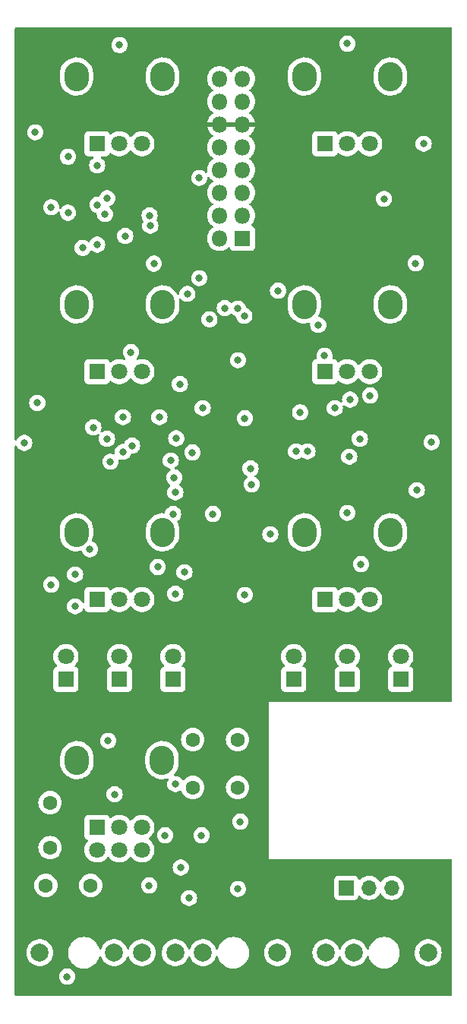
<source format=gbr>
%TF.GenerationSoftware,KiCad,Pcbnew,7.0.1*%
%TF.CreationDate,2024-09-15T16:09:11-04:00*%
%TF.ProjectId,output module,6f757470-7574-4206-9d6f-64756c652e6b,A*%
%TF.SameCoordinates,Original*%
%TF.FileFunction,Copper,L2,Inr*%
%TF.FilePolarity,Positive*%
%FSLAX46Y46*%
G04 Gerber Fmt 4.6, Leading zero omitted, Abs format (unit mm)*
G04 Created by KiCad (PCBNEW 7.0.1) date 2024-09-15 16:09:11*
%MOMM*%
%LPD*%
G01*
G04 APERTURE LIST*
%TA.AperFunction,ComponentPad*%
%ADD10C,2.000000*%
%TD*%
%TA.AperFunction,ComponentPad*%
%ADD11O,2.720000X3.240000*%
%TD*%
%TA.AperFunction,ComponentPad*%
%ADD12R,1.800000X1.800000*%
%TD*%
%TA.AperFunction,ComponentPad*%
%ADD13C,1.800000*%
%TD*%
%TA.AperFunction,ComponentPad*%
%ADD14R,1.700000X1.700000*%
%TD*%
%TA.AperFunction,ComponentPad*%
%ADD15O,1.700000X1.700000*%
%TD*%
%TA.AperFunction,ComponentPad*%
%ADD16O,1.800000X1.800000*%
%TD*%
%TA.AperFunction,ComponentPad*%
%ADD17C,1.600000*%
%TD*%
%TA.AperFunction,ViaPad*%
%ADD18C,0.800000*%
%TD*%
G04 APERTURE END LIST*
D10*
%TO.N,unconnected-(J3-PadTN)*%
%TO.C,J3*%
X110191000Y-155194000D03*
%TO.N,Net-(J3-PadT)*%
X118491000Y-155194000D03*
%TO.N,GND*%
X107091000Y-155194000D03*
%TD*%
%TO.N,unconnected-(J1-PadTN)*%
%TO.C,J1*%
X83484000Y-155194000D03*
%TO.N,Net-(J1-PadT)*%
X75184000Y-155194000D03*
%TO.N,GND*%
X86584000Y-155194000D03*
%TD*%
%TO.N,unconnected-(J2-PadTN)*%
%TO.C,J2*%
X93394000Y-155194000D03*
%TO.N,Net-(J2-PadT)*%
X101694000Y-155194000D03*
%TO.N,GND*%
X90294000Y-155194000D03*
%TD*%
D11*
%TO.N,*%
%TO.C,RV2*%
X79274000Y-82924000D03*
X88874000Y-82924000D03*
D12*
%TO.N,GND*%
X81574000Y-90424000D03*
D13*
%TO.N,Net-(R2-Pad1)*%
X84074000Y-90424000D03*
%TO.N,Net-(J2-PadT)*%
X86574000Y-90424000D03*
%TD*%
D11*
%TO.N,*%
%TO.C,RV6*%
X104674000Y-82924000D03*
X114274000Y-82924000D03*
D12*
%TO.N,chan_2_left*%
X106974000Y-90424000D03*
D13*
%TO.N,GND*%
X109474000Y-90424000D03*
%TO.N,chan_2_right*%
X111974000Y-90424000D03*
%TD*%
D12*
%TO.N,GND*%
%TO.C,D14*%
X78105000Y-124714000D03*
D13*
%TO.N,Net-(D14-A)*%
X78105000Y-122174000D03*
%TD*%
D11*
%TO.N,*%
%TO.C,RV1*%
X79274000Y-57524000D03*
X88874000Y-57524000D03*
D12*
%TO.N,GND*%
X81574000Y-65024000D03*
D13*
%TO.N,Net-(R1-Pad1)*%
X84074000Y-65024000D03*
%TO.N,Net-(J1-PadT)*%
X86574000Y-65024000D03*
%TD*%
D12*
%TO.N,GND*%
%TO.C,D13*%
X84074000Y-124714000D03*
D13*
%TO.N,Net-(D13-A)*%
X84074000Y-122174000D03*
%TD*%
D11*
%TO.N,*%
%TO.C,RV5*%
X104674000Y-57524000D03*
X114274000Y-57524000D03*
D12*
%TO.N,chan_1_left*%
X106974000Y-65024000D03*
D13*
%TO.N,GND*%
X109474000Y-65024000D03*
%TO.N,chan_1_right*%
X111974000Y-65024000D03*
%TD*%
D11*
%TO.N,*%
%TO.C,RV7*%
X104674000Y-108324000D03*
X114274000Y-108324000D03*
D12*
%TO.N,chan_3_left*%
X106974000Y-115824000D03*
D13*
%TO.N,GND*%
X109474000Y-115824000D03*
%TO.N,chan_3_right*%
X111974000Y-115824000D03*
%TD*%
D11*
%TO.N,*%
%TO.C,RV3*%
X79274000Y-108324000D03*
X88874000Y-108324000D03*
D12*
%TO.N,GND*%
X81574000Y-115824000D03*
D13*
%TO.N,Net-(R3-Pad1)*%
X84074000Y-115824000D03*
%TO.N,Net-(J3-PadT)*%
X86574000Y-115824000D03*
%TD*%
D11*
%TO.N,*%
%TO.C,RV4*%
X79324000Y-133724000D03*
X88824000Y-133724000D03*
D12*
%TO.N,GND*%
X81574000Y-141224000D03*
D13*
%TO.N,Net-(C4-Pad1)*%
X84074000Y-141224000D03*
%TO.N,left_mix*%
X86574000Y-141224000D03*
%TO.N,GND*%
X81574000Y-143724000D03*
%TO.N,Net-(C6-Pad1)*%
X84074000Y-143724000D03*
%TO.N,right_mix*%
X86574000Y-143724000D03*
%TD*%
D12*
%TO.N,GND*%
%TO.C,D5*%
X103505000Y-124714000D03*
D13*
%TO.N,Net-(D5-A)*%
X103505000Y-122174000D03*
%TD*%
D12*
%TO.N,GND*%
%TO.C,D12*%
X90043000Y-124714000D03*
D13*
%TO.N,Net-(D12-A)*%
X90043000Y-122174000D03*
%TD*%
D12*
%TO.N,GND*%
%TO.C,D7*%
X115443000Y-124714000D03*
D13*
%TO.N,Net-(D7-A)*%
X115443000Y-122174000D03*
%TD*%
D12*
%TO.N,GND*%
%TO.C,D6*%
X109474000Y-124714000D03*
D13*
%TO.N,Net-(D6-A)*%
X109474000Y-122174000D03*
%TD*%
D14*
%TO.N,left_out*%
%TO.C,J4*%
X109362000Y-147955000D03*
D15*
%TO.N,right_out*%
X111902000Y-147955000D03*
%TO.N,GND*%
X114442000Y-147955000D03*
%TD*%
D12*
%TO.N,-12V*%
%TO.C,J6*%
X97790000Y-75565000D03*
D16*
X95250000Y-75565000D03*
%TO.N,GND*%
X97790000Y-73025000D03*
X95250000Y-73025000D03*
X97790000Y-70485000D03*
X95250000Y-70485000D03*
X97790000Y-67945000D03*
X95250000Y-67945000D03*
%TO.N,+12V*%
X97790000Y-65405000D03*
X95250000Y-65405000D03*
%TO.N,+5V*%
X97790000Y-62865000D03*
X95250000Y-62865000D03*
%TO.N,unconnected-(J6-cv-Pad13)*%
X97790000Y-60325000D03*
%TO.N,unconnected-(J6-cv-Pad14)*%
X95252858Y-60325000D03*
%TO.N,unconnected-(J6-gate-Pad15)*%
X97790000Y-57785000D03*
%TO.N,unconnected-(J6-gate-Pad16)*%
X95250000Y-57785000D03*
%TD*%
D17*
%TO.N,Net-(C6-Pad1)*%
%TO.C,C6*%
X92242000Y-131445000D03*
%TO.N,Net-(U2-INR+)*%
X97242000Y-131445000D03*
%TD*%
%TO.N,GND*%
%TO.C,C7*%
X92242000Y-136779000D03*
%TO.N,Net-(U2-INR-)*%
X97242000Y-136779000D03*
%TD*%
%TO.N,GND*%
%TO.C,C5*%
X76327000Y-138470000D03*
%TO.N,Net-(U2-INL-)*%
X76327000Y-143470000D03*
%TD*%
%TO.N,Net-(C4-Pad1)*%
%TO.C,C4*%
X75859000Y-147701000D03*
%TO.N,Net-(U2-INL+)*%
X80859000Y-147701000D03*
%TD*%
D18*
%TO.N,chan_1_right*%
X109791500Y-93535500D03*
%TO.N,+5V*%
X96393000Y-145034000D03*
%TO.N,GND*%
X97536000Y-140589000D03*
%TO.N,SHDN*%
X90297000Y-136398000D03*
X91821000Y-149098000D03*
%TO.N,+5V*%
X95504000Y-149225000D03*
X90487500Y-147637500D03*
%TO.N,GND*%
X87376000Y-147701000D03*
X90907022Y-145702500D03*
X97282000Y-148082000D03*
X93218000Y-142113000D03*
X89154000Y-142113000D03*
%TO.N,Net-(J3-PadT)*%
X78232000Y-157861000D03*
%TO.N,Net-(J2-PadT)*%
X90297000Y-115189000D03*
X98044000Y-115316000D03*
%TO.N,Net-(J1-PadT)*%
X74676000Y-63754000D03*
%TO.N,Net-(C6-Pad1)*%
X82804000Y-131572000D03*
%TO.N,GND*%
X83528500Y-137531306D03*
%TO.N,+5V*%
X84963000Y-133223000D03*
%TO.N,chan_3_left*%
X91313000Y-112776000D03*
X90805000Y-91821000D03*
%TO.N,GND*%
X97282000Y-89154000D03*
%TO.N,Net-(D10-K)*%
X79121000Y-116586000D03*
X79121000Y-113030000D03*
%TO.N,chan_3*%
X88332799Y-112200201D03*
X87503000Y-74168000D03*
%TO.N,left_mix*%
X85471000Y-98679000D03*
X85344000Y-88265000D03*
%TO.N,chan_2_left*%
X108077000Y-94488000D03*
%TO.N,chan_1_left*%
X106934000Y-88646000D03*
%TO.N,GND*%
X104214783Y-94958500D03*
%TO.N,right_mix*%
X105029000Y-99314000D03*
X106229506Y-85232191D03*
%TO.N,chan_3_right*%
X112014000Y-93091000D03*
%TO.N,Net-(D3-A)*%
X110998000Y-111887000D03*
X110871000Y-97917000D03*
%TO.N,GND*%
X100893577Y-108566412D03*
%TO.N,+12V*%
X109474000Y-106172000D03*
X109691088Y-99911500D03*
%TO.N,GND*%
X117221000Y-103632000D03*
X118872000Y-98298000D03*
%TO.N,Net-(D10-A)*%
X81153000Y-96647000D03*
X80772000Y-110236000D03*
%TO.N,left_peak*%
X82677000Y-97917000D03*
X83058000Y-100472000D03*
%TO.N,+5V*%
X96647000Y-104902000D03*
%TO.N,GND*%
X90043000Y-106299000D03*
X90297000Y-103886000D03*
X90170000Y-102235000D03*
X92202000Y-99441000D03*
X73459500Y-98368452D03*
X74908500Y-93912201D03*
X88523500Y-95504000D03*
%TO.N,Net-(D8-A)*%
X90406000Y-97872000D03*
X89789000Y-100330000D03*
%TO.N,+12V*%
X84455001Y-99371502D03*
X84455000Y-95504000D03*
%TO.N,Net-(R2-Pad1)*%
X84709000Y-75311000D03*
%TO.N,chan_1*%
X117983000Y-65024000D03*
X117094000Y-78359000D03*
%TO.N,chan_2*%
X92964000Y-80010000D03*
X92964000Y-68834000D03*
%TO.N,+12V*%
X94488000Y-106299000D03*
X93345000Y-94488000D03*
X94099520Y-84589480D03*
%TO.N,-12V*%
X97994498Y-84201000D03*
X98044000Y-95631000D03*
%TO.N,GND*%
X98806000Y-102997000D03*
X98679000Y-101219000D03*
X103759000Y-99314000D03*
X91643200Y-81762600D03*
X101752400Y-81407000D03*
X95820998Y-83344360D03*
X97280277Y-83394841D03*
X82448400Y-72872600D03*
X79959200Y-76631800D03*
X87913500Y-78394689D03*
X87426800Y-73025000D03*
X82702400Y-71094600D03*
%TO.N,+12V*%
X81613791Y-71827912D03*
X81584800Y-76276200D03*
X81584800Y-67437000D03*
%TO.N,+5V*%
X92160525Y-104715466D03*
X116460207Y-99925327D03*
X87376000Y-61696600D03*
%TO.N,Net-(R3-Pad1)*%
X76454000Y-114173000D03*
X76454000Y-72110600D03*
%TO.N,Net-(R1-Pad1)*%
X78333600Y-72720200D03*
X78333600Y-66471800D03*
%TO.N,GND*%
X113563400Y-71170800D03*
X109474000Y-53873400D03*
X84074000Y-54025800D03*
%TD*%
%TA.AperFunction,Conductor*%
%TO.N,+5V*%
G36*
X121095500Y-52087113D02*
G01*
X121140887Y-52132500D01*
X121157500Y-52194500D01*
X121157500Y-127129500D01*
X121140887Y-127191500D01*
X121095500Y-127236887D01*
X121033500Y-127253500D01*
X100735760Y-127253500D01*
X100735554Y-127253459D01*
X100710998Y-127253459D01*
X100710807Y-127253538D01*
X100710619Y-127253615D01*
X100710615Y-127253618D01*
X100710459Y-127253999D01*
X100710476Y-127278616D01*
X100710471Y-127278616D01*
X100710500Y-127278760D01*
X100710500Y-144755240D01*
X100710459Y-144755446D01*
X100710459Y-144780000D01*
X100710500Y-144780099D01*
X100710617Y-144780383D01*
X100710618Y-144780384D01*
X100710808Y-144780462D01*
X100711000Y-144780541D01*
X100711002Y-144780539D01*
X100735616Y-144780524D01*
X100735616Y-144780528D01*
X100735760Y-144780500D01*
X121033500Y-144780500D01*
X121095500Y-144797113D01*
X121140887Y-144842500D01*
X121157500Y-144904500D01*
X121157500Y-159895500D01*
X121140887Y-159957500D01*
X121095500Y-160002887D01*
X121033500Y-160019500D01*
X72514500Y-160019500D01*
X72452500Y-160002887D01*
X72407113Y-159957500D01*
X72390500Y-159895500D01*
X72390500Y-157861000D01*
X77326540Y-157861000D01*
X77346326Y-158049257D01*
X77404820Y-158229284D01*
X77499466Y-158393216D01*
X77626129Y-158533889D01*
X77779269Y-158645151D01*
X77952197Y-158722144D01*
X78137352Y-158761500D01*
X78137354Y-158761500D01*
X78326646Y-158761500D01*
X78326648Y-158761500D01*
X78450083Y-158735262D01*
X78511803Y-158722144D01*
X78684730Y-158645151D01*
X78837871Y-158533888D01*
X78964533Y-158393216D01*
X79059179Y-158229284D01*
X79117674Y-158049256D01*
X79137460Y-157861000D01*
X79117674Y-157672744D01*
X79059179Y-157492716D01*
X79059179Y-157492715D01*
X78964533Y-157328783D01*
X78837870Y-157188110D01*
X78684730Y-157076848D01*
X78511802Y-156999855D01*
X78326648Y-156960500D01*
X78326646Y-156960500D01*
X78137354Y-156960500D01*
X78137352Y-156960500D01*
X77952197Y-156999855D01*
X77779269Y-157076848D01*
X77626129Y-157188110D01*
X77499466Y-157328783D01*
X77404820Y-157492715D01*
X77346326Y-157672742D01*
X77326540Y-157861000D01*
X72390500Y-157861000D01*
X72390500Y-155193999D01*
X73678356Y-155193999D01*
X73698891Y-155441816D01*
X73698891Y-155441819D01*
X73698892Y-155441821D01*
X73759937Y-155682881D01*
X73759938Y-155682883D01*
X73859825Y-155910604D01*
X73859827Y-155910607D01*
X73995836Y-156118785D01*
X74164256Y-156301738D01*
X74164259Y-156301740D01*
X74360485Y-156454470D01*
X74360487Y-156454471D01*
X74360491Y-156454474D01*
X74579190Y-156572828D01*
X74814386Y-156653571D01*
X75059665Y-156694500D01*
X75308335Y-156694500D01*
X75553614Y-156653571D01*
X75788810Y-156572828D01*
X76007509Y-156454474D01*
X76203744Y-156301738D01*
X76372164Y-156118785D01*
X76508173Y-155910607D01*
X76608063Y-155682881D01*
X76669108Y-155441821D01*
X76678773Y-155325182D01*
X78353500Y-155325182D01*
X78392604Y-155584615D01*
X78469937Y-155835323D01*
X78583772Y-156071704D01*
X78719766Y-156271170D01*
X78731571Y-156288485D01*
X78885587Y-156454474D01*
X78910019Y-156480805D01*
X79115143Y-156644386D01*
X79342357Y-156775568D01*
X79586584Y-156871420D01*
X79842370Y-156929802D01*
X79898408Y-156934001D01*
X80038501Y-156944500D01*
X80038506Y-156944500D01*
X80169494Y-156944500D01*
X80169499Y-156944500D01*
X80292078Y-156935313D01*
X80365630Y-156929802D01*
X80621416Y-156871420D01*
X80865643Y-156775568D01*
X81092857Y-156644386D01*
X81297981Y-156480805D01*
X81464129Y-156301740D01*
X81476428Y-156288485D01*
X81476429Y-156288482D01*
X81476433Y-156288479D01*
X81624228Y-156071704D01*
X81738063Y-155835323D01*
X81805790Y-155615755D01*
X81839510Y-155561808D01*
X81895546Y-155531682D01*
X81959146Y-155533310D01*
X82013568Y-155566262D01*
X82044485Y-155621866D01*
X82059936Y-155682878D01*
X82059937Y-155682881D01*
X82059938Y-155682883D01*
X82159825Y-155910604D01*
X82159827Y-155910607D01*
X82295836Y-156118785D01*
X82464256Y-156301738D01*
X82464259Y-156301740D01*
X82660485Y-156454470D01*
X82660487Y-156454471D01*
X82660491Y-156454474D01*
X82879190Y-156572828D01*
X83114386Y-156653571D01*
X83359665Y-156694500D01*
X83608335Y-156694500D01*
X83853614Y-156653571D01*
X84088810Y-156572828D01*
X84307509Y-156454474D01*
X84503744Y-156301738D01*
X84672164Y-156118785D01*
X84808173Y-155910607D01*
X84908063Y-155682881D01*
X84913794Y-155660246D01*
X84945597Y-155603735D01*
X85001577Y-155571002D01*
X85066423Y-155571002D01*
X85122403Y-155603735D01*
X85154205Y-155660246D01*
X85159937Y-155682881D01*
X85159938Y-155682883D01*
X85259825Y-155910604D01*
X85259827Y-155910607D01*
X85395836Y-156118785D01*
X85564256Y-156301738D01*
X85564259Y-156301740D01*
X85760485Y-156454470D01*
X85760487Y-156454471D01*
X85760491Y-156454474D01*
X85979190Y-156572828D01*
X86214386Y-156653571D01*
X86459665Y-156694500D01*
X86708335Y-156694500D01*
X86953614Y-156653571D01*
X87188810Y-156572828D01*
X87407509Y-156454474D01*
X87603744Y-156301738D01*
X87772164Y-156118785D01*
X87908173Y-155910607D01*
X88008063Y-155682881D01*
X88069108Y-155441821D01*
X88089643Y-155194000D01*
X88089643Y-155193999D01*
X88788356Y-155193999D01*
X88808891Y-155441816D01*
X88808891Y-155441819D01*
X88808892Y-155441821D01*
X88869937Y-155682881D01*
X88869938Y-155682883D01*
X88969825Y-155910604D01*
X88969827Y-155910607D01*
X89105836Y-156118785D01*
X89274256Y-156301738D01*
X89274259Y-156301740D01*
X89470485Y-156454470D01*
X89470487Y-156454471D01*
X89470491Y-156454474D01*
X89689190Y-156572828D01*
X89924386Y-156653571D01*
X90169665Y-156694500D01*
X90418335Y-156694500D01*
X90663614Y-156653571D01*
X90898810Y-156572828D01*
X91117509Y-156454474D01*
X91313744Y-156301738D01*
X91482164Y-156118785D01*
X91618173Y-155910607D01*
X91718063Y-155682881D01*
X91723794Y-155660246D01*
X91755597Y-155603735D01*
X91811577Y-155571002D01*
X91876423Y-155571002D01*
X91932403Y-155603735D01*
X91964205Y-155660246D01*
X91969937Y-155682881D01*
X91969938Y-155682883D01*
X92069825Y-155910604D01*
X92069827Y-155910607D01*
X92205836Y-156118785D01*
X92374256Y-156301738D01*
X92374259Y-156301740D01*
X92570485Y-156454470D01*
X92570487Y-156454471D01*
X92570491Y-156454474D01*
X92789190Y-156572828D01*
X93024386Y-156653571D01*
X93269665Y-156694500D01*
X93518335Y-156694500D01*
X93763614Y-156653571D01*
X93998810Y-156572828D01*
X94217509Y-156454474D01*
X94413744Y-156301738D01*
X94582164Y-156118785D01*
X94718173Y-155910607D01*
X94818063Y-155682881D01*
X94833514Y-155621863D01*
X94864430Y-155566263D01*
X94918852Y-155533310D01*
X94982452Y-155531682D01*
X95038489Y-155561808D01*
X95072210Y-155615757D01*
X95139937Y-155835323D01*
X95253772Y-156071704D01*
X95389766Y-156271170D01*
X95401571Y-156288485D01*
X95555587Y-156454474D01*
X95580019Y-156480805D01*
X95785143Y-156644386D01*
X96012357Y-156775568D01*
X96256584Y-156871420D01*
X96512370Y-156929802D01*
X96568408Y-156934001D01*
X96708501Y-156944500D01*
X96708506Y-156944500D01*
X96839494Y-156944500D01*
X96839499Y-156944500D01*
X96962078Y-156935313D01*
X97035630Y-156929802D01*
X97291416Y-156871420D01*
X97535643Y-156775568D01*
X97762857Y-156644386D01*
X97967981Y-156480805D01*
X98134129Y-156301740D01*
X98146428Y-156288485D01*
X98146429Y-156288482D01*
X98146433Y-156288479D01*
X98294228Y-156071704D01*
X98408063Y-155835323D01*
X98485396Y-155584615D01*
X98524500Y-155325182D01*
X98524500Y-155193999D01*
X100188356Y-155193999D01*
X100208891Y-155441816D01*
X100208891Y-155441819D01*
X100208892Y-155441821D01*
X100269937Y-155682881D01*
X100269938Y-155682883D01*
X100369825Y-155910604D01*
X100369827Y-155910607D01*
X100505836Y-156118785D01*
X100674256Y-156301738D01*
X100674259Y-156301740D01*
X100870485Y-156454470D01*
X100870487Y-156454471D01*
X100870491Y-156454474D01*
X101089190Y-156572828D01*
X101324386Y-156653571D01*
X101569665Y-156694500D01*
X101818335Y-156694500D01*
X102063614Y-156653571D01*
X102298810Y-156572828D01*
X102517509Y-156454474D01*
X102713744Y-156301738D01*
X102882164Y-156118785D01*
X103018173Y-155910607D01*
X103118063Y-155682881D01*
X103179108Y-155441821D01*
X103199643Y-155194000D01*
X103199643Y-155193999D01*
X105585356Y-155193999D01*
X105605891Y-155441816D01*
X105605891Y-155441819D01*
X105605892Y-155441821D01*
X105666937Y-155682881D01*
X105666938Y-155682883D01*
X105766825Y-155910604D01*
X105766827Y-155910607D01*
X105902836Y-156118785D01*
X106071256Y-156301738D01*
X106071259Y-156301740D01*
X106267485Y-156454470D01*
X106267487Y-156454471D01*
X106267491Y-156454474D01*
X106486190Y-156572828D01*
X106721386Y-156653571D01*
X106966665Y-156694500D01*
X107215335Y-156694500D01*
X107460614Y-156653571D01*
X107695810Y-156572828D01*
X107914509Y-156454474D01*
X108110744Y-156301738D01*
X108279164Y-156118785D01*
X108415173Y-155910607D01*
X108515063Y-155682881D01*
X108520794Y-155660246D01*
X108552597Y-155603735D01*
X108608577Y-155571002D01*
X108673423Y-155571002D01*
X108729403Y-155603735D01*
X108761205Y-155660246D01*
X108766937Y-155682881D01*
X108766938Y-155682883D01*
X108866825Y-155910604D01*
X108866827Y-155910607D01*
X109002836Y-156118785D01*
X109171256Y-156301738D01*
X109171259Y-156301740D01*
X109367485Y-156454470D01*
X109367487Y-156454471D01*
X109367491Y-156454474D01*
X109586190Y-156572828D01*
X109821386Y-156653571D01*
X110066665Y-156694500D01*
X110315335Y-156694500D01*
X110560614Y-156653571D01*
X110795810Y-156572828D01*
X111014509Y-156454474D01*
X111210744Y-156301738D01*
X111379164Y-156118785D01*
X111515173Y-155910607D01*
X111615063Y-155682881D01*
X111630514Y-155621863D01*
X111661430Y-155566263D01*
X111715852Y-155533310D01*
X111779452Y-155531682D01*
X111835489Y-155561808D01*
X111869210Y-155615757D01*
X111936937Y-155835323D01*
X112050772Y-156071704D01*
X112186766Y-156271170D01*
X112198571Y-156288485D01*
X112352587Y-156454474D01*
X112377019Y-156480805D01*
X112582143Y-156644386D01*
X112809357Y-156775568D01*
X113053584Y-156871420D01*
X113309370Y-156929802D01*
X113365408Y-156934001D01*
X113505501Y-156944500D01*
X113505506Y-156944500D01*
X113636494Y-156944500D01*
X113636499Y-156944500D01*
X113759078Y-156935313D01*
X113832630Y-156929802D01*
X114088416Y-156871420D01*
X114332643Y-156775568D01*
X114559857Y-156644386D01*
X114764981Y-156480805D01*
X114931129Y-156301740D01*
X114943428Y-156288485D01*
X114943429Y-156288482D01*
X114943433Y-156288479D01*
X115091228Y-156071704D01*
X115205063Y-155835323D01*
X115282396Y-155584615D01*
X115321500Y-155325182D01*
X115321500Y-155193999D01*
X116985356Y-155193999D01*
X117005891Y-155441816D01*
X117005891Y-155441819D01*
X117005892Y-155441821D01*
X117066937Y-155682881D01*
X117066938Y-155682883D01*
X117166825Y-155910604D01*
X117166827Y-155910607D01*
X117302836Y-156118785D01*
X117471256Y-156301738D01*
X117471259Y-156301740D01*
X117667485Y-156454470D01*
X117667487Y-156454471D01*
X117667491Y-156454474D01*
X117886190Y-156572828D01*
X118121386Y-156653571D01*
X118366665Y-156694500D01*
X118615335Y-156694500D01*
X118860614Y-156653571D01*
X119095810Y-156572828D01*
X119314509Y-156454474D01*
X119510744Y-156301738D01*
X119679164Y-156118785D01*
X119815173Y-155910607D01*
X119915063Y-155682881D01*
X119976108Y-155441821D01*
X119996643Y-155194000D01*
X119976108Y-154946179D01*
X119915063Y-154705119D01*
X119815173Y-154477393D01*
X119679164Y-154269215D01*
X119510744Y-154086262D01*
X119488612Y-154069036D01*
X119314514Y-153933529D01*
X119314510Y-153933526D01*
X119314509Y-153933526D01*
X119095810Y-153815172D01*
X119095806Y-153815170D01*
X119095805Y-153815170D01*
X118860615Y-153734429D01*
X118615335Y-153693500D01*
X118366665Y-153693500D01*
X118121384Y-153734429D01*
X117886194Y-153815170D01*
X117667485Y-153933529D01*
X117471259Y-154086259D01*
X117302837Y-154269214D01*
X117166825Y-154477395D01*
X117076780Y-154682678D01*
X117066937Y-154705119D01*
X117037405Y-154821737D01*
X117005891Y-154946183D01*
X116985356Y-155193999D01*
X115321500Y-155193999D01*
X115321500Y-155062818D01*
X115282396Y-154803385D01*
X115205063Y-154552677D01*
X115091228Y-154316296D01*
X114943433Y-154099521D01*
X114943432Y-154099520D01*
X114943428Y-154099514D01*
X114764984Y-153907198D01*
X114764983Y-153907197D01*
X114764981Y-153907195D01*
X114559857Y-153743614D01*
X114559856Y-153743613D01*
X114332641Y-153612431D01*
X114088418Y-153516580D01*
X113832627Y-153458197D01*
X113636499Y-153443500D01*
X113636494Y-153443500D01*
X113505506Y-153443500D01*
X113505501Y-153443500D01*
X113309372Y-153458197D01*
X113053581Y-153516580D01*
X112809358Y-153612431D01*
X112582143Y-153743613D01*
X112377015Y-153907198D01*
X112198571Y-154099514D01*
X112050771Y-154316298D01*
X111936937Y-154552677D01*
X111869210Y-154772242D01*
X111835489Y-154826191D01*
X111779452Y-154856317D01*
X111715852Y-154854689D01*
X111661430Y-154821736D01*
X111630514Y-154766134D01*
X111615063Y-154705119D01*
X111515173Y-154477393D01*
X111379164Y-154269215D01*
X111210744Y-154086262D01*
X111188612Y-154069036D01*
X111014514Y-153933529D01*
X111014510Y-153933526D01*
X111014509Y-153933526D01*
X110795810Y-153815172D01*
X110795806Y-153815170D01*
X110795805Y-153815170D01*
X110560615Y-153734429D01*
X110315335Y-153693500D01*
X110066665Y-153693500D01*
X109821384Y-153734429D01*
X109586194Y-153815170D01*
X109367485Y-153933529D01*
X109171259Y-154086259D01*
X109002837Y-154269214D01*
X108866825Y-154477395D01*
X108766936Y-154705121D01*
X108761205Y-154727752D01*
X108729403Y-154784265D01*
X108673423Y-154816997D01*
X108608577Y-154816997D01*
X108552597Y-154784265D01*
X108520795Y-154727752D01*
X108517901Y-154716328D01*
X108515063Y-154705119D01*
X108415173Y-154477393D01*
X108279164Y-154269215D01*
X108110744Y-154086262D01*
X108088612Y-154069036D01*
X107914514Y-153933529D01*
X107914510Y-153933526D01*
X107914509Y-153933526D01*
X107695810Y-153815172D01*
X107695806Y-153815170D01*
X107695805Y-153815170D01*
X107460615Y-153734429D01*
X107215335Y-153693500D01*
X106966665Y-153693500D01*
X106721384Y-153734429D01*
X106486194Y-153815170D01*
X106267485Y-153933529D01*
X106071259Y-154086259D01*
X105902837Y-154269214D01*
X105766825Y-154477395D01*
X105676780Y-154682678D01*
X105666937Y-154705119D01*
X105637405Y-154821737D01*
X105605891Y-154946183D01*
X105585356Y-155193999D01*
X103199643Y-155193999D01*
X103179108Y-154946179D01*
X103118063Y-154705119D01*
X103018173Y-154477393D01*
X102882164Y-154269215D01*
X102713744Y-154086262D01*
X102691612Y-154069036D01*
X102517514Y-153933529D01*
X102517510Y-153933526D01*
X102517509Y-153933526D01*
X102298810Y-153815172D01*
X102298806Y-153815170D01*
X102298805Y-153815170D01*
X102063615Y-153734429D01*
X101818335Y-153693500D01*
X101569665Y-153693500D01*
X101324384Y-153734429D01*
X101089194Y-153815170D01*
X100870485Y-153933529D01*
X100674259Y-154086259D01*
X100505837Y-154269214D01*
X100369825Y-154477395D01*
X100279780Y-154682678D01*
X100269937Y-154705119D01*
X100240405Y-154821737D01*
X100208891Y-154946183D01*
X100188356Y-155193999D01*
X98524500Y-155193999D01*
X98524500Y-155062818D01*
X98485396Y-154803385D01*
X98408063Y-154552677D01*
X98294228Y-154316296D01*
X98146433Y-154099521D01*
X98146432Y-154099520D01*
X98146428Y-154099514D01*
X97967984Y-153907198D01*
X97967983Y-153907197D01*
X97967981Y-153907195D01*
X97762857Y-153743614D01*
X97762856Y-153743613D01*
X97535641Y-153612431D01*
X97291418Y-153516580D01*
X97035627Y-153458197D01*
X96839499Y-153443500D01*
X96839494Y-153443500D01*
X96708506Y-153443500D01*
X96708501Y-153443500D01*
X96512372Y-153458197D01*
X96256581Y-153516580D01*
X96012358Y-153612431D01*
X95785143Y-153743613D01*
X95580015Y-153907198D01*
X95401571Y-154099514D01*
X95253771Y-154316298D01*
X95139937Y-154552677D01*
X95072210Y-154772242D01*
X95038489Y-154826191D01*
X94982452Y-154856317D01*
X94918852Y-154854689D01*
X94864430Y-154821736D01*
X94833514Y-154766134D01*
X94818063Y-154705119D01*
X94718173Y-154477393D01*
X94582164Y-154269215D01*
X94413744Y-154086262D01*
X94391612Y-154069036D01*
X94217514Y-153933529D01*
X94217510Y-153933526D01*
X94217509Y-153933526D01*
X93998810Y-153815172D01*
X93998806Y-153815170D01*
X93998805Y-153815170D01*
X93763615Y-153734429D01*
X93518335Y-153693500D01*
X93269665Y-153693500D01*
X93024384Y-153734429D01*
X92789194Y-153815170D01*
X92570485Y-153933529D01*
X92374259Y-154086259D01*
X92205837Y-154269214D01*
X92069825Y-154477395D01*
X91969936Y-154705121D01*
X91964205Y-154727752D01*
X91932403Y-154784265D01*
X91876423Y-154816997D01*
X91811577Y-154816997D01*
X91755597Y-154784265D01*
X91723795Y-154727752D01*
X91720901Y-154716328D01*
X91718063Y-154705119D01*
X91618173Y-154477393D01*
X91482164Y-154269215D01*
X91313744Y-154086262D01*
X91291612Y-154069036D01*
X91117514Y-153933529D01*
X91117510Y-153933526D01*
X91117509Y-153933526D01*
X90898810Y-153815172D01*
X90898806Y-153815170D01*
X90898805Y-153815170D01*
X90663615Y-153734429D01*
X90418335Y-153693500D01*
X90169665Y-153693500D01*
X89924384Y-153734429D01*
X89689194Y-153815170D01*
X89470485Y-153933529D01*
X89274259Y-154086259D01*
X89105837Y-154269214D01*
X88969825Y-154477395D01*
X88879780Y-154682678D01*
X88869937Y-154705119D01*
X88840405Y-154821737D01*
X88808891Y-154946183D01*
X88788356Y-155193999D01*
X88089643Y-155193999D01*
X88069108Y-154946179D01*
X88008063Y-154705119D01*
X87908173Y-154477393D01*
X87772164Y-154269215D01*
X87603744Y-154086262D01*
X87581612Y-154069036D01*
X87407514Y-153933529D01*
X87407510Y-153933526D01*
X87407509Y-153933526D01*
X87188810Y-153815172D01*
X87188806Y-153815170D01*
X87188805Y-153815170D01*
X86953615Y-153734429D01*
X86708335Y-153693500D01*
X86459665Y-153693500D01*
X86214384Y-153734429D01*
X85979194Y-153815170D01*
X85760485Y-153933529D01*
X85564259Y-154086259D01*
X85395837Y-154269214D01*
X85259825Y-154477395D01*
X85159936Y-154705121D01*
X85154205Y-154727752D01*
X85122403Y-154784265D01*
X85066423Y-154816997D01*
X85001577Y-154816997D01*
X84945597Y-154784265D01*
X84913795Y-154727752D01*
X84910901Y-154716328D01*
X84908063Y-154705119D01*
X84808173Y-154477393D01*
X84672164Y-154269215D01*
X84503744Y-154086262D01*
X84481612Y-154069036D01*
X84307514Y-153933529D01*
X84307510Y-153933526D01*
X84307509Y-153933526D01*
X84088810Y-153815172D01*
X84088806Y-153815170D01*
X84088805Y-153815170D01*
X83853615Y-153734429D01*
X83608335Y-153693500D01*
X83359665Y-153693500D01*
X83114384Y-153734429D01*
X82879194Y-153815170D01*
X82660485Y-153933529D01*
X82464259Y-154086259D01*
X82295837Y-154269214D01*
X82159825Y-154477395D01*
X82059936Y-154705120D01*
X82044485Y-154766134D01*
X82013568Y-154821737D01*
X81959146Y-154854689D01*
X81895546Y-154856317D01*
X81839510Y-154826191D01*
X81805789Y-154772241D01*
X81803905Y-154766134D01*
X81738063Y-154552677D01*
X81624228Y-154316296D01*
X81476433Y-154099521D01*
X81476432Y-154099520D01*
X81476428Y-154099514D01*
X81297984Y-153907198D01*
X81297983Y-153907197D01*
X81297981Y-153907195D01*
X81092857Y-153743614D01*
X81092856Y-153743613D01*
X80865641Y-153612431D01*
X80621418Y-153516580D01*
X80365627Y-153458197D01*
X80169499Y-153443500D01*
X80169494Y-153443500D01*
X80038506Y-153443500D01*
X80038501Y-153443500D01*
X79842372Y-153458197D01*
X79586581Y-153516580D01*
X79342358Y-153612431D01*
X79115143Y-153743613D01*
X78910015Y-153907198D01*
X78731571Y-154099514D01*
X78631070Y-154246922D01*
X78583772Y-154316296D01*
X78469937Y-154552677D01*
X78392604Y-154803385D01*
X78353500Y-155062818D01*
X78353500Y-155325182D01*
X76678773Y-155325182D01*
X76689643Y-155194000D01*
X76669108Y-154946179D01*
X76608063Y-154705119D01*
X76508173Y-154477393D01*
X76372164Y-154269215D01*
X76203744Y-154086262D01*
X76181612Y-154069036D01*
X76007514Y-153933529D01*
X76007510Y-153933526D01*
X76007509Y-153933526D01*
X75788810Y-153815172D01*
X75788806Y-153815170D01*
X75788805Y-153815170D01*
X75553615Y-153734429D01*
X75308335Y-153693500D01*
X75059665Y-153693500D01*
X74814384Y-153734429D01*
X74579194Y-153815170D01*
X74360485Y-153933529D01*
X74164259Y-154086259D01*
X73995837Y-154269214D01*
X73859825Y-154477395D01*
X73769780Y-154682678D01*
X73759937Y-154705119D01*
X73730405Y-154821737D01*
X73698891Y-154946183D01*
X73678356Y-155193999D01*
X72390500Y-155193999D01*
X72390500Y-149097999D01*
X90915540Y-149097999D01*
X90935326Y-149286257D01*
X90993820Y-149466284D01*
X91088466Y-149630216D01*
X91215129Y-149770889D01*
X91368269Y-149882151D01*
X91541197Y-149959144D01*
X91726352Y-149998500D01*
X91726354Y-149998500D01*
X91915646Y-149998500D01*
X91915648Y-149998500D01*
X92039084Y-149972262D01*
X92100803Y-149959144D01*
X92273730Y-149882151D01*
X92426871Y-149770888D01*
X92553533Y-149630216D01*
X92648179Y-149466284D01*
X92706674Y-149286256D01*
X92726460Y-149098000D01*
X92706674Y-148909744D01*
X92648179Y-148729716D01*
X92648179Y-148729715D01*
X92553533Y-148565783D01*
X92426870Y-148425110D01*
X92273730Y-148313848D01*
X92100802Y-148236855D01*
X91915648Y-148197500D01*
X91915646Y-148197500D01*
X91726354Y-148197500D01*
X91726352Y-148197500D01*
X91541197Y-148236855D01*
X91368269Y-148313848D01*
X91215129Y-148425110D01*
X91088466Y-148565783D01*
X90993820Y-148729715D01*
X90935326Y-148909742D01*
X90915540Y-149097999D01*
X72390500Y-149097999D01*
X72390500Y-147701000D01*
X74553531Y-147701000D01*
X74573364Y-147927689D01*
X74632261Y-148147497D01*
X74728432Y-148353735D01*
X74858953Y-148540140D01*
X75019859Y-148701046D01*
X75206264Y-148831567D01*
X75206265Y-148831567D01*
X75206266Y-148831568D01*
X75412504Y-148927739D01*
X75632308Y-148986635D01*
X75859000Y-149006468D01*
X76085692Y-148986635D01*
X76305496Y-148927739D01*
X76511734Y-148831568D01*
X76698139Y-148701047D01*
X76859047Y-148540139D01*
X76989568Y-148353734D01*
X77085739Y-148147496D01*
X77144635Y-147927692D01*
X77164468Y-147701000D01*
X79553531Y-147701000D01*
X79573364Y-147927689D01*
X79632261Y-148147497D01*
X79728432Y-148353735D01*
X79858953Y-148540140D01*
X80019859Y-148701046D01*
X80206264Y-148831567D01*
X80206265Y-148831567D01*
X80206266Y-148831568D01*
X80412504Y-148927739D01*
X80632308Y-148986635D01*
X80859000Y-149006468D01*
X81085692Y-148986635D01*
X81305496Y-148927739D01*
X81511734Y-148831568D01*
X81698139Y-148701047D01*
X81859047Y-148540139D01*
X81989568Y-148353734D01*
X82085739Y-148147496D01*
X82144635Y-147927692D01*
X82164468Y-147701000D01*
X86470540Y-147701000D01*
X86490326Y-147889257D01*
X86548820Y-148069284D01*
X86643466Y-148233216D01*
X86770129Y-148373889D01*
X86923269Y-148485151D01*
X87096197Y-148562144D01*
X87281352Y-148601500D01*
X87281354Y-148601500D01*
X87470646Y-148601500D01*
X87470648Y-148601500D01*
X87594084Y-148575262D01*
X87655803Y-148562144D01*
X87828730Y-148485151D01*
X87981871Y-148373888D01*
X88108533Y-148233216D01*
X88195837Y-148082000D01*
X96376540Y-148082000D01*
X96396326Y-148270257D01*
X96454820Y-148450284D01*
X96549466Y-148614216D01*
X96676129Y-148754889D01*
X96829269Y-148866151D01*
X97002197Y-148943144D01*
X97187352Y-148982500D01*
X97187354Y-148982500D01*
X97376646Y-148982500D01*
X97376648Y-148982500D01*
X97500084Y-148956262D01*
X97561803Y-148943144D01*
X97734730Y-148866151D01*
X97753011Y-148852869D01*
X108011500Y-148852869D01*
X108017909Y-148912484D01*
X108023599Y-148927739D01*
X108068204Y-149047331D01*
X108154454Y-149162546D01*
X108269669Y-149248796D01*
X108404517Y-149299091D01*
X108464127Y-149305500D01*
X110259872Y-149305499D01*
X110319483Y-149299091D01*
X110454331Y-149248796D01*
X110569546Y-149162546D01*
X110655796Y-149047331D01*
X110704810Y-148915916D01*
X110739789Y-148865537D01*
X110794634Y-148838084D01*
X110855927Y-148840273D01*
X110908673Y-148871569D01*
X111030599Y-148993495D01*
X111224170Y-149129035D01*
X111438337Y-149228903D01*
X111666592Y-149290063D01*
X111902000Y-149310659D01*
X112137408Y-149290063D01*
X112365663Y-149228903D01*
X112579830Y-149129035D01*
X112773401Y-148993495D01*
X112940495Y-148826401D01*
X113070426Y-148640839D01*
X113114743Y-148601976D01*
X113172000Y-148587965D01*
X113229257Y-148601976D01*
X113273573Y-148640839D01*
X113403505Y-148826401D01*
X113570599Y-148993495D01*
X113764170Y-149129035D01*
X113978337Y-149228903D01*
X114206592Y-149290063D01*
X114442000Y-149310659D01*
X114677408Y-149290063D01*
X114905663Y-149228903D01*
X115119830Y-149129035D01*
X115313401Y-148993495D01*
X115480495Y-148826401D01*
X115616035Y-148632830D01*
X115715903Y-148418663D01*
X115777063Y-148190408D01*
X115797659Y-147955000D01*
X115777063Y-147719592D01*
X115715903Y-147491337D01*
X115616035Y-147277171D01*
X115480495Y-147083599D01*
X115313401Y-146916505D01*
X115119830Y-146780965D01*
X114905663Y-146681097D01*
X114844502Y-146664709D01*
X114677407Y-146619936D01*
X114442000Y-146599340D01*
X114206592Y-146619936D01*
X113978336Y-146681097D01*
X113764170Y-146780965D01*
X113570598Y-146916505D01*
X113403505Y-147083598D01*
X113273575Y-147269159D01*
X113229257Y-147308025D01*
X113172000Y-147322036D01*
X113114743Y-147308025D01*
X113070425Y-147269159D01*
X112940494Y-147083598D01*
X112773404Y-146916508D01*
X112773403Y-146916507D01*
X112773401Y-146916505D01*
X112579830Y-146780965D01*
X112365663Y-146681097D01*
X112304502Y-146664709D01*
X112137407Y-146619936D01*
X111902000Y-146599340D01*
X111666592Y-146619936D01*
X111438336Y-146681097D01*
X111224170Y-146780965D01*
X111030601Y-146916503D01*
X110908673Y-147038431D01*
X110855926Y-147069726D01*
X110794634Y-147071915D01*
X110739789Y-147044462D01*
X110704810Y-146994082D01*
X110697658Y-146974907D01*
X110655796Y-146862669D01*
X110569546Y-146747454D01*
X110454331Y-146661204D01*
X110319483Y-146610909D01*
X110259873Y-146604500D01*
X110259869Y-146604500D01*
X108464130Y-146604500D01*
X108404515Y-146610909D01*
X108269669Y-146661204D01*
X108154454Y-146747454D01*
X108068204Y-146862668D01*
X108017909Y-146997516D01*
X108011500Y-147057130D01*
X108011500Y-148852869D01*
X97753011Y-148852869D01*
X97789437Y-148826404D01*
X97887870Y-148754889D01*
X98014533Y-148614216D01*
X98109179Y-148450284D01*
X98117358Y-148425112D01*
X98167674Y-148270256D01*
X98187460Y-148082000D01*
X98167674Y-147893744D01*
X98137332Y-147800363D01*
X98109179Y-147713715D01*
X98014533Y-147549783D01*
X97887870Y-147409110D01*
X97734730Y-147297848D01*
X97561802Y-147220855D01*
X97376648Y-147181500D01*
X97376646Y-147181500D01*
X97187354Y-147181500D01*
X97187352Y-147181500D01*
X97002197Y-147220855D01*
X96829269Y-147297848D01*
X96676129Y-147409110D01*
X96549466Y-147549783D01*
X96454820Y-147713715D01*
X96396326Y-147893742D01*
X96376540Y-148082000D01*
X88195837Y-148082000D01*
X88203179Y-148069284D01*
X88261674Y-147889256D01*
X88281460Y-147701000D01*
X88261674Y-147512744D01*
X88203179Y-147332716D01*
X88203179Y-147332715D01*
X88108533Y-147168783D01*
X87981870Y-147028110D01*
X87828730Y-146916848D01*
X87655802Y-146839855D01*
X87470648Y-146800500D01*
X87470646Y-146800500D01*
X87281354Y-146800500D01*
X87281352Y-146800500D01*
X87096197Y-146839855D01*
X86923269Y-146916848D01*
X86770129Y-147028110D01*
X86643466Y-147168783D01*
X86548820Y-147332715D01*
X86490326Y-147512742D01*
X86470540Y-147701000D01*
X82164468Y-147701000D01*
X82144635Y-147474308D01*
X82085739Y-147254504D01*
X81989568Y-147048266D01*
X81986904Y-147044462D01*
X81859046Y-146861859D01*
X81698140Y-146700953D01*
X81511735Y-146570432D01*
X81305497Y-146474261D01*
X81085689Y-146415364D01*
X80859000Y-146395531D01*
X80632310Y-146415364D01*
X80412502Y-146474261D01*
X80206264Y-146570432D01*
X80019859Y-146700953D01*
X79858953Y-146861859D01*
X79728432Y-147048264D01*
X79632261Y-147254502D01*
X79573364Y-147474310D01*
X79553531Y-147701000D01*
X77164468Y-147701000D01*
X77144635Y-147474308D01*
X77085739Y-147254504D01*
X76989568Y-147048266D01*
X76986904Y-147044462D01*
X76859046Y-146861859D01*
X76698140Y-146700953D01*
X76511735Y-146570432D01*
X76305497Y-146474261D01*
X76085689Y-146415364D01*
X75859000Y-146395531D01*
X75632310Y-146415364D01*
X75412502Y-146474261D01*
X75206264Y-146570432D01*
X75019859Y-146700953D01*
X74858953Y-146861859D01*
X74728432Y-147048264D01*
X74632261Y-147254502D01*
X74573364Y-147474310D01*
X74553531Y-147701000D01*
X72390500Y-147701000D01*
X72390500Y-145702500D01*
X90001562Y-145702500D01*
X90021348Y-145890757D01*
X90079842Y-146070784D01*
X90174488Y-146234716D01*
X90301151Y-146375389D01*
X90454291Y-146486651D01*
X90627219Y-146563644D01*
X90812374Y-146603000D01*
X90812376Y-146603000D01*
X91001668Y-146603000D01*
X91001670Y-146603000D01*
X91125106Y-146576762D01*
X91186825Y-146563644D01*
X91359752Y-146486651D01*
X91485167Y-146395532D01*
X91512892Y-146375389D01*
X91639555Y-146234716D01*
X91734201Y-146070784D01*
X91734201Y-146070783D01*
X91792696Y-145890756D01*
X91812482Y-145702500D01*
X91792696Y-145514244D01*
X91734201Y-145334216D01*
X91734201Y-145334215D01*
X91639555Y-145170283D01*
X91512892Y-145029610D01*
X91359752Y-144918348D01*
X91186824Y-144841355D01*
X91001670Y-144802000D01*
X91001668Y-144802000D01*
X90812376Y-144802000D01*
X90812374Y-144802000D01*
X90627219Y-144841355D01*
X90454291Y-144918348D01*
X90301151Y-145029610D01*
X90174488Y-145170283D01*
X90079842Y-145334215D01*
X90021348Y-145514242D01*
X90001562Y-145702500D01*
X72390500Y-145702500D01*
X72390500Y-143470000D01*
X75021531Y-143470000D01*
X75041364Y-143696689D01*
X75100261Y-143916497D01*
X75196432Y-144122735D01*
X75326953Y-144309140D01*
X75487859Y-144470046D01*
X75674264Y-144600567D01*
X75674265Y-144600567D01*
X75674266Y-144600568D01*
X75880504Y-144696739D01*
X76100308Y-144755635D01*
X76327000Y-144775468D01*
X76553692Y-144755635D01*
X76773496Y-144696739D01*
X76979734Y-144600568D01*
X77166139Y-144470047D01*
X77327047Y-144309139D01*
X77457568Y-144122734D01*
X77553739Y-143916496D01*
X77605318Y-143723999D01*
X80168699Y-143723999D01*
X80187865Y-143955299D01*
X80187865Y-143955301D01*
X80187866Y-143955305D01*
X80244843Y-144180300D01*
X80338076Y-144392849D01*
X80465021Y-144587153D01*
X80622216Y-144757913D01*
X80805374Y-144900470D01*
X81009497Y-145010936D01*
X81119258Y-145048617D01*
X81229015Y-145086297D01*
X81229017Y-145086297D01*
X81229019Y-145086298D01*
X81457951Y-145124500D01*
X81690048Y-145124500D01*
X81690049Y-145124500D01*
X81918981Y-145086298D01*
X82138503Y-145010936D01*
X82342626Y-144900470D01*
X82525784Y-144757913D01*
X82682979Y-144587153D01*
X82720193Y-144530191D01*
X82764980Y-144488962D01*
X82823998Y-144474016D01*
X82883016Y-144488961D01*
X82927807Y-144530194D01*
X82965018Y-144587149D01*
X82965021Y-144587153D01*
X83122216Y-144757913D01*
X83305374Y-144900470D01*
X83509497Y-145010936D01*
X83619258Y-145048617D01*
X83729015Y-145086297D01*
X83729017Y-145086297D01*
X83729019Y-145086298D01*
X83957951Y-145124500D01*
X84190048Y-145124500D01*
X84190049Y-145124500D01*
X84418981Y-145086298D01*
X84638503Y-145010936D01*
X84842626Y-144900470D01*
X85025784Y-144757913D01*
X85182979Y-144587153D01*
X85220193Y-144530191D01*
X85264980Y-144488962D01*
X85323998Y-144474016D01*
X85383016Y-144488961D01*
X85427807Y-144530194D01*
X85465018Y-144587149D01*
X85465021Y-144587153D01*
X85622216Y-144757913D01*
X85805374Y-144900470D01*
X86009497Y-145010936D01*
X86119258Y-145048617D01*
X86229015Y-145086297D01*
X86229017Y-145086297D01*
X86229019Y-145086298D01*
X86457951Y-145124500D01*
X86690048Y-145124500D01*
X86690049Y-145124500D01*
X86918981Y-145086298D01*
X87138503Y-145010936D01*
X87342626Y-144900470D01*
X87525784Y-144757913D01*
X87682979Y-144587153D01*
X87809924Y-144392849D01*
X87903157Y-144180300D01*
X87960134Y-143955305D01*
X87979300Y-143724000D01*
X87960134Y-143492695D01*
X87903157Y-143267700D01*
X87809924Y-143055151D01*
X87682979Y-142860847D01*
X87525784Y-142690087D01*
X87373875Y-142571852D01*
X87338639Y-142528460D01*
X87326039Y-142474000D01*
X87338639Y-142419540D01*
X87373875Y-142376147D01*
X87525784Y-142257913D01*
X87659185Y-142113000D01*
X88248540Y-142113000D01*
X88268326Y-142301257D01*
X88326820Y-142481284D01*
X88421466Y-142645216D01*
X88548129Y-142785889D01*
X88701269Y-142897151D01*
X88874197Y-142974144D01*
X89059352Y-143013500D01*
X89059354Y-143013500D01*
X89248646Y-143013500D01*
X89248648Y-143013500D01*
X89372083Y-142987262D01*
X89433803Y-142974144D01*
X89606730Y-142897151D01*
X89716683Y-142817266D01*
X89759870Y-142785889D01*
X89886533Y-142645216D01*
X89981179Y-142481284D01*
X90007437Y-142400470D01*
X90039674Y-142301256D01*
X90059460Y-142113000D01*
X92312540Y-142113000D01*
X92332326Y-142301257D01*
X92390820Y-142481284D01*
X92485466Y-142645216D01*
X92612129Y-142785889D01*
X92765269Y-142897151D01*
X92938197Y-142974144D01*
X93123352Y-143013500D01*
X93123354Y-143013500D01*
X93312646Y-143013500D01*
X93312648Y-143013500D01*
X93436083Y-142987262D01*
X93497803Y-142974144D01*
X93670730Y-142897151D01*
X93780683Y-142817266D01*
X93823870Y-142785889D01*
X93950533Y-142645216D01*
X94045179Y-142481284D01*
X94071437Y-142400470D01*
X94103674Y-142301256D01*
X94123460Y-142113000D01*
X94103674Y-141924744D01*
X94045179Y-141744716D01*
X94045179Y-141744715D01*
X93950533Y-141580783D01*
X93823870Y-141440110D01*
X93670730Y-141328848D01*
X93497802Y-141251855D01*
X93312648Y-141212500D01*
X93312646Y-141212500D01*
X93123354Y-141212500D01*
X93123352Y-141212500D01*
X92938197Y-141251855D01*
X92765269Y-141328848D01*
X92612129Y-141440110D01*
X92485466Y-141580783D01*
X92390820Y-141744715D01*
X92332326Y-141924742D01*
X92312540Y-142113000D01*
X90059460Y-142113000D01*
X90039674Y-141924744D01*
X89981179Y-141744716D01*
X89981179Y-141744715D01*
X89886533Y-141580783D01*
X89759870Y-141440110D01*
X89606730Y-141328848D01*
X89433802Y-141251855D01*
X89248648Y-141212500D01*
X89248646Y-141212500D01*
X89059354Y-141212500D01*
X89059352Y-141212500D01*
X88874197Y-141251855D01*
X88701269Y-141328848D01*
X88548129Y-141440110D01*
X88421466Y-141580783D01*
X88326820Y-141744715D01*
X88268326Y-141924742D01*
X88248540Y-142113000D01*
X87659185Y-142113000D01*
X87682979Y-142087153D01*
X87809924Y-141892849D01*
X87903157Y-141680300D01*
X87960134Y-141455305D01*
X87979300Y-141224000D01*
X87960134Y-140992695D01*
X87903157Y-140767700D01*
X87824771Y-140588999D01*
X96630540Y-140588999D01*
X96650326Y-140777257D01*
X96708820Y-140957284D01*
X96803466Y-141121216D01*
X96930129Y-141261889D01*
X97083269Y-141373151D01*
X97256197Y-141450144D01*
X97441352Y-141489500D01*
X97441354Y-141489500D01*
X97630646Y-141489500D01*
X97630648Y-141489500D01*
X97791550Y-141455299D01*
X97815803Y-141450144D01*
X97988730Y-141373151D01*
X98141871Y-141261888D01*
X98268533Y-141121216D01*
X98363179Y-140957284D01*
X98421674Y-140777256D01*
X98441460Y-140589000D01*
X98421674Y-140400744D01*
X98363179Y-140220716D01*
X98363179Y-140220715D01*
X98268533Y-140056783D01*
X98141870Y-139916110D01*
X97988730Y-139804848D01*
X97815802Y-139727855D01*
X97630648Y-139688500D01*
X97630646Y-139688500D01*
X97441354Y-139688500D01*
X97441352Y-139688500D01*
X97256197Y-139727855D01*
X97083269Y-139804848D01*
X96930129Y-139916110D01*
X96803466Y-140056783D01*
X96708820Y-140220715D01*
X96650326Y-140400742D01*
X96630540Y-140588999D01*
X87824771Y-140588999D01*
X87809924Y-140555151D01*
X87682979Y-140360847D01*
X87525784Y-140190087D01*
X87342626Y-140047530D01*
X87138503Y-139937064D01*
X87138499Y-139937062D01*
X87138498Y-139937062D01*
X86918984Y-139861702D01*
X86728456Y-139829909D01*
X86690049Y-139823500D01*
X86457951Y-139823500D01*
X86419544Y-139829909D01*
X86229015Y-139861702D01*
X86009501Y-139937062D01*
X85805372Y-140047531D01*
X85622215Y-140190087D01*
X85543010Y-140276128D01*
X85465021Y-140360847D01*
X85438957Y-140400742D01*
X85427809Y-140417805D01*
X85383017Y-140459038D01*
X85324000Y-140473983D01*
X85264983Y-140459038D01*
X85220191Y-140417805D01*
X85182979Y-140360847D01*
X85025784Y-140190087D01*
X84842626Y-140047530D01*
X84638503Y-139937064D01*
X84638499Y-139937062D01*
X84638498Y-139937062D01*
X84418984Y-139861702D01*
X84228456Y-139829909D01*
X84190049Y-139823500D01*
X83957951Y-139823500D01*
X83919544Y-139829909D01*
X83729015Y-139861702D01*
X83509501Y-139937062D01*
X83305372Y-140047531D01*
X83128436Y-140185245D01*
X83076007Y-140209099D01*
X83018458Y-140206691D01*
X82968205Y-140178541D01*
X82936092Y-140130724D01*
X82917796Y-140081669D01*
X82831546Y-139966454D01*
X82716331Y-139880204D01*
X82581483Y-139829909D01*
X82521873Y-139823500D01*
X82521869Y-139823500D01*
X80626130Y-139823500D01*
X80566515Y-139829909D01*
X80431669Y-139880204D01*
X80316454Y-139966454D01*
X80230204Y-140081668D01*
X80179909Y-140216516D01*
X80173500Y-140276130D01*
X80173500Y-142171869D01*
X80179909Y-142231483D01*
X80230204Y-142366331D01*
X80316454Y-142481546D01*
X80431669Y-142567796D01*
X80484495Y-142587498D01*
X80534029Y-142621513D01*
X80561756Y-142674823D01*
X80561164Y-142734909D01*
X80532391Y-142787662D01*
X80465022Y-142860844D01*
X80338076Y-143055150D01*
X80244844Y-143267696D01*
X80187865Y-143492700D01*
X80168699Y-143723999D01*
X77605318Y-143723999D01*
X77612635Y-143696692D01*
X77632468Y-143470000D01*
X77612635Y-143243308D01*
X77553739Y-143023504D01*
X77457568Y-142817266D01*
X77436839Y-142787662D01*
X77327046Y-142630859D01*
X77166140Y-142469953D01*
X76979735Y-142339432D01*
X76773497Y-142243261D01*
X76553689Y-142184364D01*
X76327000Y-142164531D01*
X76100310Y-142184364D01*
X75880502Y-142243261D01*
X75674264Y-142339432D01*
X75487859Y-142469953D01*
X75326953Y-142630859D01*
X75196432Y-142817264D01*
X75100261Y-143023502D01*
X75041364Y-143243310D01*
X75021531Y-143470000D01*
X72390500Y-143470000D01*
X72390500Y-138470000D01*
X75021531Y-138470000D01*
X75041364Y-138696689D01*
X75100261Y-138916497D01*
X75196432Y-139122735D01*
X75326953Y-139309140D01*
X75487859Y-139470046D01*
X75674264Y-139600567D01*
X75674265Y-139600567D01*
X75674266Y-139600568D01*
X75880504Y-139696739D01*
X76100308Y-139755635D01*
X76327000Y-139775468D01*
X76553692Y-139755635D01*
X76773496Y-139696739D01*
X76979734Y-139600568D01*
X77166139Y-139470047D01*
X77327047Y-139309139D01*
X77457568Y-139122734D01*
X77553739Y-138916496D01*
X77612635Y-138696692D01*
X77632468Y-138470000D01*
X77612635Y-138243308D01*
X77553739Y-138023504D01*
X77457568Y-137817266D01*
X77430806Y-137779046D01*
X77327046Y-137630859D01*
X77227493Y-137531306D01*
X82623040Y-137531306D01*
X82642826Y-137719563D01*
X82701320Y-137899590D01*
X82795966Y-138063522D01*
X82922629Y-138204195D01*
X83075769Y-138315457D01*
X83248697Y-138392450D01*
X83433852Y-138431806D01*
X83433854Y-138431806D01*
X83623146Y-138431806D01*
X83623148Y-138431806D01*
X83746584Y-138405568D01*
X83808303Y-138392450D01*
X83981230Y-138315457D01*
X84134371Y-138204194D01*
X84261033Y-138063522D01*
X84355679Y-137899590D01*
X84414174Y-137719562D01*
X84433960Y-137531306D01*
X84414174Y-137343050D01*
X84381750Y-137243261D01*
X84355679Y-137163021D01*
X84261033Y-136999089D01*
X84134370Y-136858416D01*
X83981230Y-136747154D01*
X83808302Y-136670161D01*
X83623148Y-136630806D01*
X83623146Y-136630806D01*
X83433854Y-136630806D01*
X83433852Y-136630806D01*
X83248697Y-136670161D01*
X83075769Y-136747154D01*
X82922629Y-136858416D01*
X82795966Y-136999089D01*
X82701320Y-137163021D01*
X82642826Y-137343048D01*
X82623040Y-137531306D01*
X77227493Y-137531306D01*
X77166140Y-137469953D01*
X76979735Y-137339432D01*
X76773497Y-137243261D01*
X76553689Y-137184364D01*
X76327000Y-137164531D01*
X76100310Y-137184364D01*
X75880502Y-137243261D01*
X75674264Y-137339432D01*
X75487859Y-137469953D01*
X75326953Y-137630859D01*
X75196432Y-137817264D01*
X75100261Y-138023502D01*
X75041364Y-138243310D01*
X75021531Y-138470000D01*
X72390500Y-138470000D01*
X72390500Y-134052003D01*
X77463500Y-134052003D01*
X77478402Y-134255617D01*
X77537616Y-134521438D01*
X77586944Y-134650410D01*
X77634907Y-134775814D01*
X77768196Y-135013310D01*
X77851420Y-135121089D01*
X77934645Y-135228869D01*
X78130704Y-135417894D01*
X78352199Y-135576359D01*
X78594397Y-135700882D01*
X78594403Y-135700885D01*
X78852159Y-135788819D01*
X78852161Y-135788819D01*
X78852163Y-135788820D01*
X79119970Y-135838286D01*
X79392130Y-135848232D01*
X79392130Y-135848231D01*
X79392131Y-135848232D01*
X79662839Y-135818446D01*
X79926326Y-135749562D01*
X80176975Y-135643047D01*
X80409444Y-135501173D01*
X80618779Y-135326963D01*
X80800518Y-135124131D01*
X80950788Y-134896998D01*
X81066386Y-134650406D01*
X81144847Y-134389611D01*
X81184500Y-134120171D01*
X81184500Y-134052003D01*
X86963500Y-134052003D01*
X86978402Y-134255617D01*
X87037616Y-134521438D01*
X87086944Y-134650410D01*
X87134907Y-134775814D01*
X87268196Y-135013310D01*
X87351420Y-135121089D01*
X87434645Y-135228869D01*
X87630704Y-135417894D01*
X87852199Y-135576359D01*
X88094397Y-135700882D01*
X88094403Y-135700885D01*
X88352159Y-135788819D01*
X88352161Y-135788819D01*
X88352163Y-135788820D01*
X88619970Y-135838286D01*
X88892130Y-135848232D01*
X88892130Y-135848231D01*
X88892131Y-135848232D01*
X89162839Y-135818446D01*
X89380903Y-135761436D01*
X89438636Y-135760242D01*
X89490652Y-135785324D01*
X89525667Y-135831245D01*
X89536087Y-135888045D01*
X89519652Y-135943405D01*
X89469820Y-136029715D01*
X89411326Y-136209742D01*
X89391540Y-136398000D01*
X89411326Y-136586257D01*
X89469820Y-136766284D01*
X89564466Y-136930216D01*
X89691129Y-137070889D01*
X89844269Y-137182151D01*
X90017197Y-137259144D01*
X90202352Y-137298500D01*
X90202354Y-137298500D01*
X90391646Y-137298500D01*
X90391648Y-137298500D01*
X90515083Y-137272262D01*
X90576803Y-137259144D01*
X90749730Y-137182151D01*
X90816308Y-137133779D01*
X90871396Y-137111381D01*
X90930581Y-137117210D01*
X90980246Y-137149925D01*
X91008965Y-137202003D01*
X91015259Y-137225493D01*
X91111432Y-137431735D01*
X91241953Y-137618140D01*
X91402859Y-137779046D01*
X91589264Y-137909567D01*
X91589265Y-137909567D01*
X91589266Y-137909568D01*
X91795504Y-138005739D01*
X92015308Y-138064635D01*
X92242000Y-138084468D01*
X92468692Y-138064635D01*
X92688496Y-138005739D01*
X92894734Y-137909568D01*
X93081139Y-137779047D01*
X93242047Y-137618139D01*
X93372568Y-137431734D01*
X93468739Y-137225496D01*
X93527635Y-137005692D01*
X93547468Y-136779000D01*
X95936531Y-136779000D01*
X95956364Y-137005689D01*
X96015261Y-137225497D01*
X96111432Y-137431735D01*
X96241953Y-137618140D01*
X96402859Y-137779046D01*
X96589264Y-137909567D01*
X96589265Y-137909567D01*
X96589266Y-137909568D01*
X96795504Y-138005739D01*
X97015308Y-138064635D01*
X97242000Y-138084468D01*
X97468692Y-138064635D01*
X97688496Y-138005739D01*
X97894734Y-137909568D01*
X98081139Y-137779047D01*
X98242047Y-137618139D01*
X98372568Y-137431734D01*
X98468739Y-137225496D01*
X98527635Y-137005692D01*
X98547468Y-136779000D01*
X98527635Y-136552308D01*
X98468739Y-136332504D01*
X98372568Y-136126266D01*
X98342433Y-136083229D01*
X98242046Y-135939859D01*
X98081140Y-135778953D01*
X97894735Y-135648432D01*
X97688497Y-135552261D01*
X97468689Y-135493364D01*
X97242000Y-135473531D01*
X97015310Y-135493364D01*
X96795502Y-135552261D01*
X96589264Y-135648432D01*
X96402859Y-135778953D01*
X96241953Y-135939859D01*
X96111432Y-136126264D01*
X96015261Y-136332502D01*
X95956364Y-136552310D01*
X95936531Y-136779000D01*
X93547468Y-136779000D01*
X93527635Y-136552308D01*
X93468739Y-136332504D01*
X93372568Y-136126266D01*
X93342433Y-136083229D01*
X93242046Y-135939859D01*
X93081140Y-135778953D01*
X92894735Y-135648432D01*
X92688497Y-135552261D01*
X92468689Y-135493364D01*
X92242000Y-135473531D01*
X92015310Y-135493364D01*
X91795502Y-135552261D01*
X91589264Y-135648432D01*
X91402859Y-135778953D01*
X91248666Y-135933147D01*
X91200843Y-135962885D01*
X91144799Y-135968405D01*
X91092094Y-135948568D01*
X91053597Y-135907465D01*
X91042385Y-135888045D01*
X91029533Y-135865784D01*
X90960234Y-135788820D01*
X90902870Y-135725110D01*
X90749730Y-135613848D01*
X90576802Y-135536855D01*
X90391648Y-135497500D01*
X90391646Y-135497500D01*
X90243575Y-135497500D01*
X90188494Y-135484595D01*
X90144878Y-135448566D01*
X90121805Y-135396913D01*
X90124078Y-135340386D01*
X90151220Y-135290755D01*
X90300518Y-135124131D01*
X90450788Y-134896998D01*
X90566386Y-134650406D01*
X90644847Y-134389611D01*
X90684500Y-134120171D01*
X90684500Y-133396000D01*
X90679510Y-133327829D01*
X90669597Y-133192382D01*
X90610383Y-132926561D01*
X90561057Y-132797594D01*
X90513093Y-132672186D01*
X90379804Y-132434690D01*
X90233244Y-132244889D01*
X90213354Y-132219130D01*
X90017295Y-132030105D01*
X89795800Y-131871640D01*
X89553602Y-131747117D01*
X89553598Y-131747115D01*
X89553597Y-131747115D01*
X89332514Y-131671692D01*
X89295836Y-131659179D01*
X89028029Y-131609713D01*
X88755869Y-131599767D01*
X88485162Y-131629553D01*
X88221674Y-131698438D01*
X87971024Y-131804953D01*
X87738556Y-131946826D01*
X87529223Y-132121035D01*
X87347480Y-132323871D01*
X87197210Y-132551005D01*
X87081615Y-132797589D01*
X87003153Y-133058388D01*
X87003153Y-133058389D01*
X86983434Y-133192382D01*
X86963500Y-133327832D01*
X86963500Y-134052003D01*
X81184500Y-134052003D01*
X81184500Y-133396000D01*
X81179510Y-133327829D01*
X81169597Y-133192382D01*
X81110383Y-132926561D01*
X81061057Y-132797594D01*
X81013093Y-132672186D01*
X80879804Y-132434690D01*
X80733244Y-132244889D01*
X80713354Y-132219130D01*
X80517295Y-132030105D01*
X80295800Y-131871640D01*
X80053602Y-131747117D01*
X80053598Y-131747115D01*
X80053597Y-131747115D01*
X79832514Y-131671692D01*
X79795836Y-131659179D01*
X79528029Y-131609713D01*
X79255869Y-131599767D01*
X78985162Y-131629553D01*
X78721674Y-131698438D01*
X78471024Y-131804953D01*
X78238556Y-131946826D01*
X78029223Y-132121035D01*
X77847480Y-132323871D01*
X77697210Y-132551005D01*
X77581615Y-132797589D01*
X77503153Y-133058388D01*
X77503153Y-133058389D01*
X77483434Y-133192382D01*
X77463500Y-133327832D01*
X77463500Y-134052003D01*
X72390500Y-134052003D01*
X72390500Y-131572000D01*
X81898540Y-131572000D01*
X81918326Y-131760257D01*
X81976820Y-131940284D01*
X82071466Y-132104216D01*
X82198129Y-132244889D01*
X82351269Y-132356151D01*
X82524197Y-132433144D01*
X82709352Y-132472500D01*
X82709354Y-132472500D01*
X82898646Y-132472500D01*
X82898648Y-132472500D01*
X83027808Y-132445046D01*
X83083803Y-132433144D01*
X83256730Y-132356151D01*
X83355845Y-132284140D01*
X83409870Y-132244889D01*
X83536533Y-132104216D01*
X83631179Y-131940284D01*
X83653483Y-131871640D01*
X83689674Y-131760256D01*
X83709460Y-131572000D01*
X83696112Y-131445000D01*
X90936531Y-131445000D01*
X90956364Y-131671689D01*
X91015261Y-131891497D01*
X91111432Y-132097735D01*
X91241953Y-132284140D01*
X91402859Y-132445046D01*
X91589264Y-132575567D01*
X91589265Y-132575567D01*
X91589266Y-132575568D01*
X91795504Y-132671739D01*
X92015308Y-132730635D01*
X92242000Y-132750468D01*
X92468692Y-132730635D01*
X92688496Y-132671739D01*
X92894734Y-132575568D01*
X93081139Y-132445047D01*
X93242047Y-132284139D01*
X93372568Y-132097734D01*
X93468739Y-131891496D01*
X93527635Y-131671692D01*
X93547468Y-131445000D01*
X95936531Y-131445000D01*
X95956364Y-131671689D01*
X96015261Y-131891497D01*
X96111432Y-132097735D01*
X96241953Y-132284140D01*
X96402859Y-132445046D01*
X96589264Y-132575567D01*
X96589265Y-132575567D01*
X96589266Y-132575568D01*
X96795504Y-132671739D01*
X97015308Y-132730635D01*
X97242000Y-132750468D01*
X97468692Y-132730635D01*
X97688496Y-132671739D01*
X97894734Y-132575568D01*
X98081139Y-132445047D01*
X98242047Y-132284139D01*
X98372568Y-132097734D01*
X98468739Y-131891496D01*
X98527635Y-131671692D01*
X98547468Y-131445000D01*
X98527635Y-131218308D01*
X98468739Y-130998504D01*
X98372568Y-130792266D01*
X98369475Y-130787849D01*
X98242046Y-130605859D01*
X98081140Y-130444953D01*
X97894735Y-130314432D01*
X97688497Y-130218261D01*
X97468689Y-130159364D01*
X97242000Y-130139531D01*
X97015310Y-130159364D01*
X96795502Y-130218261D01*
X96589264Y-130314432D01*
X96402859Y-130444953D01*
X96241953Y-130605859D01*
X96111432Y-130792264D01*
X96015261Y-130998502D01*
X95956364Y-131218310D01*
X95936531Y-131445000D01*
X93547468Y-131445000D01*
X93527635Y-131218308D01*
X93468739Y-130998504D01*
X93372568Y-130792266D01*
X93369475Y-130787849D01*
X93242046Y-130605859D01*
X93081140Y-130444953D01*
X92894735Y-130314432D01*
X92688497Y-130218261D01*
X92468689Y-130159364D01*
X92242000Y-130139531D01*
X92015310Y-130159364D01*
X91795502Y-130218261D01*
X91589264Y-130314432D01*
X91402859Y-130444953D01*
X91241953Y-130605859D01*
X91111432Y-130792264D01*
X91015261Y-130998502D01*
X90956364Y-131218310D01*
X90936531Y-131445000D01*
X83696112Y-131445000D01*
X83689674Y-131383744D01*
X83635921Y-131218310D01*
X83631179Y-131203715D01*
X83536533Y-131039783D01*
X83409870Y-130899110D01*
X83256730Y-130787848D01*
X83083802Y-130710855D01*
X82898648Y-130671500D01*
X82898646Y-130671500D01*
X82709354Y-130671500D01*
X82709352Y-130671500D01*
X82524197Y-130710855D01*
X82351269Y-130787848D01*
X82198129Y-130899110D01*
X82071466Y-131039783D01*
X81976820Y-131203715D01*
X81918326Y-131383742D01*
X81898540Y-131572000D01*
X72390500Y-131572000D01*
X72390500Y-122174000D01*
X76699699Y-122174000D01*
X76718865Y-122405299D01*
X76718865Y-122405301D01*
X76718866Y-122405305D01*
X76775843Y-122630300D01*
X76869076Y-122842849D01*
X76996021Y-123037153D01*
X77090803Y-123140114D01*
X77119575Y-123192865D01*
X77120168Y-123252951D01*
X77092441Y-123306261D01*
X77042906Y-123340276D01*
X76962671Y-123370202D01*
X76847454Y-123456454D01*
X76761204Y-123571668D01*
X76710909Y-123706516D01*
X76704500Y-123766130D01*
X76704500Y-125661869D01*
X76710909Y-125721483D01*
X76761204Y-125856331D01*
X76847454Y-125971546D01*
X76962669Y-126057796D01*
X77097517Y-126108091D01*
X77157127Y-126114500D01*
X79052872Y-126114499D01*
X79112483Y-126108091D01*
X79247331Y-126057796D01*
X79362546Y-125971546D01*
X79448796Y-125856331D01*
X79499091Y-125721483D01*
X79505500Y-125661873D01*
X79505499Y-123766128D01*
X79499091Y-123706517D01*
X79448796Y-123571669D01*
X79362546Y-123456454D01*
X79247331Y-123370204D01*
X79194357Y-123350446D01*
X79167093Y-123340277D01*
X79117558Y-123306261D01*
X79089831Y-123252951D01*
X79090424Y-123192864D01*
X79119196Y-123140114D01*
X79213979Y-123037153D01*
X79340924Y-122842849D01*
X79434157Y-122630300D01*
X79491134Y-122405305D01*
X79510300Y-122174000D01*
X82668699Y-122174000D01*
X82687865Y-122405299D01*
X82687865Y-122405301D01*
X82687866Y-122405305D01*
X82744843Y-122630300D01*
X82838076Y-122842849D01*
X82965021Y-123037153D01*
X83059803Y-123140114D01*
X83088575Y-123192865D01*
X83089168Y-123252951D01*
X83061441Y-123306261D01*
X83011906Y-123340276D01*
X82931671Y-123370202D01*
X82816454Y-123456454D01*
X82730204Y-123571668D01*
X82679909Y-123706516D01*
X82673500Y-123766130D01*
X82673500Y-125661869D01*
X82679909Y-125721483D01*
X82730204Y-125856331D01*
X82816454Y-125971546D01*
X82931669Y-126057796D01*
X83066517Y-126108091D01*
X83126127Y-126114500D01*
X85021872Y-126114499D01*
X85081483Y-126108091D01*
X85216331Y-126057796D01*
X85331546Y-125971546D01*
X85417796Y-125856331D01*
X85468091Y-125721483D01*
X85474500Y-125661873D01*
X85474499Y-123766128D01*
X85468091Y-123706517D01*
X85417796Y-123571669D01*
X85331546Y-123456454D01*
X85216331Y-123370204D01*
X85163357Y-123350446D01*
X85136093Y-123340277D01*
X85086558Y-123306261D01*
X85058831Y-123252951D01*
X85059424Y-123192864D01*
X85088196Y-123140114D01*
X85182979Y-123037153D01*
X85309924Y-122842849D01*
X85403157Y-122630300D01*
X85460134Y-122405305D01*
X85479300Y-122174000D01*
X88637699Y-122174000D01*
X88656865Y-122405299D01*
X88656865Y-122405301D01*
X88656866Y-122405305D01*
X88713843Y-122630300D01*
X88807076Y-122842849D01*
X88934021Y-123037153D01*
X89028803Y-123140114D01*
X89057575Y-123192865D01*
X89058168Y-123252951D01*
X89030441Y-123306261D01*
X88980906Y-123340276D01*
X88900671Y-123370202D01*
X88785454Y-123456454D01*
X88699204Y-123571668D01*
X88648909Y-123706516D01*
X88642500Y-123766130D01*
X88642500Y-125661869D01*
X88648909Y-125721483D01*
X88699204Y-125856331D01*
X88785454Y-125971546D01*
X88900669Y-126057796D01*
X89035517Y-126108091D01*
X89095127Y-126114500D01*
X90990872Y-126114499D01*
X91050483Y-126108091D01*
X91185331Y-126057796D01*
X91300546Y-125971546D01*
X91386796Y-125856331D01*
X91437091Y-125721483D01*
X91443500Y-125661873D01*
X91443499Y-123766128D01*
X91437091Y-123706517D01*
X91386796Y-123571669D01*
X91300546Y-123456454D01*
X91185331Y-123370204D01*
X91132357Y-123350446D01*
X91105093Y-123340277D01*
X91055558Y-123306261D01*
X91027831Y-123252951D01*
X91028424Y-123192864D01*
X91057196Y-123140114D01*
X91151979Y-123037153D01*
X91278924Y-122842849D01*
X91372157Y-122630300D01*
X91429134Y-122405305D01*
X91448300Y-122174000D01*
X102099699Y-122174000D01*
X102118865Y-122405299D01*
X102118865Y-122405301D01*
X102118866Y-122405305D01*
X102175843Y-122630300D01*
X102269076Y-122842849D01*
X102396021Y-123037153D01*
X102490803Y-123140114D01*
X102519575Y-123192865D01*
X102520168Y-123252951D01*
X102492441Y-123306261D01*
X102442906Y-123340276D01*
X102362671Y-123370202D01*
X102247454Y-123456454D01*
X102161204Y-123571668D01*
X102110909Y-123706516D01*
X102104500Y-123766130D01*
X102104500Y-125661869D01*
X102110909Y-125721483D01*
X102161204Y-125856331D01*
X102247454Y-125971546D01*
X102362669Y-126057796D01*
X102497517Y-126108091D01*
X102557127Y-126114500D01*
X104452872Y-126114499D01*
X104512483Y-126108091D01*
X104647331Y-126057796D01*
X104762546Y-125971546D01*
X104848796Y-125856331D01*
X104899091Y-125721483D01*
X104905500Y-125661873D01*
X104905499Y-123766128D01*
X104899091Y-123706517D01*
X104848796Y-123571669D01*
X104762546Y-123456454D01*
X104647331Y-123370204D01*
X104594357Y-123350446D01*
X104567093Y-123340277D01*
X104517558Y-123306261D01*
X104489831Y-123252951D01*
X104490424Y-123192864D01*
X104519196Y-123140114D01*
X104613979Y-123037153D01*
X104740924Y-122842849D01*
X104834157Y-122630300D01*
X104891134Y-122405305D01*
X104910300Y-122174000D01*
X108068699Y-122174000D01*
X108087865Y-122405299D01*
X108087865Y-122405301D01*
X108087866Y-122405305D01*
X108144843Y-122630300D01*
X108238076Y-122842849D01*
X108365021Y-123037153D01*
X108459803Y-123140114D01*
X108488575Y-123192865D01*
X108489168Y-123252951D01*
X108461441Y-123306261D01*
X108411906Y-123340276D01*
X108331671Y-123370202D01*
X108216454Y-123456454D01*
X108130204Y-123571668D01*
X108079909Y-123706516D01*
X108073500Y-123766130D01*
X108073500Y-125661869D01*
X108079909Y-125721483D01*
X108130204Y-125856331D01*
X108216454Y-125971546D01*
X108331669Y-126057796D01*
X108466517Y-126108091D01*
X108526127Y-126114500D01*
X110421872Y-126114499D01*
X110481483Y-126108091D01*
X110616331Y-126057796D01*
X110731546Y-125971546D01*
X110817796Y-125856331D01*
X110868091Y-125721483D01*
X110874500Y-125661873D01*
X110874499Y-123766128D01*
X110868091Y-123706517D01*
X110817796Y-123571669D01*
X110731546Y-123456454D01*
X110616331Y-123370204D01*
X110563357Y-123350446D01*
X110536093Y-123340277D01*
X110486558Y-123306261D01*
X110458831Y-123252951D01*
X110459424Y-123192864D01*
X110488196Y-123140114D01*
X110582979Y-123037153D01*
X110709924Y-122842849D01*
X110803157Y-122630300D01*
X110860134Y-122405305D01*
X110879300Y-122174000D01*
X114037699Y-122174000D01*
X114056865Y-122405299D01*
X114056865Y-122405301D01*
X114056866Y-122405305D01*
X114113843Y-122630300D01*
X114207076Y-122842849D01*
X114334021Y-123037153D01*
X114428803Y-123140114D01*
X114457575Y-123192865D01*
X114458168Y-123252951D01*
X114430441Y-123306261D01*
X114380906Y-123340276D01*
X114300671Y-123370202D01*
X114185454Y-123456454D01*
X114099204Y-123571668D01*
X114048909Y-123706516D01*
X114042500Y-123766130D01*
X114042500Y-125661869D01*
X114048909Y-125721483D01*
X114099204Y-125856331D01*
X114185454Y-125971546D01*
X114300669Y-126057796D01*
X114435517Y-126108091D01*
X114495127Y-126114500D01*
X116390872Y-126114499D01*
X116450483Y-126108091D01*
X116585331Y-126057796D01*
X116700546Y-125971546D01*
X116786796Y-125856331D01*
X116837091Y-125721483D01*
X116843500Y-125661873D01*
X116843499Y-123766128D01*
X116837091Y-123706517D01*
X116786796Y-123571669D01*
X116700546Y-123456454D01*
X116585331Y-123370204D01*
X116532357Y-123350446D01*
X116505093Y-123340277D01*
X116455558Y-123306261D01*
X116427831Y-123252951D01*
X116428424Y-123192864D01*
X116457196Y-123140114D01*
X116551979Y-123037153D01*
X116678924Y-122842849D01*
X116772157Y-122630300D01*
X116829134Y-122405305D01*
X116848300Y-122174000D01*
X116829134Y-121942695D01*
X116772157Y-121717700D01*
X116678924Y-121505151D01*
X116551979Y-121310847D01*
X116394784Y-121140087D01*
X116211626Y-120997530D01*
X116007503Y-120887064D01*
X116007499Y-120887062D01*
X116007498Y-120887062D01*
X115787984Y-120811702D01*
X115616281Y-120783050D01*
X115559049Y-120773500D01*
X115326951Y-120773500D01*
X115281164Y-120781140D01*
X115098015Y-120811702D01*
X114878501Y-120887062D01*
X114674372Y-120997531D01*
X114491215Y-121140087D01*
X114334020Y-121310848D01*
X114207076Y-121505150D01*
X114113844Y-121717696D01*
X114056865Y-121942700D01*
X114037699Y-122174000D01*
X110879300Y-122174000D01*
X110860134Y-121942695D01*
X110803157Y-121717700D01*
X110709924Y-121505151D01*
X110582979Y-121310847D01*
X110425784Y-121140087D01*
X110242626Y-120997530D01*
X110038503Y-120887064D01*
X110038499Y-120887062D01*
X110038498Y-120887062D01*
X109818984Y-120811702D01*
X109647281Y-120783050D01*
X109590049Y-120773500D01*
X109357951Y-120773500D01*
X109312164Y-120781140D01*
X109129015Y-120811702D01*
X108909501Y-120887062D01*
X108705372Y-120997531D01*
X108522215Y-121140087D01*
X108365020Y-121310848D01*
X108238076Y-121505150D01*
X108144844Y-121717696D01*
X108087865Y-121942700D01*
X108068699Y-122174000D01*
X104910300Y-122174000D01*
X104891134Y-121942695D01*
X104834157Y-121717700D01*
X104740924Y-121505151D01*
X104613979Y-121310847D01*
X104456784Y-121140087D01*
X104273626Y-120997530D01*
X104069503Y-120887064D01*
X104069499Y-120887062D01*
X104069498Y-120887062D01*
X103849984Y-120811702D01*
X103678281Y-120783050D01*
X103621049Y-120773500D01*
X103388951Y-120773500D01*
X103343164Y-120781140D01*
X103160015Y-120811702D01*
X102940501Y-120887062D01*
X102736372Y-120997531D01*
X102553215Y-121140087D01*
X102396020Y-121310848D01*
X102269076Y-121505150D01*
X102175844Y-121717696D01*
X102118865Y-121942700D01*
X102099699Y-122174000D01*
X91448300Y-122174000D01*
X91429134Y-121942695D01*
X91372157Y-121717700D01*
X91278924Y-121505151D01*
X91151979Y-121310847D01*
X90994784Y-121140087D01*
X90811626Y-120997530D01*
X90607503Y-120887064D01*
X90607499Y-120887062D01*
X90607498Y-120887062D01*
X90387984Y-120811702D01*
X90216281Y-120783050D01*
X90159049Y-120773500D01*
X89926951Y-120773500D01*
X89881164Y-120781140D01*
X89698015Y-120811702D01*
X89478501Y-120887062D01*
X89274372Y-120997531D01*
X89091215Y-121140087D01*
X88934020Y-121310848D01*
X88807076Y-121505150D01*
X88713844Y-121717696D01*
X88656865Y-121942700D01*
X88637699Y-122174000D01*
X85479300Y-122174000D01*
X85460134Y-121942695D01*
X85403157Y-121717700D01*
X85309924Y-121505151D01*
X85182979Y-121310847D01*
X85025784Y-121140087D01*
X84842626Y-120997530D01*
X84638503Y-120887064D01*
X84638499Y-120887062D01*
X84638498Y-120887062D01*
X84418984Y-120811702D01*
X84247281Y-120783050D01*
X84190049Y-120773500D01*
X83957951Y-120773500D01*
X83912164Y-120781140D01*
X83729015Y-120811702D01*
X83509501Y-120887062D01*
X83305372Y-120997531D01*
X83122215Y-121140087D01*
X82965020Y-121310848D01*
X82838076Y-121505150D01*
X82744844Y-121717696D01*
X82687865Y-121942700D01*
X82668699Y-122174000D01*
X79510300Y-122174000D01*
X79491134Y-121942695D01*
X79434157Y-121717700D01*
X79340924Y-121505151D01*
X79213979Y-121310847D01*
X79056784Y-121140087D01*
X78873626Y-120997530D01*
X78669503Y-120887064D01*
X78669499Y-120887062D01*
X78669498Y-120887062D01*
X78449984Y-120811702D01*
X78278281Y-120783050D01*
X78221049Y-120773500D01*
X77988951Y-120773500D01*
X77943164Y-120781140D01*
X77760015Y-120811702D01*
X77540501Y-120887062D01*
X77336372Y-120997531D01*
X77153215Y-121140087D01*
X76996020Y-121310848D01*
X76869076Y-121505150D01*
X76775844Y-121717696D01*
X76718865Y-121942700D01*
X76699699Y-122174000D01*
X72390500Y-122174000D01*
X72390500Y-116585999D01*
X78215540Y-116585999D01*
X78235326Y-116774257D01*
X78293820Y-116954284D01*
X78388466Y-117118216D01*
X78515129Y-117258889D01*
X78668269Y-117370151D01*
X78841197Y-117447144D01*
X79026352Y-117486500D01*
X79026354Y-117486500D01*
X79215646Y-117486500D01*
X79215648Y-117486500D01*
X79339083Y-117460262D01*
X79400803Y-117447144D01*
X79573730Y-117370151D01*
X79726871Y-117258888D01*
X79853533Y-117118216D01*
X79948179Y-116954284D01*
X79967523Y-116894747D01*
X79999797Y-116843408D01*
X80052561Y-116813510D01*
X80113192Y-116812211D01*
X80167189Y-116839820D01*
X80201635Y-116889734D01*
X80230204Y-116966331D01*
X80316454Y-117081546D01*
X80431669Y-117167796D01*
X80566517Y-117218091D01*
X80626127Y-117224500D01*
X82521872Y-117224499D01*
X82581483Y-117218091D01*
X82716331Y-117167796D01*
X82831546Y-117081546D01*
X82917796Y-116966331D01*
X82936093Y-116917272D01*
X82968205Y-116869458D01*
X83018458Y-116841308D01*
X83076007Y-116838900D01*
X83128435Y-116862753D01*
X83305374Y-117000470D01*
X83509497Y-117110936D01*
X83619257Y-117148616D01*
X83729015Y-117186297D01*
X83729017Y-117186297D01*
X83729019Y-117186298D01*
X83957951Y-117224500D01*
X84190048Y-117224500D01*
X84190049Y-117224500D01*
X84418981Y-117186298D01*
X84638503Y-117110936D01*
X84842626Y-117000470D01*
X85025784Y-116857913D01*
X85182979Y-116687153D01*
X85220192Y-116630193D01*
X85264982Y-116588961D01*
X85324000Y-116574016D01*
X85383018Y-116588961D01*
X85427807Y-116630193D01*
X85465021Y-116687153D01*
X85622216Y-116857913D01*
X85805374Y-117000470D01*
X86009497Y-117110936D01*
X86119257Y-117148616D01*
X86229015Y-117186297D01*
X86229017Y-117186297D01*
X86229019Y-117186298D01*
X86457951Y-117224500D01*
X86690048Y-117224500D01*
X86690049Y-117224500D01*
X86918981Y-117186298D01*
X87138503Y-117110936D01*
X87342626Y-117000470D01*
X87525784Y-116857913D01*
X87604993Y-116771869D01*
X105573500Y-116771869D01*
X105579909Y-116831484D01*
X105589766Y-116857912D01*
X105630204Y-116966331D01*
X105716454Y-117081546D01*
X105831669Y-117167796D01*
X105966517Y-117218091D01*
X106026127Y-117224500D01*
X107921872Y-117224499D01*
X107981483Y-117218091D01*
X108116331Y-117167796D01*
X108231546Y-117081546D01*
X108317796Y-116966331D01*
X108336093Y-116917272D01*
X108368205Y-116869458D01*
X108418458Y-116841308D01*
X108476007Y-116838900D01*
X108528435Y-116862753D01*
X108705374Y-117000470D01*
X108909497Y-117110936D01*
X109019257Y-117148616D01*
X109129015Y-117186297D01*
X109129017Y-117186297D01*
X109129019Y-117186298D01*
X109357951Y-117224500D01*
X109590048Y-117224500D01*
X109590049Y-117224500D01*
X109818981Y-117186298D01*
X110038503Y-117110936D01*
X110242626Y-117000470D01*
X110425784Y-116857913D01*
X110582979Y-116687153D01*
X110620192Y-116630193D01*
X110664982Y-116588961D01*
X110724000Y-116574016D01*
X110783018Y-116588961D01*
X110827807Y-116630193D01*
X110865021Y-116687153D01*
X111022216Y-116857913D01*
X111205374Y-117000470D01*
X111409497Y-117110936D01*
X111519257Y-117148616D01*
X111629015Y-117186297D01*
X111629017Y-117186297D01*
X111629019Y-117186298D01*
X111857951Y-117224500D01*
X112090048Y-117224500D01*
X112090049Y-117224500D01*
X112318981Y-117186298D01*
X112538503Y-117110936D01*
X112742626Y-117000470D01*
X112925784Y-116857913D01*
X113082979Y-116687153D01*
X113209924Y-116492849D01*
X113303157Y-116280300D01*
X113360134Y-116055305D01*
X113379300Y-115824000D01*
X113360134Y-115592695D01*
X113303157Y-115367700D01*
X113209924Y-115155151D01*
X113082979Y-114960847D01*
X112925784Y-114790087D01*
X112742626Y-114647530D01*
X112538503Y-114537064D01*
X112538499Y-114537062D01*
X112538498Y-114537062D01*
X112318984Y-114461702D01*
X112128456Y-114429909D01*
X112090049Y-114423500D01*
X111857951Y-114423500D01*
X111819544Y-114429909D01*
X111629015Y-114461702D01*
X111409501Y-114537062D01*
X111205372Y-114647531D01*
X111022215Y-114790087D01*
X110865020Y-114960847D01*
X110827807Y-115017806D01*
X110783015Y-115059038D01*
X110723998Y-115073983D01*
X110664980Y-115059037D01*
X110620192Y-115017805D01*
X110582979Y-114960847D01*
X110425784Y-114790087D01*
X110242626Y-114647530D01*
X110038503Y-114537064D01*
X110038499Y-114537062D01*
X110038498Y-114537062D01*
X109818984Y-114461702D01*
X109628456Y-114429909D01*
X109590049Y-114423500D01*
X109357951Y-114423500D01*
X109319544Y-114429909D01*
X109129015Y-114461702D01*
X108909501Y-114537062D01*
X108705372Y-114647531D01*
X108528436Y-114785245D01*
X108476007Y-114809099D01*
X108418458Y-114806691D01*
X108368205Y-114778541D01*
X108336092Y-114730724D01*
X108326578Y-114705216D01*
X108317796Y-114681669D01*
X108231546Y-114566454D01*
X108116331Y-114480204D01*
X107981483Y-114429909D01*
X107921873Y-114423500D01*
X107921869Y-114423500D01*
X106026130Y-114423500D01*
X105966515Y-114429909D01*
X105831669Y-114480204D01*
X105716454Y-114566454D01*
X105630204Y-114681668D01*
X105579909Y-114816516D01*
X105573500Y-114876130D01*
X105573500Y-116771869D01*
X87604993Y-116771869D01*
X87682979Y-116687153D01*
X87809924Y-116492849D01*
X87903157Y-116280300D01*
X87960134Y-116055305D01*
X87979300Y-115824000D01*
X87960134Y-115592695D01*
X87903157Y-115367700D01*
X87824771Y-115188999D01*
X89391540Y-115188999D01*
X89411326Y-115377257D01*
X89469820Y-115557284D01*
X89564466Y-115721216D01*
X89691129Y-115861889D01*
X89844269Y-115973151D01*
X90017197Y-116050144D01*
X90202352Y-116089500D01*
X90202354Y-116089500D01*
X90391646Y-116089500D01*
X90391648Y-116089500D01*
X90552550Y-116055299D01*
X90576803Y-116050144D01*
X90749730Y-115973151D01*
X90902871Y-115861888D01*
X91029533Y-115721216D01*
X91124179Y-115557284D01*
X91182674Y-115377256D01*
X91189112Y-115315999D01*
X97138540Y-115315999D01*
X97158326Y-115504257D01*
X97216820Y-115684284D01*
X97311466Y-115848216D01*
X97438129Y-115988889D01*
X97591269Y-116100151D01*
X97764197Y-116177144D01*
X97949352Y-116216500D01*
X97949354Y-116216500D01*
X98138646Y-116216500D01*
X98138648Y-116216500D01*
X98262083Y-116190262D01*
X98323803Y-116177144D01*
X98496730Y-116100151D01*
X98511390Y-116089500D01*
X98649870Y-115988889D01*
X98776533Y-115848216D01*
X98871179Y-115684284D01*
X98871179Y-115684283D01*
X98929674Y-115504256D01*
X98949460Y-115316000D01*
X98929674Y-115127744D01*
X98871179Y-114947716D01*
X98871179Y-114947715D01*
X98776533Y-114783783D01*
X98649870Y-114643110D01*
X98496730Y-114531848D01*
X98323802Y-114454855D01*
X98138648Y-114415500D01*
X98138646Y-114415500D01*
X97949354Y-114415500D01*
X97949352Y-114415500D01*
X97764197Y-114454855D01*
X97591269Y-114531848D01*
X97438129Y-114643110D01*
X97311466Y-114783783D01*
X97216820Y-114947715D01*
X97158326Y-115127742D01*
X97138540Y-115315999D01*
X91189112Y-115315999D01*
X91202460Y-115189000D01*
X91182674Y-115000744D01*
X91124179Y-114820716D01*
X91124179Y-114820715D01*
X91029533Y-114656783D01*
X90902870Y-114516110D01*
X90749730Y-114404848D01*
X90576802Y-114327855D01*
X90391648Y-114288500D01*
X90391646Y-114288500D01*
X90202354Y-114288500D01*
X90202352Y-114288500D01*
X90017197Y-114327855D01*
X89844269Y-114404848D01*
X89691129Y-114516110D01*
X89564466Y-114656783D01*
X89469820Y-114820715D01*
X89411326Y-115000742D01*
X89391540Y-115188999D01*
X87824771Y-115188999D01*
X87809924Y-115155151D01*
X87682979Y-114960847D01*
X87525784Y-114790087D01*
X87342626Y-114647530D01*
X87138503Y-114537064D01*
X87138499Y-114537062D01*
X87138498Y-114537062D01*
X86918984Y-114461702D01*
X86728456Y-114429909D01*
X86690049Y-114423500D01*
X86457951Y-114423500D01*
X86419544Y-114429909D01*
X86229015Y-114461702D01*
X86009501Y-114537062D01*
X85805372Y-114647531D01*
X85622215Y-114790087D01*
X85465020Y-114960847D01*
X85427807Y-115017806D01*
X85383015Y-115059038D01*
X85323998Y-115073983D01*
X85264980Y-115059037D01*
X85220192Y-115017805D01*
X85182979Y-114960847D01*
X85025784Y-114790087D01*
X84842626Y-114647530D01*
X84638503Y-114537064D01*
X84638499Y-114537062D01*
X84638498Y-114537062D01*
X84418984Y-114461702D01*
X84228456Y-114429909D01*
X84190049Y-114423500D01*
X83957951Y-114423500D01*
X83919544Y-114429909D01*
X83729015Y-114461702D01*
X83509501Y-114537062D01*
X83305372Y-114647531D01*
X83128436Y-114785245D01*
X83076007Y-114809099D01*
X83018458Y-114806691D01*
X82968205Y-114778541D01*
X82936092Y-114730724D01*
X82926578Y-114705216D01*
X82917796Y-114681669D01*
X82831546Y-114566454D01*
X82716331Y-114480204D01*
X82581483Y-114429909D01*
X82521873Y-114423500D01*
X82521869Y-114423500D01*
X80626130Y-114423500D01*
X80566515Y-114429909D01*
X80431669Y-114480204D01*
X80316454Y-114566454D01*
X80230204Y-114681668D01*
X80179909Y-114816516D01*
X80173500Y-114876131D01*
X80173500Y-116145209D01*
X80156887Y-116207209D01*
X80111500Y-116252596D01*
X80049500Y-116269209D01*
X79987500Y-116252596D01*
X79942113Y-116207209D01*
X79853533Y-116053783D01*
X79726870Y-115913110D01*
X79573730Y-115801848D01*
X79400802Y-115724855D01*
X79215648Y-115685500D01*
X79215646Y-115685500D01*
X79026354Y-115685500D01*
X79026352Y-115685500D01*
X78841197Y-115724855D01*
X78668269Y-115801848D01*
X78515129Y-115913110D01*
X78388466Y-116053783D01*
X78293820Y-116217715D01*
X78235326Y-116397742D01*
X78215540Y-116585999D01*
X72390500Y-116585999D01*
X72390500Y-114173000D01*
X75548540Y-114173000D01*
X75568326Y-114361257D01*
X75626820Y-114541284D01*
X75721466Y-114705216D01*
X75848129Y-114845889D01*
X76001269Y-114957151D01*
X76174197Y-115034144D01*
X76359352Y-115073500D01*
X76359354Y-115073500D01*
X76548646Y-115073500D01*
X76548648Y-115073500D01*
X76672084Y-115047262D01*
X76733803Y-115034144D01*
X76906730Y-114957151D01*
X77018245Y-114876131D01*
X77059870Y-114845889D01*
X77186533Y-114705216D01*
X77281179Y-114541284D01*
X77289358Y-114516112D01*
X77339674Y-114361256D01*
X77359460Y-114173000D01*
X77339674Y-113984744D01*
X77281179Y-113804716D01*
X77281179Y-113804715D01*
X77186533Y-113640783D01*
X77059870Y-113500110D01*
X76906730Y-113388848D01*
X76733802Y-113311855D01*
X76548648Y-113272500D01*
X76548646Y-113272500D01*
X76359354Y-113272500D01*
X76359352Y-113272500D01*
X76174197Y-113311855D01*
X76001269Y-113388848D01*
X75848129Y-113500110D01*
X75721466Y-113640783D01*
X75626820Y-113804715D01*
X75568326Y-113984742D01*
X75548540Y-114173000D01*
X72390500Y-114173000D01*
X72390500Y-113030000D01*
X78215540Y-113030000D01*
X78235326Y-113218257D01*
X78293820Y-113398284D01*
X78388466Y-113562216D01*
X78515129Y-113702889D01*
X78668269Y-113814151D01*
X78841197Y-113891144D01*
X79026352Y-113930500D01*
X79026354Y-113930500D01*
X79215646Y-113930500D01*
X79215648Y-113930500D01*
X79339084Y-113904262D01*
X79400803Y-113891144D01*
X79573730Y-113814151D01*
X79726871Y-113702888D01*
X79853533Y-113562216D01*
X79948179Y-113398284D01*
X80006674Y-113218256D01*
X80026460Y-113030000D01*
X80006674Y-112841744D01*
X79948179Y-112661716D01*
X79948179Y-112661715D01*
X79853533Y-112497783D01*
X79726870Y-112357110D01*
X79573730Y-112245848D01*
X79471206Y-112200201D01*
X87427339Y-112200201D01*
X87447125Y-112388458D01*
X87505619Y-112568485D01*
X87600265Y-112732417D01*
X87726928Y-112873090D01*
X87880068Y-112984352D01*
X88052996Y-113061345D01*
X88238151Y-113100701D01*
X88238153Y-113100701D01*
X88427445Y-113100701D01*
X88427447Y-113100701D01*
X88550882Y-113074463D01*
X88612602Y-113061345D01*
X88785529Y-112984352D01*
X88938670Y-112873089D01*
X89026090Y-112776000D01*
X90407540Y-112776000D01*
X90427326Y-112964257D01*
X90485820Y-113144284D01*
X90580466Y-113308216D01*
X90707129Y-113448889D01*
X90860269Y-113560151D01*
X91033197Y-113637144D01*
X91218352Y-113676500D01*
X91218354Y-113676500D01*
X91407646Y-113676500D01*
X91407648Y-113676500D01*
X91531084Y-113650262D01*
X91592803Y-113637144D01*
X91765730Y-113560151D01*
X91918871Y-113448888D01*
X92045533Y-113308216D01*
X92140179Y-113144284D01*
X92198674Y-112964256D01*
X92218460Y-112776000D01*
X92198674Y-112587744D01*
X92140179Y-112407716D01*
X92140179Y-112407715D01*
X92045533Y-112243783D01*
X91918870Y-112103110D01*
X91765730Y-111991848D01*
X91592802Y-111914855D01*
X91461748Y-111886999D01*
X110092540Y-111886999D01*
X110112326Y-112075257D01*
X110170820Y-112255284D01*
X110265466Y-112419216D01*
X110392129Y-112559889D01*
X110545269Y-112671151D01*
X110718197Y-112748144D01*
X110903352Y-112787500D01*
X110903354Y-112787500D01*
X111092646Y-112787500D01*
X111092648Y-112787500D01*
X111216084Y-112761262D01*
X111277803Y-112748144D01*
X111450730Y-112671151D01*
X111463718Y-112661715D01*
X111603870Y-112559889D01*
X111730533Y-112419216D01*
X111825179Y-112255284D01*
X111828916Y-112243783D01*
X111883674Y-112075256D01*
X111903460Y-111887000D01*
X111883674Y-111698744D01*
X111853332Y-111605363D01*
X111825179Y-111518715D01*
X111730533Y-111354783D01*
X111603870Y-111214110D01*
X111450730Y-111102848D01*
X111277802Y-111025855D01*
X111092648Y-110986500D01*
X111092646Y-110986500D01*
X110903354Y-110986500D01*
X110903352Y-110986500D01*
X110718197Y-111025855D01*
X110545269Y-111102848D01*
X110392129Y-111214110D01*
X110265466Y-111354783D01*
X110170820Y-111518715D01*
X110112326Y-111698742D01*
X110092540Y-111886999D01*
X91461748Y-111886999D01*
X91407648Y-111875500D01*
X91407646Y-111875500D01*
X91218354Y-111875500D01*
X91218352Y-111875500D01*
X91033197Y-111914855D01*
X90860269Y-111991848D01*
X90707129Y-112103110D01*
X90580466Y-112243783D01*
X90485820Y-112407715D01*
X90427326Y-112587742D01*
X90407540Y-112776000D01*
X89026090Y-112776000D01*
X89065332Y-112732417D01*
X89159978Y-112568485D01*
X89218473Y-112388457D01*
X89238259Y-112200201D01*
X89218473Y-112011945D01*
X89159978Y-111831917D01*
X89159978Y-111831916D01*
X89065332Y-111667984D01*
X88938669Y-111527311D01*
X88785529Y-111416049D01*
X88612601Y-111339056D01*
X88427447Y-111299701D01*
X88427445Y-111299701D01*
X88238153Y-111299701D01*
X88238151Y-111299701D01*
X88052996Y-111339056D01*
X87880068Y-111416049D01*
X87726928Y-111527311D01*
X87600265Y-111667984D01*
X87505619Y-111831916D01*
X87447125Y-112011943D01*
X87427339Y-112200201D01*
X79471206Y-112200201D01*
X79400802Y-112168855D01*
X79215648Y-112129500D01*
X79215646Y-112129500D01*
X79026354Y-112129500D01*
X79026352Y-112129500D01*
X78841197Y-112168855D01*
X78668269Y-112245848D01*
X78515129Y-112357110D01*
X78388466Y-112497783D01*
X78293820Y-112661715D01*
X78235326Y-112841742D01*
X78215540Y-113030000D01*
X72390500Y-113030000D01*
X72390500Y-108652003D01*
X77413500Y-108652003D01*
X77428402Y-108855617D01*
X77487616Y-109121438D01*
X77536944Y-109250410D01*
X77584907Y-109375814D01*
X77718196Y-109613310D01*
X77788057Y-109703783D01*
X77884645Y-109828869D01*
X78080704Y-110017894D01*
X78302199Y-110176359D01*
X78431906Y-110243046D01*
X78544403Y-110300885D01*
X78802159Y-110388819D01*
X78802161Y-110388819D01*
X78802163Y-110388820D01*
X79069970Y-110438286D01*
X79342130Y-110448232D01*
X79342130Y-110448231D01*
X79342131Y-110448232D01*
X79612839Y-110418446D01*
X79750021Y-110382581D01*
X79811870Y-110382356D01*
X79866136Y-110412034D01*
X79899315Y-110464232D01*
X79944820Y-110604284D01*
X80039466Y-110768216D01*
X80166129Y-110908889D01*
X80319269Y-111020151D01*
X80492197Y-111097144D01*
X80677352Y-111136500D01*
X80677354Y-111136500D01*
X80866646Y-111136500D01*
X80866648Y-111136500D01*
X80990083Y-111110262D01*
X81051803Y-111097144D01*
X81224730Y-111020151D01*
X81377871Y-110908888D01*
X81504533Y-110768216D01*
X81599179Y-110604284D01*
X81657674Y-110424256D01*
X81677460Y-110236000D01*
X81657674Y-110047744D01*
X81599179Y-109867716D01*
X81599179Y-109867715D01*
X81504533Y-109703783D01*
X81377870Y-109563110D01*
X81224730Y-109451848D01*
X81087321Y-109390669D01*
X81040604Y-109354444D01*
X81015968Y-109300704D01*
X81019015Y-109241666D01*
X81094845Y-108989617D01*
X81094847Y-108989611D01*
X81134500Y-108720171D01*
X81134500Y-108652003D01*
X87013500Y-108652003D01*
X87028402Y-108855617D01*
X87087616Y-109121438D01*
X87136944Y-109250410D01*
X87184907Y-109375814D01*
X87318196Y-109613310D01*
X87388057Y-109703783D01*
X87484645Y-109828869D01*
X87680704Y-110017894D01*
X87902199Y-110176359D01*
X88031906Y-110243046D01*
X88144403Y-110300885D01*
X88402159Y-110388819D01*
X88402161Y-110388819D01*
X88402163Y-110388820D01*
X88669970Y-110438286D01*
X88942130Y-110448232D01*
X88942130Y-110448231D01*
X88942131Y-110448232D01*
X89212839Y-110418446D01*
X89476326Y-110349562D01*
X89726975Y-110243047D01*
X89959444Y-110101173D01*
X90168779Y-109926963D01*
X90350518Y-109724131D01*
X90500788Y-109496998D01*
X90616386Y-109250406D01*
X90694847Y-108989611D01*
X90734500Y-108720171D01*
X90734500Y-108566412D01*
X99988117Y-108566412D01*
X100007903Y-108754669D01*
X100066397Y-108934696D01*
X100161043Y-109098628D01*
X100287706Y-109239301D01*
X100440846Y-109350563D01*
X100613774Y-109427556D01*
X100798929Y-109466912D01*
X100798931Y-109466912D01*
X100988223Y-109466912D01*
X100988225Y-109466912D01*
X101111660Y-109440674D01*
X101173380Y-109427556D01*
X101346307Y-109350563D01*
X101414932Y-109300704D01*
X101499447Y-109239301D01*
X101626110Y-109098628D01*
X101720756Y-108934696D01*
X101746451Y-108855616D01*
X101779251Y-108754668D01*
X101790041Y-108652003D01*
X102813500Y-108652003D01*
X102828402Y-108855617D01*
X102887616Y-109121438D01*
X102936944Y-109250410D01*
X102984907Y-109375814D01*
X103118196Y-109613310D01*
X103188057Y-109703783D01*
X103284645Y-109828869D01*
X103480704Y-110017894D01*
X103702199Y-110176359D01*
X103831906Y-110243046D01*
X103944403Y-110300885D01*
X104202159Y-110388819D01*
X104202161Y-110388819D01*
X104202163Y-110388820D01*
X104469970Y-110438286D01*
X104742130Y-110448232D01*
X104742130Y-110448231D01*
X104742131Y-110448232D01*
X105012839Y-110418446D01*
X105276326Y-110349562D01*
X105526975Y-110243047D01*
X105759444Y-110101173D01*
X105968779Y-109926963D01*
X106150518Y-109724131D01*
X106300788Y-109496998D01*
X106416386Y-109250406D01*
X106494847Y-108989611D01*
X106534500Y-108720171D01*
X106534500Y-108652003D01*
X112413500Y-108652003D01*
X112428402Y-108855617D01*
X112487616Y-109121438D01*
X112536944Y-109250410D01*
X112584907Y-109375814D01*
X112718196Y-109613310D01*
X112788057Y-109703783D01*
X112884645Y-109828869D01*
X113080704Y-110017894D01*
X113302199Y-110176359D01*
X113431906Y-110243046D01*
X113544403Y-110300885D01*
X113802159Y-110388819D01*
X113802161Y-110388819D01*
X113802163Y-110388820D01*
X114069970Y-110438286D01*
X114342130Y-110448232D01*
X114342130Y-110448231D01*
X114342131Y-110448232D01*
X114612839Y-110418446D01*
X114876326Y-110349562D01*
X115126975Y-110243047D01*
X115359444Y-110101173D01*
X115568779Y-109926963D01*
X115750518Y-109724131D01*
X115900788Y-109496998D01*
X116016386Y-109250406D01*
X116094847Y-108989611D01*
X116134500Y-108720171D01*
X116134500Y-107996000D01*
X116129510Y-107927829D01*
X116119597Y-107792382D01*
X116060383Y-107526561D01*
X116011057Y-107397594D01*
X115963093Y-107272186D01*
X115829804Y-107034690D01*
X115683244Y-106844889D01*
X115663354Y-106819130D01*
X115467295Y-106630105D01*
X115245800Y-106471640D01*
X115003602Y-106347117D01*
X115003598Y-106347115D01*
X115003597Y-106347115D01*
X114860913Y-106298438D01*
X114745836Y-106259179D01*
X114478029Y-106209713D01*
X114205869Y-106199767D01*
X113935162Y-106229553D01*
X113671674Y-106298438D01*
X113421024Y-106404953D01*
X113188556Y-106546826D01*
X112979223Y-106721035D01*
X112797480Y-106923871D01*
X112647210Y-107151005D01*
X112531615Y-107397589D01*
X112453153Y-107658388D01*
X112453153Y-107658389D01*
X112433434Y-107792382D01*
X112413500Y-107927832D01*
X112413500Y-108652003D01*
X106534500Y-108652003D01*
X106534500Y-107996000D01*
X106529510Y-107927829D01*
X106519597Y-107792382D01*
X106460383Y-107526561D01*
X106411057Y-107397594D01*
X106363093Y-107272186D01*
X106229804Y-107034690D01*
X106083244Y-106844889D01*
X106063354Y-106819130D01*
X105867295Y-106630105D01*
X105645800Y-106471640D01*
X105403602Y-106347117D01*
X105403598Y-106347115D01*
X105403597Y-106347115D01*
X105260913Y-106298438D01*
X105145836Y-106259179D01*
X104878029Y-106209713D01*
X104605869Y-106199767D01*
X104335162Y-106229553D01*
X104071674Y-106298438D01*
X103821024Y-106404953D01*
X103588556Y-106546826D01*
X103379223Y-106721035D01*
X103197480Y-106923871D01*
X103047210Y-107151005D01*
X102931615Y-107397589D01*
X102853153Y-107658388D01*
X102853153Y-107658389D01*
X102833434Y-107792382D01*
X102813500Y-107927832D01*
X102813500Y-108652003D01*
X101790041Y-108652003D01*
X101799037Y-108566412D01*
X101779251Y-108378156D01*
X101720756Y-108198128D01*
X101720756Y-108198127D01*
X101626110Y-108034195D01*
X101499447Y-107893522D01*
X101346307Y-107782260D01*
X101173379Y-107705267D01*
X100988225Y-107665912D01*
X100988223Y-107665912D01*
X100798931Y-107665912D01*
X100798929Y-107665912D01*
X100613774Y-107705267D01*
X100440846Y-107782260D01*
X100287706Y-107893522D01*
X100161043Y-108034195D01*
X100066397Y-108198127D01*
X100007903Y-108378154D01*
X99988117Y-108566412D01*
X90734500Y-108566412D01*
X90734500Y-107996000D01*
X90729510Y-107927829D01*
X90719597Y-107792382D01*
X90660383Y-107526561D01*
X90611057Y-107397594D01*
X90563093Y-107272186D01*
X90522196Y-107199315D01*
X90506375Y-107141951D01*
X90519102Y-107083820D01*
X90557446Y-107038312D01*
X90570182Y-107029058D01*
X90648871Y-106971888D01*
X90775533Y-106831216D01*
X90870179Y-106667284D01*
X90928674Y-106487256D01*
X90948460Y-106299000D01*
X93582540Y-106299000D01*
X93602326Y-106487257D01*
X93660820Y-106667284D01*
X93755466Y-106831216D01*
X93882129Y-106971889D01*
X94035269Y-107083151D01*
X94208197Y-107160144D01*
X94393352Y-107199500D01*
X94393354Y-107199500D01*
X94582646Y-107199500D01*
X94582648Y-107199500D01*
X94706083Y-107173262D01*
X94767803Y-107160144D01*
X94940730Y-107083151D01*
X95093871Y-106971888D01*
X95220533Y-106831216D01*
X95315179Y-106667284D01*
X95373674Y-106487256D01*
X95393460Y-106299000D01*
X95380112Y-106172000D01*
X108568540Y-106172000D01*
X108588326Y-106360257D01*
X108646820Y-106540284D01*
X108741466Y-106704216D01*
X108868129Y-106844889D01*
X109021269Y-106956151D01*
X109194197Y-107033144D01*
X109379352Y-107072500D01*
X109379354Y-107072500D01*
X109568646Y-107072500D01*
X109568648Y-107072500D01*
X109729489Y-107038312D01*
X109753803Y-107033144D01*
X109926730Y-106956151D01*
X110079871Y-106844888D01*
X110206533Y-106704216D01*
X110301179Y-106540284D01*
X110359674Y-106360256D01*
X110379460Y-106172000D01*
X110359674Y-105983744D01*
X110301179Y-105803716D01*
X110301179Y-105803715D01*
X110206533Y-105639783D01*
X110079870Y-105499110D01*
X109926730Y-105387848D01*
X109753802Y-105310855D01*
X109568648Y-105271500D01*
X109568646Y-105271500D01*
X109379354Y-105271500D01*
X109379352Y-105271500D01*
X109194197Y-105310855D01*
X109021269Y-105387848D01*
X108868129Y-105499110D01*
X108741466Y-105639783D01*
X108646820Y-105803715D01*
X108588326Y-105983742D01*
X108568540Y-106172000D01*
X95380112Y-106172000D01*
X95373674Y-106110744D01*
X95315179Y-105930716D01*
X95315179Y-105930715D01*
X95220533Y-105766783D01*
X95093870Y-105626110D01*
X94940730Y-105514848D01*
X94767802Y-105437855D01*
X94582648Y-105398500D01*
X94582646Y-105398500D01*
X94393354Y-105398500D01*
X94393352Y-105398500D01*
X94208197Y-105437855D01*
X94035269Y-105514848D01*
X93882129Y-105626110D01*
X93755466Y-105766783D01*
X93660820Y-105930715D01*
X93602326Y-106110742D01*
X93582540Y-106299000D01*
X90948460Y-106299000D01*
X90928674Y-106110744D01*
X90870179Y-105930716D01*
X90870179Y-105930715D01*
X90775533Y-105766783D01*
X90648870Y-105626110D01*
X90495730Y-105514848D01*
X90322802Y-105437855D01*
X90137648Y-105398500D01*
X90137646Y-105398500D01*
X89948354Y-105398500D01*
X89948352Y-105398500D01*
X89763197Y-105437855D01*
X89590269Y-105514848D01*
X89437129Y-105626110D01*
X89310466Y-105766783D01*
X89215820Y-105930715D01*
X89153539Y-106122398D01*
X89126741Y-106168168D01*
X89083270Y-106198554D01*
X89031080Y-106207997D01*
X88805870Y-106199767D01*
X88535162Y-106229553D01*
X88271674Y-106298438D01*
X88021024Y-106404953D01*
X87788556Y-106546826D01*
X87579223Y-106721035D01*
X87397480Y-106923871D01*
X87247210Y-107151005D01*
X87131615Y-107397589D01*
X87053153Y-107658388D01*
X87053153Y-107658389D01*
X87033434Y-107792382D01*
X87013500Y-107927832D01*
X87013500Y-108652003D01*
X81134500Y-108652003D01*
X81134500Y-107996000D01*
X81129510Y-107927829D01*
X81119597Y-107792382D01*
X81060383Y-107526561D01*
X81011057Y-107397594D01*
X80963093Y-107272186D01*
X80829804Y-107034690D01*
X80683244Y-106844889D01*
X80663354Y-106819130D01*
X80467295Y-106630105D01*
X80245800Y-106471640D01*
X80003602Y-106347117D01*
X80003598Y-106347115D01*
X80003597Y-106347115D01*
X79860913Y-106298438D01*
X79745836Y-106259179D01*
X79478029Y-106209713D01*
X79205869Y-106199767D01*
X78935162Y-106229553D01*
X78671674Y-106298438D01*
X78421024Y-106404953D01*
X78188556Y-106546826D01*
X77979223Y-106721035D01*
X77797480Y-106923871D01*
X77647210Y-107151005D01*
X77531615Y-107397589D01*
X77453153Y-107658388D01*
X77453153Y-107658389D01*
X77433434Y-107792382D01*
X77413500Y-107927832D01*
X77413500Y-108652003D01*
X72390500Y-108652003D01*
X72390500Y-100471999D01*
X82152540Y-100471999D01*
X82172326Y-100660257D01*
X82230820Y-100840284D01*
X82325466Y-101004216D01*
X82452129Y-101144889D01*
X82605269Y-101256151D01*
X82778197Y-101333144D01*
X82963352Y-101372500D01*
X82963354Y-101372500D01*
X83152646Y-101372500D01*
X83152648Y-101372500D01*
X83331423Y-101334500D01*
X83337803Y-101333144D01*
X83510730Y-101256151D01*
X83600205Y-101191144D01*
X83663870Y-101144889D01*
X83790533Y-101004216D01*
X83885179Y-100840284D01*
X83894369Y-100812000D01*
X83943674Y-100660256D01*
X83963460Y-100472000D01*
X83949122Y-100335587D01*
X83950007Y-100330000D01*
X88883540Y-100330000D01*
X88903326Y-100518257D01*
X88961820Y-100698284D01*
X89056466Y-100862216D01*
X89183129Y-101002889D01*
X89336269Y-101114151D01*
X89509197Y-101191144D01*
X89674297Y-101226237D01*
X89725539Y-101250349D01*
X89760715Y-101294730D01*
X89772490Y-101350123D01*
X89758406Y-101404975D01*
X89721403Y-101447845D01*
X89564127Y-101562112D01*
X89437466Y-101702783D01*
X89342820Y-101866715D01*
X89284326Y-102046742D01*
X89264540Y-102235000D01*
X89284326Y-102423257D01*
X89342820Y-102603284D01*
X89437466Y-102767216D01*
X89564129Y-102907889D01*
X89699604Y-103006317D01*
X89737203Y-103050339D01*
X89750719Y-103106633D01*
X89737205Y-103162927D01*
X89699607Y-103206951D01*
X89691130Y-103213109D01*
X89564466Y-103353783D01*
X89469820Y-103517715D01*
X89411326Y-103697742D01*
X89391540Y-103885999D01*
X89411326Y-104074257D01*
X89469820Y-104254284D01*
X89564466Y-104418216D01*
X89691129Y-104558889D01*
X89844269Y-104670151D01*
X90017197Y-104747144D01*
X90202352Y-104786500D01*
X90202354Y-104786500D01*
X90391646Y-104786500D01*
X90391648Y-104786500D01*
X90515084Y-104760262D01*
X90576803Y-104747144D01*
X90749730Y-104670151D01*
X90902871Y-104558888D01*
X91029533Y-104418216D01*
X91124179Y-104254284D01*
X91182674Y-104074256D01*
X91202460Y-103886000D01*
X91182674Y-103697744D01*
X91124179Y-103517716D01*
X91124179Y-103517715D01*
X91029533Y-103353783D01*
X90902870Y-103213110D01*
X90767394Y-103114682D01*
X90729794Y-103070658D01*
X90716279Y-103014361D01*
X90729796Y-102958065D01*
X90767396Y-102914045D01*
X90775871Y-102907888D01*
X90902533Y-102767216D01*
X90997179Y-102603284D01*
X91055674Y-102423256D01*
X91075460Y-102235000D01*
X91055674Y-102046744D01*
X90997179Y-101866716D01*
X90997179Y-101866715D01*
X90902533Y-101702783D01*
X90775870Y-101562110D01*
X90622730Y-101450848D01*
X90449802Y-101373855D01*
X90284701Y-101338762D01*
X90233460Y-101314650D01*
X90198283Y-101270269D01*
X90187386Y-101218999D01*
X97773540Y-101218999D01*
X97793326Y-101407257D01*
X97851820Y-101587284D01*
X97946466Y-101751216D01*
X98073129Y-101891889D01*
X98226269Y-102003151D01*
X98287766Y-102030532D01*
X98337648Y-102070926D01*
X98360651Y-102130850D01*
X98350610Y-102194246D01*
X98310215Y-102244129D01*
X98200129Y-102324110D01*
X98073466Y-102464783D01*
X97978820Y-102628715D01*
X97920326Y-102808742D01*
X97900540Y-102996999D01*
X97920326Y-103185257D01*
X97978820Y-103365284D01*
X98073466Y-103529216D01*
X98200129Y-103669889D01*
X98353269Y-103781151D01*
X98526197Y-103858144D01*
X98711352Y-103897500D01*
X98711354Y-103897500D01*
X98900646Y-103897500D01*
X98900648Y-103897500D01*
X99024084Y-103871262D01*
X99085803Y-103858144D01*
X99258730Y-103781151D01*
X99258729Y-103781151D01*
X99411870Y-103669889D01*
X99445987Y-103631999D01*
X116315540Y-103631999D01*
X116335326Y-103820257D01*
X116393820Y-104000284D01*
X116488466Y-104164216D01*
X116615129Y-104304889D01*
X116768269Y-104416151D01*
X116941197Y-104493144D01*
X117126352Y-104532500D01*
X117126354Y-104532500D01*
X117315646Y-104532500D01*
X117315648Y-104532500D01*
X117439084Y-104506262D01*
X117500803Y-104493144D01*
X117673730Y-104416151D01*
X117826871Y-104304888D01*
X117953533Y-104164216D01*
X118048179Y-104000284D01*
X118106674Y-103820256D01*
X118126460Y-103632000D01*
X118106674Y-103443744D01*
X118048179Y-103263716D01*
X118048179Y-103263715D01*
X117953533Y-103099783D01*
X117826870Y-102959110D01*
X117673730Y-102847848D01*
X117500802Y-102770855D01*
X117315648Y-102731500D01*
X117315646Y-102731500D01*
X117126354Y-102731500D01*
X117126352Y-102731500D01*
X116941197Y-102770855D01*
X116768269Y-102847848D01*
X116615129Y-102959110D01*
X116488466Y-103099783D01*
X116393820Y-103263715D01*
X116335326Y-103443742D01*
X116315540Y-103631999D01*
X99445987Y-103631999D01*
X99538533Y-103529216D01*
X99633179Y-103365284D01*
X99691674Y-103185256D01*
X99711460Y-102997000D01*
X99691674Y-102808744D01*
X99633179Y-102628716D01*
X99633179Y-102628715D01*
X99538533Y-102464783D01*
X99411870Y-102324110D01*
X99258730Y-102212848D01*
X99197233Y-102185467D01*
X99147350Y-102145072D01*
X99124348Y-102085148D01*
X99134390Y-102021752D01*
X99174780Y-101971872D01*
X99284871Y-101891888D01*
X99411533Y-101751216D01*
X99506179Y-101587284D01*
X99564674Y-101407256D01*
X99584460Y-101219000D01*
X99564674Y-101030744D01*
X99506179Y-100850716D01*
X99506179Y-100850715D01*
X99411533Y-100686783D01*
X99284870Y-100546110D01*
X99131730Y-100434848D01*
X98958802Y-100357855D01*
X98773648Y-100318500D01*
X98773646Y-100318500D01*
X98584354Y-100318500D01*
X98584352Y-100318500D01*
X98399197Y-100357855D01*
X98226269Y-100434848D01*
X98073129Y-100546110D01*
X97946466Y-100686783D01*
X97851820Y-100850715D01*
X97793326Y-101030742D01*
X97773540Y-101218999D01*
X90187386Y-101218999D01*
X90186509Y-101214875D01*
X90200593Y-101160023D01*
X90237597Y-101117154D01*
X90394870Y-101002889D01*
X90521533Y-100862216D01*
X90616179Y-100698284D01*
X90653186Y-100584388D01*
X90674674Y-100518256D01*
X90694460Y-100330000D01*
X90674674Y-100141744D01*
X90616179Y-99961716D01*
X90616179Y-99961715D01*
X90521533Y-99797783D01*
X90394870Y-99657110D01*
X90241730Y-99545848D01*
X90068802Y-99468855D01*
X89937748Y-99440999D01*
X91296540Y-99440999D01*
X91316326Y-99629257D01*
X91374820Y-99809284D01*
X91469466Y-99973216D01*
X91596129Y-100113889D01*
X91749269Y-100225151D01*
X91922197Y-100302144D01*
X92107352Y-100341500D01*
X92107354Y-100341500D01*
X92296646Y-100341500D01*
X92296648Y-100341500D01*
X92420084Y-100315262D01*
X92481803Y-100302144D01*
X92654730Y-100225151D01*
X92750386Y-100155653D01*
X92807870Y-100113889D01*
X92820596Y-100099756D01*
X92934533Y-99973216D01*
X93029179Y-99809284D01*
X93087674Y-99629256D01*
X93107460Y-99441000D01*
X93094112Y-99313999D01*
X102853540Y-99313999D01*
X102873326Y-99502257D01*
X102931820Y-99682284D01*
X103026466Y-99846216D01*
X103153129Y-99986889D01*
X103306269Y-100098151D01*
X103479197Y-100175144D01*
X103664352Y-100214500D01*
X103664354Y-100214500D01*
X103853646Y-100214500D01*
X103853648Y-100214500D01*
X103977083Y-100188262D01*
X104038803Y-100175144D01*
X104113824Y-100141742D01*
X104211727Y-100098153D01*
X104211730Y-100098151D01*
X104321118Y-100018676D01*
X104368219Y-99997706D01*
X104419781Y-99997706D01*
X104466881Y-100018676D01*
X104505370Y-100046639D01*
X104576272Y-100098153D01*
X104749197Y-100175144D01*
X104934352Y-100214500D01*
X104934354Y-100214500D01*
X105123646Y-100214500D01*
X105123648Y-100214500D01*
X105247083Y-100188262D01*
X105308803Y-100175144D01*
X105481730Y-100098151D01*
X105481729Y-100098151D01*
X105634870Y-99986889D01*
X105702752Y-99911499D01*
X108785628Y-99911499D01*
X108805414Y-100099757D01*
X108863908Y-100279784D01*
X108958554Y-100443716D01*
X109085217Y-100584389D01*
X109238357Y-100695651D01*
X109411285Y-100772644D01*
X109596440Y-100812000D01*
X109596442Y-100812000D01*
X109785734Y-100812000D01*
X109785736Y-100812000D01*
X109909171Y-100785762D01*
X109970891Y-100772644D01*
X110143818Y-100695651D01*
X110296959Y-100584388D01*
X110423621Y-100443716D01*
X110518267Y-100279784D01*
X110576762Y-100099756D01*
X110596548Y-99911500D01*
X110576762Y-99723244D01*
X110533540Y-99590220D01*
X110518267Y-99543215D01*
X110423621Y-99379283D01*
X110296958Y-99238610D01*
X110143818Y-99127348D01*
X109970890Y-99050355D01*
X109785736Y-99011000D01*
X109785734Y-99011000D01*
X109596442Y-99011000D01*
X109596440Y-99011000D01*
X109411285Y-99050355D01*
X109238357Y-99127348D01*
X109085217Y-99238610D01*
X108958554Y-99379283D01*
X108863908Y-99543215D01*
X108805414Y-99723242D01*
X108785628Y-99911499D01*
X105702752Y-99911499D01*
X105761533Y-99846216D01*
X105856179Y-99682284D01*
X105864358Y-99657112D01*
X105914674Y-99502256D01*
X105934460Y-99314000D01*
X105914674Y-99125744D01*
X105856179Y-98945716D01*
X105856179Y-98945715D01*
X105761533Y-98781783D01*
X105634870Y-98641110D01*
X105481730Y-98529848D01*
X105308802Y-98452855D01*
X105123648Y-98413500D01*
X105123646Y-98413500D01*
X104934354Y-98413500D01*
X104934352Y-98413500D01*
X104749197Y-98452855D01*
X104576269Y-98529848D01*
X104466885Y-98609321D01*
X104419781Y-98630293D01*
X104368219Y-98630293D01*
X104321115Y-98609321D01*
X104211730Y-98529848D01*
X104038802Y-98452855D01*
X103853648Y-98413500D01*
X103853646Y-98413500D01*
X103664354Y-98413500D01*
X103664352Y-98413500D01*
X103479197Y-98452855D01*
X103306269Y-98529848D01*
X103153129Y-98641110D01*
X103026466Y-98781783D01*
X102931820Y-98945715D01*
X102873326Y-99125742D01*
X102853540Y-99313999D01*
X93094112Y-99313999D01*
X93087674Y-99252744D01*
X93055136Y-99152603D01*
X93029179Y-99072715D01*
X92934533Y-98908783D01*
X92807870Y-98768110D01*
X92654730Y-98656848D01*
X92481802Y-98579855D01*
X92296648Y-98540500D01*
X92296646Y-98540500D01*
X92107354Y-98540500D01*
X92107352Y-98540500D01*
X91922197Y-98579855D01*
X91749269Y-98656848D01*
X91596129Y-98768110D01*
X91469466Y-98908783D01*
X91374820Y-99072715D01*
X91316326Y-99252742D01*
X91296540Y-99440999D01*
X89937748Y-99440999D01*
X89883648Y-99429500D01*
X89883646Y-99429500D01*
X89694354Y-99429500D01*
X89694352Y-99429500D01*
X89509197Y-99468855D01*
X89336269Y-99545848D01*
X89183129Y-99657110D01*
X89056466Y-99797783D01*
X88961820Y-99961715D01*
X88903326Y-100141742D01*
X88883540Y-100330000D01*
X83950007Y-100330000D01*
X83959163Y-100272196D01*
X83999558Y-100222313D01*
X84059482Y-100199310D01*
X84122879Y-100209352D01*
X84175198Y-100232646D01*
X84360353Y-100272002D01*
X84360355Y-100272002D01*
X84549647Y-100272002D01*
X84549649Y-100272002D01*
X84673084Y-100245764D01*
X84734804Y-100232646D01*
X84907731Y-100155653D01*
X84926878Y-100141742D01*
X85060871Y-100044391D01*
X85124958Y-99973216D01*
X85187534Y-99903718D01*
X85282180Y-99739786D01*
X85299055Y-99687849D01*
X85306420Y-99665183D01*
X85332201Y-99620528D01*
X85373915Y-99590220D01*
X85424351Y-99579500D01*
X85565648Y-99579500D01*
X85689083Y-99553262D01*
X85750803Y-99540144D01*
X85923730Y-99463151D01*
X85970047Y-99429500D01*
X86076870Y-99351889D01*
X86110987Y-99313999D01*
X86203533Y-99211216D01*
X86298179Y-99047284D01*
X86356674Y-98867256D01*
X86376460Y-98679000D01*
X86356674Y-98490744D01*
X86326332Y-98397363D01*
X86298179Y-98310715D01*
X86203533Y-98146783D01*
X86076870Y-98006110D01*
X85923730Y-97894848D01*
X85872413Y-97872000D01*
X89500540Y-97872000D01*
X89505270Y-97917000D01*
X89520326Y-98060257D01*
X89578820Y-98240284D01*
X89673466Y-98404216D01*
X89800129Y-98544889D01*
X89953269Y-98656151D01*
X90126197Y-98733144D01*
X90311352Y-98772500D01*
X90311354Y-98772500D01*
X90500646Y-98772500D01*
X90500648Y-98772500D01*
X90624083Y-98746262D01*
X90685803Y-98733144D01*
X90858730Y-98656151D01*
X90863931Y-98652372D01*
X91011870Y-98544889D01*
X91138533Y-98404216D01*
X91233179Y-98240284D01*
X91252703Y-98180196D01*
X91291674Y-98060256D01*
X91306730Y-97917000D01*
X109965540Y-97917000D01*
X109985326Y-98105257D01*
X110043820Y-98285284D01*
X110138466Y-98449216D01*
X110265129Y-98589889D01*
X110418269Y-98701151D01*
X110591197Y-98778144D01*
X110776352Y-98817500D01*
X110776354Y-98817500D01*
X110965646Y-98817500D01*
X110965648Y-98817500D01*
X111089083Y-98791262D01*
X111150803Y-98778144D01*
X111323730Y-98701151D01*
X111327225Y-98698612D01*
X111476870Y-98589889D01*
X111530931Y-98529849D01*
X111603533Y-98449216D01*
X111690837Y-98298000D01*
X117966540Y-98298000D01*
X117973945Y-98368452D01*
X117986326Y-98486257D01*
X118044820Y-98666284D01*
X118139466Y-98830216D01*
X118266129Y-98970889D01*
X118419269Y-99082151D01*
X118592197Y-99159144D01*
X118777352Y-99198500D01*
X118777354Y-99198500D01*
X118966646Y-99198500D01*
X118966648Y-99198500D01*
X119090084Y-99172262D01*
X119151803Y-99159144D01*
X119324730Y-99082151D01*
X119372721Y-99047284D01*
X119477870Y-98970889D01*
X119604533Y-98830216D01*
X119699179Y-98666284D01*
X119707358Y-98641112D01*
X119757674Y-98486256D01*
X119777460Y-98298000D01*
X119757674Y-98109744D01*
X119699179Y-97929716D01*
X119699179Y-97929715D01*
X119604533Y-97765783D01*
X119477870Y-97625110D01*
X119324730Y-97513848D01*
X119151802Y-97436855D01*
X118966648Y-97397500D01*
X118966646Y-97397500D01*
X118777354Y-97397500D01*
X118777352Y-97397500D01*
X118592197Y-97436855D01*
X118419269Y-97513848D01*
X118266129Y-97625110D01*
X118139466Y-97765783D01*
X118044820Y-97929715D01*
X117986326Y-98109742D01*
X117978921Y-98180196D01*
X117966540Y-98298000D01*
X111690837Y-98298000D01*
X111698179Y-98285284D01*
X111756674Y-98105256D01*
X111776460Y-97917000D01*
X111756674Y-97728744D01*
X111723001Y-97625110D01*
X111698179Y-97548715D01*
X111603533Y-97384783D01*
X111476870Y-97244110D01*
X111323730Y-97132848D01*
X111150802Y-97055855D01*
X110965648Y-97016500D01*
X110965646Y-97016500D01*
X110776354Y-97016500D01*
X110776352Y-97016500D01*
X110591197Y-97055855D01*
X110418269Y-97132848D01*
X110265129Y-97244110D01*
X110138466Y-97384783D01*
X110043820Y-97548715D01*
X109985326Y-97728742D01*
X109965540Y-97917000D01*
X91306730Y-97917000D01*
X91311460Y-97872000D01*
X91291674Y-97683744D01*
X91259363Y-97584301D01*
X91233179Y-97503715D01*
X91138533Y-97339783D01*
X91011870Y-97199110D01*
X90858730Y-97087848D01*
X90685802Y-97010855D01*
X90500648Y-96971500D01*
X90500646Y-96971500D01*
X90311354Y-96971500D01*
X90311352Y-96971500D01*
X90126197Y-97010855D01*
X89953269Y-97087848D01*
X89800129Y-97199110D01*
X89673466Y-97339783D01*
X89578820Y-97503715D01*
X89520326Y-97683742D01*
X89504299Y-97836235D01*
X89500540Y-97872000D01*
X85872413Y-97872000D01*
X85750802Y-97817855D01*
X85565648Y-97778500D01*
X85565646Y-97778500D01*
X85376354Y-97778500D01*
X85376352Y-97778500D01*
X85191197Y-97817855D01*
X85018269Y-97894848D01*
X84865129Y-98006110D01*
X84738466Y-98146783D01*
X84643820Y-98310715D01*
X84619580Y-98385320D01*
X84593799Y-98429974D01*
X84552084Y-98460282D01*
X84501649Y-98471002D01*
X84360353Y-98471002D01*
X84175198Y-98510357D01*
X84002270Y-98587350D01*
X83849130Y-98698612D01*
X83722467Y-98839285D01*
X83627821Y-99003217D01*
X83569327Y-99183244D01*
X83551602Y-99351888D01*
X83549541Y-99371502D01*
X83563283Y-99502256D01*
X83563878Y-99507909D01*
X83553837Y-99571306D01*
X83513442Y-99621188D01*
X83453518Y-99644191D01*
X83390121Y-99634150D01*
X83337803Y-99610856D01*
X83337802Y-99610855D01*
X83337798Y-99610854D01*
X83152648Y-99571500D01*
X83152646Y-99571500D01*
X82963354Y-99571500D01*
X82963352Y-99571500D01*
X82778197Y-99610855D01*
X82605269Y-99687848D01*
X82452129Y-99799110D01*
X82325466Y-99939783D01*
X82230820Y-100103715D01*
X82172326Y-100283742D01*
X82152540Y-100471999D01*
X72390500Y-100471999D01*
X72390500Y-98775394D01*
X72409803Y-98708952D01*
X72461703Y-98663196D01*
X72530041Y-98652372D01*
X72593540Y-98679850D01*
X72624888Y-98725977D01*
X72625804Y-98725449D01*
X72726966Y-98900668D01*
X72853629Y-99041341D01*
X73006769Y-99152603D01*
X73179697Y-99229596D01*
X73364852Y-99268952D01*
X73364854Y-99268952D01*
X73554146Y-99268952D01*
X73554148Y-99268952D01*
X73677583Y-99242714D01*
X73739303Y-99229596D01*
X73912230Y-99152603D01*
X74009199Y-99082151D01*
X74065370Y-99041341D01*
X74128806Y-98970889D01*
X74192033Y-98900668D01*
X74286679Y-98736736D01*
X74345174Y-98556708D01*
X74364960Y-98368452D01*
X74345174Y-98180196D01*
X74306203Y-98060256D01*
X74286679Y-98000167D01*
X74192033Y-97836235D01*
X74065370Y-97695562D01*
X73912230Y-97584300D01*
X73739302Y-97507307D01*
X73554148Y-97467952D01*
X73554146Y-97467952D01*
X73364854Y-97467952D01*
X73364852Y-97467952D01*
X73179697Y-97507307D01*
X73006769Y-97584300D01*
X72853629Y-97695562D01*
X72726966Y-97836235D01*
X72625804Y-98011455D01*
X72624888Y-98010926D01*
X72593540Y-98057054D01*
X72530041Y-98084532D01*
X72461703Y-98073708D01*
X72409803Y-98027952D01*
X72390500Y-97961510D01*
X72390500Y-96647000D01*
X80247540Y-96647000D01*
X80267326Y-96835257D01*
X80325820Y-97015284D01*
X80420466Y-97179216D01*
X80547129Y-97319889D01*
X80700269Y-97431151D01*
X80873197Y-97508144D01*
X81058352Y-97547500D01*
X81058354Y-97547500D01*
X81247646Y-97547500D01*
X81247648Y-97547500D01*
X81371083Y-97521262D01*
X81432803Y-97508144D01*
X81605730Y-97431151D01*
X81671151Y-97383619D01*
X81733659Y-97360372D01*
X81799169Y-97372867D01*
X81848731Y-97417491D01*
X81868010Y-97481335D01*
X81851427Y-97545931D01*
X81849822Y-97548710D01*
X81791326Y-97728742D01*
X81771540Y-97917000D01*
X81791326Y-98105257D01*
X81849820Y-98285284D01*
X81944466Y-98449216D01*
X82071129Y-98589889D01*
X82224269Y-98701151D01*
X82397197Y-98778144D01*
X82582352Y-98817500D01*
X82582354Y-98817500D01*
X82771646Y-98817500D01*
X82771648Y-98817500D01*
X82895083Y-98791262D01*
X82956803Y-98778144D01*
X83129730Y-98701151D01*
X83133225Y-98698612D01*
X83282870Y-98589889D01*
X83336931Y-98529849D01*
X83409533Y-98449216D01*
X83504179Y-98285284D01*
X83562674Y-98105256D01*
X83582460Y-97917000D01*
X83562674Y-97728744D01*
X83529001Y-97625110D01*
X83504179Y-97548715D01*
X83409533Y-97384783D01*
X83282870Y-97244110D01*
X83129730Y-97132848D01*
X82956802Y-97055855D01*
X82771648Y-97016500D01*
X82771646Y-97016500D01*
X82582354Y-97016500D01*
X82582352Y-97016500D01*
X82397197Y-97055855D01*
X82224269Y-97132848D01*
X82158847Y-97180380D01*
X82096337Y-97203627D01*
X82030826Y-97191129D01*
X81981264Y-97146502D01*
X81961989Y-97082656D01*
X81978577Y-97018059D01*
X81979477Y-97016500D01*
X81980179Y-97015284D01*
X82038674Y-96835256D01*
X82058460Y-96647000D01*
X82038674Y-96458744D01*
X81980179Y-96278716D01*
X81980179Y-96278715D01*
X81885533Y-96114783D01*
X81758870Y-95974110D01*
X81605730Y-95862848D01*
X81432802Y-95785855D01*
X81247648Y-95746500D01*
X81247646Y-95746500D01*
X81058354Y-95746500D01*
X81058352Y-95746500D01*
X80873197Y-95785855D01*
X80700269Y-95862848D01*
X80547129Y-95974110D01*
X80420466Y-96114783D01*
X80325820Y-96278715D01*
X80267326Y-96458742D01*
X80247540Y-96647000D01*
X72390500Y-96647000D01*
X72390500Y-95504000D01*
X83549540Y-95504000D01*
X83569326Y-95692257D01*
X83627820Y-95872284D01*
X83722466Y-96036216D01*
X83849129Y-96176889D01*
X84002269Y-96288151D01*
X84175197Y-96365144D01*
X84360352Y-96404500D01*
X84360354Y-96404500D01*
X84549646Y-96404500D01*
X84549648Y-96404500D01*
X84673083Y-96378262D01*
X84734803Y-96365144D01*
X84907730Y-96288151D01*
X85060871Y-96176888D01*
X85187533Y-96036216D01*
X85282179Y-95872284D01*
X85340674Y-95692256D01*
X85360460Y-95504000D01*
X87618040Y-95504000D01*
X87637826Y-95692257D01*
X87696320Y-95872284D01*
X87790966Y-96036216D01*
X87917629Y-96176889D01*
X88070769Y-96288151D01*
X88243697Y-96365144D01*
X88428852Y-96404500D01*
X88428854Y-96404500D01*
X88618146Y-96404500D01*
X88618148Y-96404500D01*
X88741583Y-96378262D01*
X88803303Y-96365144D01*
X88976230Y-96288151D01*
X89129371Y-96176888D01*
X89256033Y-96036216D01*
X89350679Y-95872284D01*
X89409174Y-95692256D01*
X89415612Y-95631000D01*
X97138540Y-95631000D01*
X97158326Y-95819257D01*
X97216820Y-95999284D01*
X97311466Y-96163216D01*
X97438129Y-96303889D01*
X97591269Y-96415151D01*
X97764197Y-96492144D01*
X97949352Y-96531500D01*
X97949354Y-96531500D01*
X98138646Y-96531500D01*
X98138648Y-96531500D01*
X98262083Y-96505262D01*
X98323803Y-96492144D01*
X98496730Y-96415151D01*
X98649871Y-96303888D01*
X98776533Y-96163216D01*
X98871179Y-95999284D01*
X98929674Y-95819256D01*
X98949460Y-95631000D01*
X98929674Y-95442744D01*
X98871179Y-95262716D01*
X98871179Y-95262715D01*
X98776533Y-95098783D01*
X98650221Y-94958500D01*
X103309323Y-94958500D01*
X103329109Y-95146757D01*
X103387603Y-95326784D01*
X103482249Y-95490716D01*
X103608912Y-95631389D01*
X103762052Y-95742651D01*
X103934980Y-95819644D01*
X104120135Y-95859000D01*
X104120137Y-95859000D01*
X104309429Y-95859000D01*
X104309431Y-95859000D01*
X104432866Y-95832762D01*
X104494586Y-95819644D01*
X104667513Y-95742651D01*
X104820654Y-95631388D01*
X104947316Y-95490716D01*
X105041962Y-95326784D01*
X105100457Y-95146756D01*
X105120243Y-94958500D01*
X105100457Y-94770244D01*
X105059066Y-94642855D01*
X105041962Y-94590215D01*
X104982948Y-94487999D01*
X107171540Y-94487999D01*
X107191326Y-94676257D01*
X107249820Y-94856284D01*
X107344466Y-95020216D01*
X107471129Y-95160889D01*
X107624269Y-95272151D01*
X107797197Y-95349144D01*
X107982352Y-95388500D01*
X107982354Y-95388500D01*
X108171646Y-95388500D01*
X108171648Y-95388500D01*
X108295084Y-95362262D01*
X108356803Y-95349144D01*
X108529730Y-95272151D01*
X108682871Y-95160888D01*
X108809533Y-95020216D01*
X108904179Y-94856284D01*
X108962674Y-94676256D01*
X108982460Y-94488000D01*
X108962674Y-94299744D01*
X108962671Y-94299736D01*
X108962228Y-94295516D01*
X108971238Y-94234503D01*
X109008526Y-94185377D01*
X109064868Y-94160291D01*
X109126326Y-94165451D01*
X109177697Y-94199580D01*
X109185628Y-94208388D01*
X109338769Y-94319651D01*
X109511697Y-94396644D01*
X109696852Y-94436000D01*
X109696854Y-94436000D01*
X109886146Y-94436000D01*
X109886148Y-94436000D01*
X110009584Y-94409762D01*
X110071303Y-94396644D01*
X110244230Y-94319651D01*
X110271630Y-94299744D01*
X110397370Y-94208389D01*
X110524033Y-94067716D01*
X110618679Y-93903784D01*
X110631863Y-93863208D01*
X110677174Y-93723756D01*
X110696960Y-93535500D01*
X110677174Y-93347244D01*
X110618679Y-93167216D01*
X110618679Y-93167215D01*
X110574676Y-93090999D01*
X111108540Y-93090999D01*
X111128326Y-93279257D01*
X111186820Y-93459284D01*
X111281466Y-93623216D01*
X111408129Y-93763889D01*
X111561269Y-93875151D01*
X111734197Y-93952144D01*
X111919352Y-93991500D01*
X111919354Y-93991500D01*
X112108646Y-93991500D01*
X112108648Y-93991500D01*
X112232084Y-93965262D01*
X112293803Y-93952144D01*
X112466730Y-93875151D01*
X112549367Y-93815112D01*
X112619870Y-93763889D01*
X112673931Y-93703849D01*
X112746533Y-93623216D01*
X112841179Y-93459284D01*
X112899674Y-93279256D01*
X112919460Y-93091000D01*
X112899674Y-92902744D01*
X112869332Y-92809363D01*
X112841179Y-92722715D01*
X112746533Y-92558783D01*
X112619870Y-92418110D01*
X112466730Y-92306848D01*
X112293802Y-92229855D01*
X112108648Y-92190500D01*
X112108646Y-92190500D01*
X111919354Y-92190500D01*
X111919352Y-92190500D01*
X111734197Y-92229855D01*
X111561269Y-92306848D01*
X111408129Y-92418110D01*
X111281466Y-92558783D01*
X111186820Y-92722715D01*
X111128326Y-92902742D01*
X111108540Y-93090999D01*
X110574676Y-93090999D01*
X110524033Y-93003283D01*
X110397370Y-92862610D01*
X110244230Y-92751348D01*
X110071302Y-92674355D01*
X109886148Y-92635000D01*
X109886146Y-92635000D01*
X109696854Y-92635000D01*
X109696852Y-92635000D01*
X109511697Y-92674355D01*
X109338769Y-92751348D01*
X109185629Y-92862610D01*
X109058966Y-93003283D01*
X108964320Y-93167215D01*
X108905826Y-93347242D01*
X108905825Y-93347244D01*
X108905826Y-93347244D01*
X108886040Y-93535500D01*
X108905826Y-93723756D01*
X108905826Y-93723758D01*
X108906271Y-93727984D01*
X108897261Y-93788997D01*
X108859973Y-93838122D01*
X108803631Y-93863208D01*
X108742172Y-93858048D01*
X108690802Y-93823919D01*
X108682871Y-93815111D01*
X108529730Y-93703848D01*
X108356802Y-93626855D01*
X108171648Y-93587500D01*
X108171646Y-93587500D01*
X107982354Y-93587500D01*
X107982352Y-93587500D01*
X107797197Y-93626855D01*
X107624269Y-93703848D01*
X107471129Y-93815110D01*
X107344466Y-93955783D01*
X107249820Y-94119715D01*
X107191326Y-94299742D01*
X107171540Y-94487999D01*
X104982948Y-94487999D01*
X104947316Y-94426283D01*
X104820653Y-94285610D01*
X104667513Y-94174348D01*
X104494585Y-94097355D01*
X104309431Y-94058000D01*
X104309429Y-94058000D01*
X104120137Y-94058000D01*
X104120135Y-94058000D01*
X103934980Y-94097355D01*
X103762052Y-94174348D01*
X103608912Y-94285610D01*
X103482249Y-94426283D01*
X103387603Y-94590215D01*
X103329109Y-94770242D01*
X103309323Y-94958500D01*
X98650221Y-94958500D01*
X98649870Y-94958110D01*
X98496730Y-94846848D01*
X98323802Y-94769855D01*
X98138648Y-94730500D01*
X98138646Y-94730500D01*
X97949354Y-94730500D01*
X97949352Y-94730500D01*
X97764197Y-94769855D01*
X97591269Y-94846848D01*
X97438129Y-94958110D01*
X97311466Y-95098783D01*
X97216820Y-95262715D01*
X97158326Y-95442742D01*
X97138540Y-95631000D01*
X89415612Y-95631000D01*
X89428960Y-95504000D01*
X89409174Y-95315744D01*
X89358858Y-95160888D01*
X89350679Y-95135715D01*
X89256033Y-94971783D01*
X89129370Y-94831110D01*
X88976230Y-94719848D01*
X88803302Y-94642855D01*
X88618148Y-94603500D01*
X88618146Y-94603500D01*
X88428854Y-94603500D01*
X88428852Y-94603500D01*
X88243697Y-94642855D01*
X88070769Y-94719848D01*
X87917629Y-94831110D01*
X87790966Y-94971783D01*
X87696320Y-95135715D01*
X87637826Y-95315742D01*
X87618040Y-95504000D01*
X85360460Y-95504000D01*
X85340674Y-95315744D01*
X85290358Y-95160888D01*
X85282179Y-95135715D01*
X85187533Y-94971783D01*
X85060870Y-94831110D01*
X84907730Y-94719848D01*
X84734802Y-94642855D01*
X84549648Y-94603500D01*
X84549646Y-94603500D01*
X84360354Y-94603500D01*
X84360352Y-94603500D01*
X84175197Y-94642855D01*
X84002269Y-94719848D01*
X83849129Y-94831110D01*
X83722466Y-94971783D01*
X83627820Y-95135715D01*
X83569326Y-95315742D01*
X83549540Y-95504000D01*
X72390500Y-95504000D01*
X72390500Y-93912201D01*
X74003040Y-93912201D01*
X74022826Y-94100458D01*
X74081320Y-94280485D01*
X74175966Y-94444417D01*
X74302629Y-94585090D01*
X74455769Y-94696352D01*
X74628697Y-94773345D01*
X74813852Y-94812701D01*
X74813854Y-94812701D01*
X75003146Y-94812701D01*
X75003148Y-94812701D01*
X75126584Y-94786463D01*
X75188303Y-94773345D01*
X75361230Y-94696352D01*
X75434863Y-94642855D01*
X75514370Y-94585090D01*
X75601791Y-94487999D01*
X92439540Y-94487999D01*
X92459326Y-94676257D01*
X92517820Y-94856284D01*
X92612466Y-95020216D01*
X92739129Y-95160889D01*
X92892269Y-95272151D01*
X93065197Y-95349144D01*
X93250352Y-95388500D01*
X93250354Y-95388500D01*
X93439646Y-95388500D01*
X93439648Y-95388500D01*
X93563084Y-95362262D01*
X93624803Y-95349144D01*
X93797730Y-95272151D01*
X93950871Y-95160888D01*
X94077533Y-95020216D01*
X94172179Y-94856284D01*
X94230674Y-94676256D01*
X94250460Y-94488000D01*
X94230674Y-94299744D01*
X94193514Y-94185377D01*
X94172179Y-94119715D01*
X94077533Y-93955783D01*
X93950870Y-93815110D01*
X93797730Y-93703848D01*
X93624802Y-93626855D01*
X93439648Y-93587500D01*
X93439646Y-93587500D01*
X93250354Y-93587500D01*
X93250352Y-93587500D01*
X93065197Y-93626855D01*
X92892269Y-93703848D01*
X92739129Y-93815110D01*
X92612466Y-93955783D01*
X92517820Y-94119715D01*
X92459326Y-94299742D01*
X92439540Y-94487999D01*
X75601791Y-94487999D01*
X75641033Y-94444417D01*
X75735679Y-94280485D01*
X75735678Y-94280485D01*
X75794174Y-94100457D01*
X75813960Y-93912201D01*
X75794174Y-93723945D01*
X75735679Y-93543917D01*
X75735679Y-93543916D01*
X75641033Y-93379984D01*
X75514370Y-93239311D01*
X75361230Y-93128049D01*
X75188302Y-93051056D01*
X75003148Y-93011701D01*
X75003146Y-93011701D01*
X74813854Y-93011701D01*
X74813852Y-93011701D01*
X74628697Y-93051056D01*
X74455769Y-93128049D01*
X74302629Y-93239311D01*
X74175966Y-93379984D01*
X74081320Y-93543916D01*
X74022826Y-93723943D01*
X74003040Y-93912201D01*
X72390500Y-93912201D01*
X72390500Y-91371869D01*
X80173500Y-91371869D01*
X80179909Y-91431483D01*
X80230204Y-91566331D01*
X80316454Y-91681546D01*
X80431669Y-91767796D01*
X80566517Y-91818091D01*
X80626127Y-91824500D01*
X82521872Y-91824499D01*
X82581483Y-91818091D01*
X82716331Y-91767796D01*
X82831546Y-91681546D01*
X82917796Y-91566331D01*
X82936093Y-91517272D01*
X82968205Y-91469458D01*
X83018458Y-91441308D01*
X83076007Y-91438900D01*
X83128435Y-91462753D01*
X83305374Y-91600470D01*
X83509497Y-91710936D01*
X83619258Y-91748617D01*
X83729015Y-91786297D01*
X83729017Y-91786297D01*
X83729019Y-91786298D01*
X83957951Y-91824500D01*
X84190048Y-91824500D01*
X84190049Y-91824500D01*
X84418981Y-91786298D01*
X84638503Y-91710936D01*
X84842626Y-91600470D01*
X85025784Y-91457913D01*
X85182979Y-91287153D01*
X85220192Y-91230193D01*
X85264982Y-91188961D01*
X85324000Y-91174016D01*
X85383018Y-91188961D01*
X85427807Y-91230193D01*
X85465021Y-91287153D01*
X85622216Y-91457913D01*
X85805374Y-91600470D01*
X86009497Y-91710936D01*
X86119258Y-91748617D01*
X86229015Y-91786297D01*
X86229017Y-91786297D01*
X86229019Y-91786298D01*
X86457951Y-91824500D01*
X86690048Y-91824500D01*
X86690049Y-91824500D01*
X86711023Y-91821000D01*
X89899540Y-91821000D01*
X89919326Y-92009257D01*
X89977820Y-92189284D01*
X90072466Y-92353216D01*
X90199129Y-92493889D01*
X90352269Y-92605151D01*
X90525197Y-92682144D01*
X90710352Y-92721500D01*
X90710354Y-92721500D01*
X90899646Y-92721500D01*
X90899648Y-92721500D01*
X91023084Y-92695262D01*
X91084803Y-92682144D01*
X91257730Y-92605151D01*
X91410871Y-92493888D01*
X91537533Y-92353216D01*
X91632179Y-92189284D01*
X91690674Y-92009256D01*
X91710460Y-91821000D01*
X91690674Y-91632744D01*
X91633868Y-91457913D01*
X91632179Y-91452715D01*
X91585503Y-91371869D01*
X105573500Y-91371869D01*
X105579909Y-91431483D01*
X105630204Y-91566331D01*
X105716454Y-91681546D01*
X105831669Y-91767796D01*
X105966517Y-91818091D01*
X106026127Y-91824500D01*
X107921872Y-91824499D01*
X107981483Y-91818091D01*
X108116331Y-91767796D01*
X108231546Y-91681546D01*
X108317796Y-91566331D01*
X108336093Y-91517272D01*
X108368205Y-91469458D01*
X108418458Y-91441308D01*
X108476007Y-91438900D01*
X108528435Y-91462753D01*
X108705374Y-91600470D01*
X108909497Y-91710936D01*
X109019258Y-91748617D01*
X109129015Y-91786297D01*
X109129017Y-91786297D01*
X109129019Y-91786298D01*
X109357951Y-91824500D01*
X109590048Y-91824500D01*
X109590049Y-91824500D01*
X109818981Y-91786298D01*
X110038503Y-91710936D01*
X110242626Y-91600470D01*
X110425784Y-91457913D01*
X110582979Y-91287153D01*
X110620192Y-91230193D01*
X110664982Y-91188961D01*
X110724000Y-91174016D01*
X110783018Y-91188961D01*
X110827807Y-91230193D01*
X110865021Y-91287153D01*
X111022216Y-91457913D01*
X111205374Y-91600470D01*
X111409497Y-91710936D01*
X111519258Y-91748617D01*
X111629015Y-91786297D01*
X111629017Y-91786297D01*
X111629019Y-91786298D01*
X111857951Y-91824500D01*
X112090048Y-91824500D01*
X112090049Y-91824500D01*
X112318981Y-91786298D01*
X112538503Y-91710936D01*
X112742626Y-91600470D01*
X112925784Y-91457913D01*
X113082979Y-91287153D01*
X113209924Y-91092849D01*
X113303157Y-90880300D01*
X113360134Y-90655305D01*
X113379300Y-90424000D01*
X113360134Y-90192695D01*
X113303157Y-89967700D01*
X113209924Y-89755151D01*
X113082979Y-89560847D01*
X112925784Y-89390087D01*
X112742626Y-89247530D01*
X112538503Y-89137064D01*
X112538499Y-89137062D01*
X112538498Y-89137062D01*
X112318984Y-89061702D01*
X112128444Y-89029907D01*
X112090049Y-89023500D01*
X111857951Y-89023500D01*
X111819556Y-89029907D01*
X111629015Y-89061702D01*
X111409501Y-89137062D01*
X111409497Y-89137063D01*
X111409497Y-89137064D01*
X111273414Y-89210708D01*
X111205372Y-89247531D01*
X111022215Y-89390087D01*
X110876590Y-89548279D01*
X110865021Y-89560847D01*
X110865021Y-89560848D01*
X110827809Y-89617805D01*
X110783017Y-89659038D01*
X110724000Y-89673983D01*
X110664983Y-89659038D01*
X110620191Y-89617805D01*
X110582979Y-89560847D01*
X110425784Y-89390087D01*
X110242626Y-89247530D01*
X110038503Y-89137064D01*
X110038499Y-89137062D01*
X110038498Y-89137062D01*
X109818984Y-89061702D01*
X109628444Y-89029907D01*
X109590049Y-89023500D01*
X109357951Y-89023500D01*
X109319556Y-89029907D01*
X109129015Y-89061702D01*
X108909501Y-89137062D01*
X108909497Y-89137063D01*
X108909497Y-89137064D01*
X108773414Y-89210708D01*
X108705372Y-89247531D01*
X108528436Y-89385245D01*
X108476007Y-89409099D01*
X108418458Y-89406691D01*
X108368205Y-89378541D01*
X108336092Y-89330724D01*
X108317796Y-89281669D01*
X108231546Y-89166454D01*
X108116331Y-89080204D01*
X108033074Y-89049151D01*
X107981479Y-89029907D01*
X107915588Y-89022823D01*
X107863864Y-89005145D01*
X107824768Y-88966944D01*
X107805895Y-88915644D01*
X107810913Y-88861217D01*
X107819674Y-88834256D01*
X107839460Y-88646000D01*
X107819674Y-88457744D01*
X107789332Y-88364363D01*
X107761179Y-88277715D01*
X107666533Y-88113783D01*
X107539870Y-87973110D01*
X107386730Y-87861848D01*
X107213802Y-87784855D01*
X107028648Y-87745500D01*
X107028646Y-87745500D01*
X106839354Y-87745500D01*
X106839352Y-87745500D01*
X106654197Y-87784855D01*
X106481269Y-87861848D01*
X106328129Y-87973110D01*
X106201466Y-88113783D01*
X106106820Y-88277715D01*
X106048326Y-88457742D01*
X106048325Y-88457744D01*
X106048326Y-88457744D01*
X106028540Y-88646000D01*
X106048326Y-88834256D01*
X106048327Y-88834259D01*
X106059786Y-88869528D01*
X106064804Y-88923954D01*
X106045935Y-88975250D01*
X106006844Y-89013450D01*
X105980376Y-89022499D01*
X105981110Y-89024466D01*
X105831669Y-89080204D01*
X105716454Y-89166454D01*
X105630204Y-89281668D01*
X105579909Y-89416516D01*
X105573500Y-89476130D01*
X105573500Y-91371869D01*
X91585503Y-91371869D01*
X91537533Y-91288783D01*
X91410870Y-91148110D01*
X91257730Y-91036848D01*
X91084802Y-90959855D01*
X90899648Y-90920500D01*
X90899646Y-90920500D01*
X90710354Y-90920500D01*
X90710352Y-90920500D01*
X90525197Y-90959855D01*
X90352269Y-91036848D01*
X90199129Y-91148110D01*
X90072466Y-91288783D01*
X89977820Y-91452715D01*
X89919326Y-91632742D01*
X89899540Y-91821000D01*
X86711023Y-91821000D01*
X86918981Y-91786298D01*
X87138503Y-91710936D01*
X87342626Y-91600470D01*
X87525784Y-91457913D01*
X87682979Y-91287153D01*
X87809924Y-91092849D01*
X87903157Y-90880300D01*
X87960134Y-90655305D01*
X87979300Y-90424000D01*
X87960134Y-90192695D01*
X87903157Y-89967700D01*
X87809924Y-89755151D01*
X87682979Y-89560847D01*
X87525784Y-89390087D01*
X87342626Y-89247530D01*
X87169798Y-89154000D01*
X96376540Y-89154000D01*
X96396326Y-89342257D01*
X96454820Y-89522284D01*
X96549466Y-89686216D01*
X96676129Y-89826889D01*
X96829269Y-89938151D01*
X97002197Y-90015144D01*
X97187352Y-90054500D01*
X97187354Y-90054500D01*
X97376646Y-90054500D01*
X97376648Y-90054500D01*
X97500084Y-90028262D01*
X97561803Y-90015144D01*
X97734730Y-89938151D01*
X97887871Y-89826888D01*
X98014533Y-89686216D01*
X98109179Y-89522284D01*
X98167674Y-89342256D01*
X98187460Y-89154000D01*
X98167674Y-88965744D01*
X98109179Y-88785716D01*
X98109179Y-88785715D01*
X98014533Y-88621783D01*
X97887870Y-88481110D01*
X97734730Y-88369848D01*
X97561802Y-88292855D01*
X97376648Y-88253500D01*
X97376646Y-88253500D01*
X97187354Y-88253500D01*
X97187352Y-88253500D01*
X97002197Y-88292855D01*
X96829269Y-88369848D01*
X96676129Y-88481110D01*
X96549466Y-88621783D01*
X96454820Y-88785715D01*
X96396326Y-88965742D01*
X96376540Y-89154000D01*
X87169798Y-89154000D01*
X87138503Y-89137064D01*
X87138499Y-89137062D01*
X87138498Y-89137062D01*
X86918984Y-89061702D01*
X86728444Y-89029907D01*
X86690049Y-89023500D01*
X86457951Y-89023500D01*
X86425246Y-89028957D01*
X86229013Y-89061702D01*
X86116253Y-89100413D01*
X86051816Y-89104753D01*
X85993937Y-89076100D01*
X85958316Y-89022229D01*
X85954616Y-88957751D01*
X85983842Y-88900159D01*
X86011423Y-88869528D01*
X86076533Y-88797216D01*
X86171179Y-88633284D01*
X86229674Y-88453256D01*
X86249460Y-88265000D01*
X86229674Y-88076744D01*
X86171179Y-87896716D01*
X86171179Y-87896715D01*
X86076533Y-87732783D01*
X85949870Y-87592110D01*
X85796730Y-87480848D01*
X85623802Y-87403855D01*
X85438648Y-87364500D01*
X85438646Y-87364500D01*
X85249354Y-87364500D01*
X85249352Y-87364500D01*
X85064197Y-87403855D01*
X84891269Y-87480848D01*
X84738129Y-87592110D01*
X84611466Y-87732783D01*
X84516820Y-87896715D01*
X84458326Y-88076742D01*
X84438540Y-88265000D01*
X84458326Y-88453257D01*
X84516820Y-88633284D01*
X84611464Y-88797213D01*
X84611467Y-88797216D01*
X84722056Y-88920037D01*
X84751280Y-88977628D01*
X84747580Y-89042105D01*
X84711959Y-89095976D01*
X84654080Y-89124629D01*
X84589642Y-89120289D01*
X84418984Y-89061702D01*
X84228444Y-89029907D01*
X84190049Y-89023500D01*
X83957951Y-89023500D01*
X83919556Y-89029907D01*
X83729015Y-89061702D01*
X83509501Y-89137062D01*
X83509497Y-89137063D01*
X83509497Y-89137064D01*
X83373414Y-89210708D01*
X83305372Y-89247531D01*
X83128436Y-89385245D01*
X83076007Y-89409099D01*
X83018458Y-89406691D01*
X82968205Y-89378541D01*
X82936092Y-89330724D01*
X82917796Y-89281669D01*
X82831546Y-89166454D01*
X82716331Y-89080204D01*
X82581483Y-89029909D01*
X82521873Y-89023500D01*
X82521869Y-89023500D01*
X80626130Y-89023500D01*
X80566515Y-89029909D01*
X80431669Y-89080204D01*
X80316454Y-89166454D01*
X80230204Y-89281668D01*
X80179909Y-89416516D01*
X80173500Y-89476130D01*
X80173500Y-91371869D01*
X72390500Y-91371869D01*
X72390500Y-83252003D01*
X77413500Y-83252003D01*
X77428402Y-83455617D01*
X77487616Y-83721438D01*
X77566259Y-83927057D01*
X77584907Y-83975814D01*
X77718196Y-84213310D01*
X77766987Y-84276496D01*
X77884645Y-84428869D01*
X78080704Y-84617894D01*
X78302199Y-84776359D01*
X78544397Y-84900882D01*
X78544403Y-84900885D01*
X78802159Y-84988819D01*
X78802161Y-84988819D01*
X78802163Y-84988820D01*
X79069970Y-85038286D01*
X79342130Y-85048232D01*
X79342130Y-85048231D01*
X79342131Y-85048232D01*
X79612839Y-85018446D01*
X79876326Y-84949562D01*
X80126975Y-84843047D01*
X80359444Y-84701173D01*
X80568779Y-84526963D01*
X80750518Y-84324131D01*
X80900788Y-84096998D01*
X81016386Y-83850406D01*
X81094847Y-83589611D01*
X81134500Y-83320171D01*
X81134500Y-83252003D01*
X87013500Y-83252003D01*
X87028402Y-83455617D01*
X87087616Y-83721438D01*
X87166259Y-83927057D01*
X87184907Y-83975814D01*
X87318196Y-84213310D01*
X87366987Y-84276496D01*
X87484645Y-84428869D01*
X87680704Y-84617894D01*
X87902199Y-84776359D01*
X88144397Y-84900882D01*
X88144403Y-84900885D01*
X88402159Y-84988819D01*
X88402161Y-84988819D01*
X88402163Y-84988820D01*
X88669970Y-85038286D01*
X88942130Y-85048232D01*
X88942130Y-85048231D01*
X88942131Y-85048232D01*
X89212839Y-85018446D01*
X89476326Y-84949562D01*
X89726975Y-84843047D01*
X89959444Y-84701173D01*
X90093657Y-84589480D01*
X93194060Y-84589480D01*
X93213846Y-84777737D01*
X93272340Y-84957764D01*
X93366986Y-85121696D01*
X93493649Y-85262369D01*
X93646789Y-85373631D01*
X93819717Y-85450624D01*
X94004872Y-85489980D01*
X94004874Y-85489980D01*
X94194166Y-85489980D01*
X94194168Y-85489980D01*
X94317604Y-85463742D01*
X94379323Y-85450624D01*
X94552250Y-85373631D01*
X94705391Y-85262368D01*
X94832053Y-85121696D01*
X94926699Y-84957764D01*
X94985194Y-84777736D01*
X95004980Y-84589480D01*
X94985194Y-84401224D01*
X94944667Y-84276496D01*
X94926699Y-84221195D01*
X94832053Y-84057263D01*
X94705390Y-83916590D01*
X94552250Y-83805328D01*
X94379322Y-83728335D01*
X94194168Y-83688980D01*
X94194166Y-83688980D01*
X94004874Y-83688980D01*
X94004872Y-83688980D01*
X93819717Y-83728335D01*
X93646789Y-83805328D01*
X93493649Y-83916590D01*
X93366986Y-84057263D01*
X93272340Y-84221195D01*
X93213846Y-84401222D01*
X93194060Y-84589480D01*
X90093657Y-84589480D01*
X90168779Y-84526963D01*
X90350518Y-84324131D01*
X90500788Y-84096998D01*
X90616386Y-83850406D01*
X90694847Y-83589611D01*
X90730940Y-83344359D01*
X94915538Y-83344359D01*
X94935324Y-83532617D01*
X94993818Y-83712644D01*
X95088464Y-83876576D01*
X95215127Y-84017249D01*
X95368267Y-84128511D01*
X95541195Y-84205504D01*
X95726350Y-84244860D01*
X95726352Y-84244860D01*
X95915644Y-84244860D01*
X95915646Y-84244860D01*
X96064081Y-84213309D01*
X96100801Y-84205504D01*
X96273728Y-84128511D01*
X96426869Y-84017248D01*
X96435761Y-84007371D01*
X96493729Y-83971148D01*
X96562088Y-83971147D01*
X96620060Y-84007372D01*
X96674406Y-84067730D01*
X96827546Y-84178992D01*
X96966329Y-84240782D01*
X97000474Y-84255985D01*
X97008844Y-84257764D01*
X97055950Y-84278734D01*
X97090453Y-84317051D01*
X97106388Y-84366089D01*
X97108823Y-84389253D01*
X97167318Y-84569284D01*
X97261964Y-84733216D01*
X97388627Y-84873889D01*
X97541767Y-84985151D01*
X97714695Y-85062144D01*
X97899850Y-85101500D01*
X97899852Y-85101500D01*
X98089144Y-85101500D01*
X98089146Y-85101500D01*
X98212581Y-85075262D01*
X98274301Y-85062144D01*
X98447228Y-84985151D01*
X98600369Y-84873888D01*
X98727031Y-84733216D01*
X98821677Y-84569284D01*
X98880172Y-84389256D01*
X98899958Y-84201000D01*
X98880172Y-84012744D01*
X98821677Y-83832716D01*
X98821677Y-83832715D01*
X98727031Y-83668783D01*
X98600368Y-83528110D01*
X98447230Y-83416849D01*
X98331943Y-83365520D01*
X98274301Y-83339856D01*
X98265919Y-83338074D01*
X98218817Y-83317101D01*
X98184317Y-83278783D01*
X98175616Y-83252003D01*
X102813500Y-83252003D01*
X102828402Y-83455617D01*
X102887616Y-83721438D01*
X102966259Y-83927057D01*
X102984907Y-83975814D01*
X103118196Y-84213310D01*
X103166987Y-84276496D01*
X103284645Y-84428869D01*
X103480704Y-84617894D01*
X103702199Y-84776359D01*
X103944397Y-84900882D01*
X103944403Y-84900885D01*
X104202159Y-84988819D01*
X104202161Y-84988819D01*
X104202163Y-84988820D01*
X104469970Y-85038286D01*
X104742130Y-85048232D01*
X104742130Y-85048231D01*
X104742131Y-85048232D01*
X105012839Y-85018446D01*
X105182519Y-84974085D01*
X105241799Y-84973238D01*
X105294699Y-85000009D01*
X105329123Y-85048280D01*
X105337202Y-85107015D01*
X105324046Y-85232190D01*
X105343832Y-85420448D01*
X105402326Y-85600475D01*
X105496972Y-85764407D01*
X105623635Y-85905080D01*
X105776775Y-86016342D01*
X105949703Y-86093335D01*
X106134858Y-86132691D01*
X106134860Y-86132691D01*
X106324152Y-86132691D01*
X106324154Y-86132691D01*
X106447590Y-86106453D01*
X106509309Y-86093335D01*
X106682236Y-86016342D01*
X106835377Y-85905079D01*
X106962039Y-85764407D01*
X107056685Y-85600475D01*
X107115180Y-85420447D01*
X107134966Y-85232191D01*
X107115180Y-85043935D01*
X107068699Y-84900882D01*
X107056685Y-84863906D01*
X106962039Y-84699974D01*
X106835376Y-84559301D01*
X106682236Y-84448039D01*
X106509308Y-84371046D01*
X106345639Y-84336257D01*
X106291926Y-84310134D01*
X106256657Y-84261930D01*
X106248015Y-84202830D01*
X106268002Y-84146553D01*
X106300788Y-84096998D01*
X106416386Y-83850406D01*
X106494847Y-83589611D01*
X106534500Y-83320171D01*
X106534500Y-83252003D01*
X112413500Y-83252003D01*
X112428402Y-83455617D01*
X112487616Y-83721438D01*
X112566259Y-83927057D01*
X112584907Y-83975814D01*
X112718196Y-84213310D01*
X112766987Y-84276496D01*
X112884645Y-84428869D01*
X113080704Y-84617894D01*
X113302199Y-84776359D01*
X113544397Y-84900882D01*
X113544403Y-84900885D01*
X113802159Y-84988819D01*
X113802161Y-84988819D01*
X113802163Y-84988820D01*
X114069970Y-85038286D01*
X114342130Y-85048232D01*
X114342130Y-85048231D01*
X114342131Y-85048232D01*
X114612839Y-85018446D01*
X114876326Y-84949562D01*
X115126975Y-84843047D01*
X115359444Y-84701173D01*
X115568779Y-84526963D01*
X115750518Y-84324131D01*
X115900788Y-84096998D01*
X116016386Y-83850406D01*
X116094847Y-83589611D01*
X116134500Y-83320171D01*
X116134500Y-82596000D01*
X116131880Y-82560209D01*
X116119597Y-82392382D01*
X116060383Y-82126561D01*
X116060382Y-82126558D01*
X115963093Y-81872186D01*
X115829804Y-81634690D01*
X115722024Y-81495110D01*
X115663354Y-81419130D01*
X115467295Y-81230105D01*
X115245800Y-81071640D01*
X115003602Y-80947117D01*
X115003598Y-80947115D01*
X115003597Y-80947115D01*
X114860913Y-80898438D01*
X114745836Y-80859179D01*
X114478029Y-80809713D01*
X114205869Y-80799767D01*
X113935162Y-80829553D01*
X113671674Y-80898438D01*
X113421024Y-81004953D01*
X113188556Y-81146826D01*
X112979223Y-81321035D01*
X112979221Y-81321037D01*
X112902198Y-81406999D01*
X112797480Y-81523871D01*
X112647210Y-81751005D01*
X112531615Y-81997589D01*
X112453153Y-82258388D01*
X112448446Y-82290375D01*
X112418429Y-82494341D01*
X112413500Y-82527832D01*
X112413500Y-83252003D01*
X106534500Y-83252003D01*
X106534500Y-82596000D01*
X106531880Y-82560209D01*
X106519597Y-82392382D01*
X106460383Y-82126561D01*
X106460382Y-82126558D01*
X106363093Y-81872186D01*
X106229804Y-81634690D01*
X106122024Y-81495110D01*
X106063354Y-81419130D01*
X105867295Y-81230105D01*
X105645800Y-81071640D01*
X105403602Y-80947117D01*
X105403598Y-80947115D01*
X105403597Y-80947115D01*
X105260913Y-80898438D01*
X105145836Y-80859179D01*
X104878029Y-80809713D01*
X104605869Y-80799767D01*
X104335162Y-80829553D01*
X104071674Y-80898438D01*
X103821024Y-81004953D01*
X103588556Y-81146826D01*
X103379223Y-81321035D01*
X103379221Y-81321037D01*
X103302198Y-81406999D01*
X103197480Y-81523871D01*
X103047210Y-81751005D01*
X102931615Y-81997589D01*
X102853153Y-82258388D01*
X102848446Y-82290375D01*
X102818429Y-82494341D01*
X102813500Y-82527832D01*
X102813500Y-83252003D01*
X98175616Y-83252003D01*
X98168385Y-83229748D01*
X98165951Y-83206585D01*
X98107456Y-83026557D01*
X98107456Y-83026556D01*
X98012810Y-82862624D01*
X97886147Y-82721951D01*
X97733007Y-82610689D01*
X97560079Y-82533696D01*
X97374925Y-82494341D01*
X97374923Y-82494341D01*
X97185631Y-82494341D01*
X97185629Y-82494341D01*
X97000474Y-82533696D01*
X96827546Y-82610689D01*
X96674404Y-82721953D01*
X96665511Y-82731830D01*
X96607541Y-82768052D01*
X96539184Y-82768051D01*
X96481215Y-82731828D01*
X96426868Y-82671471D01*
X96273728Y-82560208D01*
X96100800Y-82483215D01*
X95915646Y-82443860D01*
X95915644Y-82443860D01*
X95726352Y-82443860D01*
X95726350Y-82443860D01*
X95541195Y-82483215D01*
X95368267Y-82560208D01*
X95215127Y-82671470D01*
X95088464Y-82812143D01*
X94993818Y-82976075D01*
X94935324Y-83156102D01*
X94915538Y-83344359D01*
X90730940Y-83344359D01*
X90734500Y-83320171D01*
X90734500Y-82596000D01*
X90721345Y-82416268D01*
X90731956Y-82356286D01*
X90769851Y-82308594D01*
X90825884Y-82284702D01*
X90886534Y-82290375D01*
X90937164Y-82324244D01*
X91037329Y-82435488D01*
X91037332Y-82435490D01*
X91190469Y-82546751D01*
X91363397Y-82623744D01*
X91548552Y-82663100D01*
X91548554Y-82663100D01*
X91737846Y-82663100D01*
X91737848Y-82663100D01*
X91861284Y-82636862D01*
X91923003Y-82623744D01*
X92095930Y-82546751D01*
X92121974Y-82527829D01*
X92249070Y-82435489D01*
X92375733Y-82294816D01*
X92470379Y-82130884D01*
X92486949Y-82079888D01*
X92528874Y-81950856D01*
X92548660Y-81762600D01*
X92528874Y-81574344D01*
X92478442Y-81419130D01*
X92474500Y-81406999D01*
X100846940Y-81406999D01*
X100866726Y-81595257D01*
X100925220Y-81775284D01*
X101019866Y-81939216D01*
X101146529Y-82079889D01*
X101299669Y-82191151D01*
X101472597Y-82268144D01*
X101657752Y-82307500D01*
X101657754Y-82307500D01*
X101847046Y-82307500D01*
X101847048Y-82307500D01*
X101970484Y-82281262D01*
X102032203Y-82268144D01*
X102205130Y-82191151D01*
X102358271Y-82079888D01*
X102484933Y-81939216D01*
X102579579Y-81775284D01*
X102638074Y-81595256D01*
X102657860Y-81407000D01*
X102638074Y-81218744D01*
X102596148Y-81089710D01*
X102579579Y-81038715D01*
X102484933Y-80874783D01*
X102358270Y-80734110D01*
X102205130Y-80622848D01*
X102032202Y-80545855D01*
X101847048Y-80506500D01*
X101847046Y-80506500D01*
X101657754Y-80506500D01*
X101657752Y-80506500D01*
X101472597Y-80545855D01*
X101299669Y-80622848D01*
X101146529Y-80734110D01*
X101019866Y-80874783D01*
X100925220Y-81038715D01*
X100866726Y-81218742D01*
X100846940Y-81406999D01*
X92474500Y-81406999D01*
X92470379Y-81394315D01*
X92375733Y-81230383D01*
X92249070Y-81089710D01*
X92095930Y-80978448D01*
X91923002Y-80901455D01*
X91737848Y-80862100D01*
X91737846Y-80862100D01*
X91548554Y-80862100D01*
X91548552Y-80862100D01*
X91363397Y-80901455D01*
X91190469Y-80978448D01*
X91037329Y-81089710D01*
X90910666Y-81230383D01*
X90816020Y-81394315D01*
X90757526Y-81574342D01*
X90741224Y-81729448D01*
X90719553Y-81787503D01*
X90672496Y-81827822D01*
X90611805Y-81840336D01*
X90552637Y-81821920D01*
X90509770Y-81777175D01*
X90429804Y-81634690D01*
X90322024Y-81495110D01*
X90263354Y-81419130D01*
X90067295Y-81230105D01*
X89845800Y-81071640D01*
X89603602Y-80947117D01*
X89603598Y-80947115D01*
X89603597Y-80947115D01*
X89460913Y-80898438D01*
X89345836Y-80859179D01*
X89078029Y-80809713D01*
X88805869Y-80799767D01*
X88535162Y-80829553D01*
X88271674Y-80898438D01*
X88021024Y-81004953D01*
X87788556Y-81146826D01*
X87579223Y-81321035D01*
X87579221Y-81321037D01*
X87502198Y-81406999D01*
X87397480Y-81523871D01*
X87247210Y-81751005D01*
X87131615Y-81997589D01*
X87053153Y-82258388D01*
X87048446Y-82290375D01*
X87018429Y-82494341D01*
X87013500Y-82527832D01*
X87013500Y-83252003D01*
X81134500Y-83252003D01*
X81134500Y-82596000D01*
X81131880Y-82560209D01*
X81119597Y-82392382D01*
X81060383Y-82126561D01*
X81060382Y-82126558D01*
X80963093Y-81872186D01*
X80829804Y-81634690D01*
X80722024Y-81495110D01*
X80663354Y-81419130D01*
X80467295Y-81230105D01*
X80245800Y-81071640D01*
X80003602Y-80947117D01*
X80003598Y-80947115D01*
X80003597Y-80947115D01*
X79860913Y-80898438D01*
X79745836Y-80859179D01*
X79478029Y-80809713D01*
X79205869Y-80799767D01*
X78935162Y-80829553D01*
X78671674Y-80898438D01*
X78421024Y-81004953D01*
X78188556Y-81146826D01*
X77979223Y-81321035D01*
X77979221Y-81321037D01*
X77902198Y-81406999D01*
X77797480Y-81523871D01*
X77647210Y-81751005D01*
X77531615Y-81997589D01*
X77453153Y-82258388D01*
X77448446Y-82290375D01*
X77418429Y-82494341D01*
X77413500Y-82527832D01*
X77413500Y-83252003D01*
X72390500Y-83252003D01*
X72390500Y-80010000D01*
X92058540Y-80010000D01*
X92078326Y-80198257D01*
X92136820Y-80378284D01*
X92231466Y-80542216D01*
X92358129Y-80682889D01*
X92511269Y-80794151D01*
X92684197Y-80871144D01*
X92869352Y-80910500D01*
X92869354Y-80910500D01*
X93058646Y-80910500D01*
X93058648Y-80910500D01*
X93182083Y-80884262D01*
X93243803Y-80871144D01*
X93416730Y-80794151D01*
X93569871Y-80682888D01*
X93696533Y-80542216D01*
X93791179Y-80378284D01*
X93849674Y-80198256D01*
X93869460Y-80010000D01*
X93849674Y-79821744D01*
X93791179Y-79641716D01*
X93791179Y-79641715D01*
X93696533Y-79477783D01*
X93569870Y-79337110D01*
X93416730Y-79225848D01*
X93243802Y-79148855D01*
X93058648Y-79109500D01*
X93058646Y-79109500D01*
X92869354Y-79109500D01*
X92869352Y-79109500D01*
X92684197Y-79148855D01*
X92511269Y-79225848D01*
X92358129Y-79337110D01*
X92231466Y-79477783D01*
X92136820Y-79641715D01*
X92078326Y-79821742D01*
X92058540Y-80010000D01*
X72390500Y-80010000D01*
X72390500Y-78394689D01*
X87008040Y-78394689D01*
X87027826Y-78582946D01*
X87086320Y-78762973D01*
X87180966Y-78926905D01*
X87307629Y-79067578D01*
X87460769Y-79178840D01*
X87633697Y-79255833D01*
X87818852Y-79295189D01*
X87818854Y-79295189D01*
X88008146Y-79295189D01*
X88008148Y-79295189D01*
X88131583Y-79268951D01*
X88193303Y-79255833D01*
X88366230Y-79178840D01*
X88519371Y-79067577D01*
X88646033Y-78926905D01*
X88740679Y-78762973D01*
X88799174Y-78582945D01*
X88818960Y-78394689D01*
X88815209Y-78358999D01*
X116188540Y-78358999D01*
X116208326Y-78547257D01*
X116266820Y-78727284D01*
X116361466Y-78891216D01*
X116488129Y-79031889D01*
X116641269Y-79143151D01*
X116814197Y-79220144D01*
X116999352Y-79259500D01*
X116999354Y-79259500D01*
X117188646Y-79259500D01*
X117188648Y-79259500D01*
X117312083Y-79233262D01*
X117373803Y-79220144D01*
X117546730Y-79143151D01*
X117699871Y-79031888D01*
X117826533Y-78891216D01*
X117921179Y-78727284D01*
X117979674Y-78547256D01*
X117999460Y-78359000D01*
X117979674Y-78170744D01*
X117921179Y-77990716D01*
X117921179Y-77990715D01*
X117826533Y-77826783D01*
X117699870Y-77686110D01*
X117546730Y-77574848D01*
X117373802Y-77497855D01*
X117188648Y-77458500D01*
X117188646Y-77458500D01*
X116999354Y-77458500D01*
X116999352Y-77458500D01*
X116814197Y-77497855D01*
X116641269Y-77574848D01*
X116488129Y-77686110D01*
X116361466Y-77826783D01*
X116266820Y-77990715D01*
X116208326Y-78170742D01*
X116188540Y-78358999D01*
X88815209Y-78358999D01*
X88799174Y-78206433D01*
X88740679Y-78026405D01*
X88740679Y-78026404D01*
X88646033Y-77862472D01*
X88519370Y-77721799D01*
X88366230Y-77610537D01*
X88193302Y-77533544D01*
X88008148Y-77494189D01*
X88008146Y-77494189D01*
X87818854Y-77494189D01*
X87818852Y-77494189D01*
X87633697Y-77533544D01*
X87460769Y-77610537D01*
X87307629Y-77721799D01*
X87180966Y-77862472D01*
X87086320Y-78026404D01*
X87027826Y-78206431D01*
X87008040Y-78394689D01*
X72390500Y-78394689D01*
X72390500Y-76631800D01*
X79053740Y-76631800D01*
X79073526Y-76820057D01*
X79132020Y-77000084D01*
X79226666Y-77164016D01*
X79353329Y-77304689D01*
X79506469Y-77415951D01*
X79679397Y-77492944D01*
X79864552Y-77532300D01*
X79864554Y-77532300D01*
X80053846Y-77532300D01*
X80053848Y-77532300D01*
X80177284Y-77506062D01*
X80239003Y-77492944D01*
X80411930Y-77415951D01*
X80565071Y-77304688D01*
X80691733Y-77164016D01*
X80707132Y-77137344D01*
X80792896Y-76988797D01*
X80794868Y-76989935D01*
X80814053Y-76958617D01*
X80863418Y-76928358D01*
X80921140Y-76923811D01*
X80974634Y-76945967D01*
X80978927Y-76949086D01*
X80978929Y-76949088D01*
X81132070Y-77060351D01*
X81132071Y-77060351D01*
X81132072Y-77060352D01*
X81304997Y-77137344D01*
X81490152Y-77176700D01*
X81490154Y-77176700D01*
X81679446Y-77176700D01*
X81679448Y-77176700D01*
X81802884Y-77150462D01*
X81864603Y-77137344D01*
X82037530Y-77060351D01*
X82176903Y-76959091D01*
X82190670Y-76949089D01*
X82213431Y-76923811D01*
X82317333Y-76808416D01*
X82411979Y-76644484D01*
X82470474Y-76464456D01*
X82490260Y-76276200D01*
X82470474Y-76087944D01*
X82435286Y-75979646D01*
X82411979Y-75907915D01*
X82317333Y-75743983D01*
X82190670Y-75603310D01*
X82037530Y-75492048D01*
X81864602Y-75415055D01*
X81679448Y-75375700D01*
X81679446Y-75375700D01*
X81490154Y-75375700D01*
X81490152Y-75375700D01*
X81304997Y-75415055D01*
X81132069Y-75492048D01*
X80978929Y-75603310D01*
X80852266Y-75743983D01*
X80751104Y-75919203D01*
X80749132Y-75918064D01*
X80729928Y-75949399D01*
X80680566Y-75979646D01*
X80622851Y-75984187D01*
X80569366Y-75962032D01*
X80411930Y-75847648D01*
X80239002Y-75770655D01*
X80053848Y-75731300D01*
X80053846Y-75731300D01*
X79864554Y-75731300D01*
X79864552Y-75731300D01*
X79679397Y-75770655D01*
X79506469Y-75847648D01*
X79353329Y-75958910D01*
X79226666Y-76099583D01*
X79132020Y-76263515D01*
X79073526Y-76443542D01*
X79053740Y-76631800D01*
X72390500Y-76631800D01*
X72390500Y-75311000D01*
X83803540Y-75311000D01*
X83823326Y-75499257D01*
X83881820Y-75679284D01*
X83976466Y-75843216D01*
X84103129Y-75983889D01*
X84256269Y-76095151D01*
X84429197Y-76172144D01*
X84614352Y-76211500D01*
X84614354Y-76211500D01*
X84803646Y-76211500D01*
X84803648Y-76211500D01*
X84927084Y-76185262D01*
X84988803Y-76172144D01*
X85161730Y-76095151D01*
X85171652Y-76087942D01*
X85314870Y-75983889D01*
X85318691Y-75979646D01*
X85441533Y-75843216D01*
X85536179Y-75679284D01*
X85594674Y-75499256D01*
X85614460Y-75311000D01*
X85594674Y-75122744D01*
X85536179Y-74942716D01*
X85536179Y-74942715D01*
X85441533Y-74778783D01*
X85314870Y-74638110D01*
X85161730Y-74526848D01*
X84988802Y-74449855D01*
X84803648Y-74410500D01*
X84803646Y-74410500D01*
X84614354Y-74410500D01*
X84614352Y-74410500D01*
X84429197Y-74449855D01*
X84256269Y-74526848D01*
X84103129Y-74638110D01*
X83976466Y-74778783D01*
X83881820Y-74942715D01*
X83823326Y-75122742D01*
X83803540Y-75311000D01*
X72390500Y-75311000D01*
X72390500Y-72110599D01*
X75548540Y-72110599D01*
X75568326Y-72298857D01*
X75626820Y-72478884D01*
X75721466Y-72642816D01*
X75848129Y-72783489D01*
X76001269Y-72894751D01*
X76174197Y-72971744D01*
X76359352Y-73011100D01*
X76359354Y-73011100D01*
X76548646Y-73011100D01*
X76548648Y-73011100D01*
X76672083Y-72984862D01*
X76733803Y-72971744D01*
X76906730Y-72894751D01*
X76986573Y-72836742D01*
X77059870Y-72783489D01*
X77186532Y-72642817D01*
X77200168Y-72619199D01*
X77247818Y-72572536D01*
X77312748Y-72557307D01*
X77376176Y-72577915D01*
X77419754Y-72628401D01*
X77430877Y-72694159D01*
X77428140Y-72720199D01*
X77447926Y-72908457D01*
X77506420Y-73088484D01*
X77601066Y-73252416D01*
X77727729Y-73393089D01*
X77880869Y-73504351D01*
X78053797Y-73581344D01*
X78238952Y-73620700D01*
X78238954Y-73620700D01*
X78428246Y-73620700D01*
X78428248Y-73620700D01*
X78551683Y-73594462D01*
X78613403Y-73581344D01*
X78786330Y-73504351D01*
X78923329Y-73404816D01*
X78939470Y-73393089D01*
X79066133Y-73252416D01*
X79160779Y-73088484D01*
X79181406Y-73025000D01*
X79219274Y-72908456D01*
X79239060Y-72720200D01*
X79219274Y-72531944D01*
X79187397Y-72433836D01*
X79160779Y-72351915D01*
X79066133Y-72187983D01*
X78939470Y-72047310D01*
X78786330Y-71936048D01*
X78613402Y-71859055D01*
X78466883Y-71827912D01*
X80708331Y-71827912D01*
X80711604Y-71859055D01*
X80728117Y-72016169D01*
X80786611Y-72196196D01*
X80881257Y-72360128D01*
X81007920Y-72500801D01*
X81161060Y-72612063D01*
X81333988Y-72689056D01*
X81448032Y-72713297D01*
X81501957Y-72739597D01*
X81537222Y-72788135D01*
X81545573Y-72847547D01*
X81542940Y-72872599D01*
X81562726Y-73060857D01*
X81621220Y-73240884D01*
X81715866Y-73404816D01*
X81842529Y-73545489D01*
X81995669Y-73656751D01*
X82168597Y-73733744D01*
X82353752Y-73773100D01*
X82353754Y-73773100D01*
X82543046Y-73773100D01*
X82543048Y-73773100D01*
X82678051Y-73744404D01*
X82728203Y-73733744D01*
X82901130Y-73656751D01*
X82956995Y-73616163D01*
X83054270Y-73545489D01*
X83180933Y-73404816D01*
X83275579Y-73240884D01*
X83284556Y-73213256D01*
X83334074Y-73060856D01*
X83337843Y-73024999D01*
X86521340Y-73024999D01*
X86541126Y-73213257D01*
X86599620Y-73393284D01*
X86694266Y-73557216D01*
X86708052Y-73572527D01*
X86733832Y-73617181D01*
X86739222Y-73668459D01*
X86723289Y-73717497D01*
X86675820Y-73799716D01*
X86617326Y-73979742D01*
X86597540Y-74168000D01*
X86617326Y-74356257D01*
X86675820Y-74536284D01*
X86770466Y-74700216D01*
X86897129Y-74840889D01*
X87050269Y-74952151D01*
X87223197Y-75029144D01*
X87408352Y-75068500D01*
X87408354Y-75068500D01*
X87597646Y-75068500D01*
X87597648Y-75068500D01*
X87721084Y-75042262D01*
X87782803Y-75029144D01*
X87955730Y-74952151D01*
X88108871Y-74840888D01*
X88235533Y-74700216D01*
X88330179Y-74536284D01*
X88388674Y-74356256D01*
X88408460Y-74168000D01*
X88388674Y-73979744D01*
X88330179Y-73799716D01*
X88330179Y-73799715D01*
X88235533Y-73635784D01*
X88221748Y-73620474D01*
X88195966Y-73575820D01*
X88190576Y-73524539D01*
X88206508Y-73475504D01*
X88253979Y-73393284D01*
X88312474Y-73213256D01*
X88332260Y-73025000D01*
X88312474Y-72836744D01*
X88274606Y-72720199D01*
X88253979Y-72656715D01*
X88159333Y-72492783D01*
X88032670Y-72352110D01*
X87879530Y-72240848D01*
X87706602Y-72163855D01*
X87521448Y-72124500D01*
X87521446Y-72124500D01*
X87332154Y-72124500D01*
X87332152Y-72124500D01*
X87146997Y-72163855D01*
X86974069Y-72240848D01*
X86820929Y-72352110D01*
X86694266Y-72492783D01*
X86599620Y-72656715D01*
X86541126Y-72836742D01*
X86521340Y-73024999D01*
X83337843Y-73024999D01*
X83353860Y-72872600D01*
X83334074Y-72684344D01*
X83296499Y-72568700D01*
X83275579Y-72504315D01*
X83180933Y-72340383D01*
X83054271Y-72199712D01*
X82992439Y-72154788D01*
X82952045Y-72104905D01*
X82942004Y-72041508D01*
X82965007Y-71981584D01*
X83014888Y-71941191D01*
X83155130Y-71878751D01*
X83155130Y-71878750D01*
X83155132Y-71878750D01*
X83308270Y-71767489D01*
X83434933Y-71626816D01*
X83529579Y-71462884D01*
X83537758Y-71437712D01*
X83588074Y-71282856D01*
X83607860Y-71094600D01*
X83588074Y-70906344D01*
X83529579Y-70726316D01*
X83529579Y-70726315D01*
X83434933Y-70562383D01*
X83308270Y-70421710D01*
X83155130Y-70310448D01*
X82982202Y-70233455D01*
X82797048Y-70194100D01*
X82797046Y-70194100D01*
X82607754Y-70194100D01*
X82607752Y-70194100D01*
X82422597Y-70233455D01*
X82249669Y-70310448D01*
X82096529Y-70421710D01*
X81969866Y-70562383D01*
X81875220Y-70726315D01*
X81837720Y-70841730D01*
X81811939Y-70886384D01*
X81770224Y-70916692D01*
X81719789Y-70927412D01*
X81519143Y-70927412D01*
X81333988Y-70966767D01*
X81161060Y-71043760D01*
X81007920Y-71155022D01*
X80881257Y-71295695D01*
X80786611Y-71459627D01*
X80728117Y-71639654D01*
X80710270Y-71809459D01*
X80708331Y-71827912D01*
X78466883Y-71827912D01*
X78428248Y-71819700D01*
X78428246Y-71819700D01*
X78238954Y-71819700D01*
X78238952Y-71819700D01*
X78053797Y-71859055D01*
X77880869Y-71936048D01*
X77727729Y-72047310D01*
X77601067Y-72187982D01*
X77587429Y-72211604D01*
X77539778Y-72258264D01*
X77474848Y-72273492D01*
X77411420Y-72252882D01*
X77367843Y-72202395D01*
X77356723Y-72136637D01*
X77359460Y-72110600D01*
X77357132Y-72088449D01*
X77339674Y-71922344D01*
X77289358Y-71767488D01*
X77281179Y-71742315D01*
X77186533Y-71578383D01*
X77059870Y-71437710D01*
X76906730Y-71326448D01*
X76733802Y-71249455D01*
X76548648Y-71210100D01*
X76548646Y-71210100D01*
X76359354Y-71210100D01*
X76359352Y-71210100D01*
X76174197Y-71249455D01*
X76001269Y-71326448D01*
X75848129Y-71437710D01*
X75721466Y-71578383D01*
X75626820Y-71742315D01*
X75568326Y-71922342D01*
X75548540Y-72110599D01*
X72390500Y-72110599D01*
X72390500Y-68833999D01*
X92058540Y-68833999D01*
X92078326Y-69022257D01*
X92136820Y-69202284D01*
X92231466Y-69366216D01*
X92358129Y-69506889D01*
X92511269Y-69618151D01*
X92684197Y-69695144D01*
X92869352Y-69734500D01*
X92869354Y-69734500D01*
X93058646Y-69734500D01*
X93058648Y-69734500D01*
X93182084Y-69708262D01*
X93243803Y-69695144D01*
X93416730Y-69618151D01*
X93569871Y-69506888D01*
X93696533Y-69366216D01*
X93791179Y-69202284D01*
X93849674Y-69022256D01*
X93869460Y-68834000D01*
X93867822Y-68818419D01*
X93878369Y-68753904D01*
X93920262Y-68703716D01*
X93981856Y-68681808D01*
X94046033Y-68694270D01*
X94094950Y-68737636D01*
X94141021Y-68808153D01*
X94298216Y-68978913D01*
X94353903Y-69022256D01*
X94475819Y-69117146D01*
X94511057Y-69160540D01*
X94523657Y-69215000D01*
X94511057Y-69269460D01*
X94475819Y-69312854D01*
X94298215Y-69451087D01*
X94141020Y-69621848D01*
X94014076Y-69816150D01*
X93920844Y-70028696D01*
X93863865Y-70253700D01*
X93844699Y-70485000D01*
X93863865Y-70716299D01*
X93863865Y-70716301D01*
X93863866Y-70716305D01*
X93920843Y-70941300D01*
X94014076Y-71153849D01*
X94141021Y-71348153D01*
X94298216Y-71518913D01*
X94475817Y-71657145D01*
X94475819Y-71657146D01*
X94511057Y-71700540D01*
X94523657Y-71755000D01*
X94511057Y-71809460D01*
X94475819Y-71852852D01*
X94442547Y-71878750D01*
X94298215Y-71991087D01*
X94141020Y-72161848D01*
X94014076Y-72356150D01*
X93920844Y-72568696D01*
X93920842Y-72568700D01*
X93920843Y-72568700D01*
X93890365Y-72689056D01*
X93863865Y-72793700D01*
X93844699Y-73025000D01*
X93863865Y-73256299D01*
X93863865Y-73256301D01*
X93863866Y-73256305D01*
X93919374Y-73475500D01*
X93920844Y-73481303D01*
X93980000Y-73616163D01*
X94014076Y-73693849D01*
X94141021Y-73888153D01*
X94298216Y-74058913D01*
X94442109Y-74170909D01*
X94475819Y-74197146D01*
X94511057Y-74240540D01*
X94523657Y-74295000D01*
X94511057Y-74349460D01*
X94475819Y-74392854D01*
X94298215Y-74531087D01*
X94141020Y-74701848D01*
X94014076Y-74896150D01*
X93920844Y-75108696D01*
X93863865Y-75333700D01*
X93844699Y-75565000D01*
X93863865Y-75796299D01*
X93863865Y-75796301D01*
X93863866Y-75796305D01*
X93902635Y-75949399D01*
X93920844Y-76021303D01*
X94004273Y-76211500D01*
X94014076Y-76233849D01*
X94141021Y-76428153D01*
X94298216Y-76598913D01*
X94481374Y-76741470D01*
X94685497Y-76851936D01*
X94795258Y-76889617D01*
X94905015Y-76927297D01*
X94905017Y-76927297D01*
X94905019Y-76927298D01*
X95133951Y-76965500D01*
X95366048Y-76965500D01*
X95366049Y-76965500D01*
X95594981Y-76927298D01*
X95814503Y-76851936D01*
X96018626Y-76741470D01*
X96201784Y-76598913D01*
X96210132Y-76589843D01*
X96262754Y-76555989D01*
X96325209Y-76552140D01*
X96381592Y-76579277D01*
X96417544Y-76630491D01*
X96446204Y-76707331D01*
X96532454Y-76822546D01*
X96647669Y-76908796D01*
X96782517Y-76959091D01*
X96842127Y-76965500D01*
X98737872Y-76965499D01*
X98797483Y-76959091D01*
X98932331Y-76908796D01*
X99047546Y-76822546D01*
X99133796Y-76707331D01*
X99184091Y-76572483D01*
X99190500Y-76512873D01*
X99190499Y-74617128D01*
X99184091Y-74557517D01*
X99133796Y-74422669D01*
X99047546Y-74307454D01*
X98932331Y-74221204D01*
X98867828Y-74197146D01*
X98852093Y-74191277D01*
X98802558Y-74157261D01*
X98774831Y-74103951D01*
X98775424Y-74043864D01*
X98804196Y-73991114D01*
X98898979Y-73888153D01*
X99025924Y-73693849D01*
X99119157Y-73481300D01*
X99176134Y-73256305D01*
X99195300Y-73025000D01*
X99176134Y-72793695D01*
X99119157Y-72568700D01*
X99025924Y-72356151D01*
X98898979Y-72161847D01*
X98741784Y-71991087D01*
X98741783Y-71991086D01*
X98564180Y-71852852D01*
X98528942Y-71809459D01*
X98516343Y-71754999D01*
X98528943Y-71700538D01*
X98564177Y-71657148D01*
X98741784Y-71518913D01*
X98898979Y-71348153D01*
X99014849Y-71170800D01*
X112657940Y-71170800D01*
X112663043Y-71219349D01*
X112677726Y-71359057D01*
X112736220Y-71539084D01*
X112830866Y-71703016D01*
X112957529Y-71843689D01*
X113110669Y-71954951D01*
X113283597Y-72031944D01*
X113468752Y-72071300D01*
X113468754Y-72071300D01*
X113658046Y-72071300D01*
X113658048Y-72071300D01*
X113781483Y-72045062D01*
X113843203Y-72031944D01*
X114016130Y-71954951D01*
X114016130Y-71954950D01*
X114169270Y-71843689D01*
X114295933Y-71703016D01*
X114390579Y-71539084D01*
X114423517Y-71437712D01*
X114449074Y-71359056D01*
X114468860Y-71170800D01*
X114449074Y-70982544D01*
X114417830Y-70886384D01*
X114390579Y-70802515D01*
X114295933Y-70638583D01*
X114169270Y-70497910D01*
X114016130Y-70386648D01*
X113843202Y-70309655D01*
X113658048Y-70270300D01*
X113658046Y-70270300D01*
X113468754Y-70270300D01*
X113468752Y-70270300D01*
X113283597Y-70309655D01*
X113110669Y-70386648D01*
X112957529Y-70497910D01*
X112830866Y-70638583D01*
X112736220Y-70802515D01*
X112677726Y-70982542D01*
X112659598Y-71155022D01*
X112657940Y-71170800D01*
X99014849Y-71170800D01*
X99025924Y-71153849D01*
X99119157Y-70941300D01*
X99176134Y-70716305D01*
X99195300Y-70485000D01*
X99176134Y-70253695D01*
X99119157Y-70028700D01*
X99025924Y-69816151D01*
X98898979Y-69621847D01*
X98741784Y-69451087D01*
X98564180Y-69312852D01*
X98528943Y-69269460D01*
X98516343Y-69215000D01*
X98528943Y-69160540D01*
X98564181Y-69117146D01*
X98741784Y-68978913D01*
X98898979Y-68808153D01*
X99025924Y-68613849D01*
X99119157Y-68401300D01*
X99176134Y-68176305D01*
X99195300Y-67945000D01*
X99176134Y-67713695D01*
X99119157Y-67488700D01*
X99025924Y-67276151D01*
X98898979Y-67081847D01*
X98741784Y-66911087D01*
X98564180Y-66772852D01*
X98528943Y-66729460D01*
X98516343Y-66675000D01*
X98528943Y-66620540D01*
X98564181Y-66577146D01*
X98741784Y-66438913D01*
X98898979Y-66268153D01*
X99025924Y-66073849D01*
X99070657Y-65971869D01*
X105573500Y-65971869D01*
X105576112Y-65996163D01*
X105579909Y-66031483D01*
X105630204Y-66166331D01*
X105716454Y-66281546D01*
X105831669Y-66367796D01*
X105966517Y-66418091D01*
X106026127Y-66424500D01*
X107921872Y-66424499D01*
X107981483Y-66418091D01*
X108116331Y-66367796D01*
X108231546Y-66281546D01*
X108317796Y-66166331D01*
X108336093Y-66117272D01*
X108368205Y-66069458D01*
X108418458Y-66041308D01*
X108476007Y-66038900D01*
X108528435Y-66062753D01*
X108705374Y-66200470D01*
X108909497Y-66310936D01*
X109019258Y-66348617D01*
X109129015Y-66386297D01*
X109129017Y-66386297D01*
X109129019Y-66386298D01*
X109357951Y-66424500D01*
X109590048Y-66424500D01*
X109590049Y-66424500D01*
X109818981Y-66386298D01*
X110038503Y-66310936D01*
X110242626Y-66200470D01*
X110425784Y-66057913D01*
X110582979Y-65887153D01*
X110620192Y-65830193D01*
X110664982Y-65788961D01*
X110724000Y-65774016D01*
X110783018Y-65788961D01*
X110827807Y-65830193D01*
X110865021Y-65887153D01*
X111022216Y-66057913D01*
X111205374Y-66200470D01*
X111409497Y-66310936D01*
X111519258Y-66348617D01*
X111629015Y-66386297D01*
X111629017Y-66386297D01*
X111629019Y-66386298D01*
X111857951Y-66424500D01*
X112090048Y-66424500D01*
X112090049Y-66424500D01*
X112318981Y-66386298D01*
X112538503Y-66310936D01*
X112742626Y-66200470D01*
X112925784Y-66057913D01*
X113082979Y-65887153D01*
X113209924Y-65692849D01*
X113303157Y-65480300D01*
X113360134Y-65255305D01*
X113379300Y-65024000D01*
X113379300Y-65023999D01*
X117077540Y-65023999D01*
X117097326Y-65212257D01*
X117155820Y-65392284D01*
X117250466Y-65556216D01*
X117377129Y-65696889D01*
X117530269Y-65808151D01*
X117703197Y-65885144D01*
X117888352Y-65924500D01*
X117888354Y-65924500D01*
X118077646Y-65924500D01*
X118077648Y-65924500D01*
X118204912Y-65897449D01*
X118262803Y-65885144D01*
X118435730Y-65808151D01*
X118588871Y-65696888D01*
X118715533Y-65556216D01*
X118810179Y-65392284D01*
X118868674Y-65212256D01*
X118888460Y-65024000D01*
X118868674Y-64835744D01*
X118836314Y-64736150D01*
X118810179Y-64655715D01*
X118715533Y-64491783D01*
X118588870Y-64351110D01*
X118435730Y-64239848D01*
X118262802Y-64162855D01*
X118077648Y-64123500D01*
X118077646Y-64123500D01*
X117888354Y-64123500D01*
X117888352Y-64123500D01*
X117703197Y-64162855D01*
X117530269Y-64239848D01*
X117377129Y-64351110D01*
X117250466Y-64491783D01*
X117155820Y-64655715D01*
X117097326Y-64835742D01*
X117077540Y-65023999D01*
X113379300Y-65023999D01*
X113360134Y-64792695D01*
X113303157Y-64567700D01*
X113209924Y-64355151D01*
X113082979Y-64160847D01*
X112925784Y-63990087D01*
X112742626Y-63847530D01*
X112538503Y-63737064D01*
X112538499Y-63737062D01*
X112538498Y-63737062D01*
X112318984Y-63661702D01*
X112128456Y-63629909D01*
X112090049Y-63623500D01*
X111857951Y-63623500D01*
X111819544Y-63629909D01*
X111629015Y-63661702D01*
X111409501Y-63737062D01*
X111205372Y-63847531D01*
X111022215Y-63990087D01*
X110876590Y-64148279D01*
X110865021Y-64160847D01*
X110846535Y-64189143D01*
X110827809Y-64217805D01*
X110783017Y-64259038D01*
X110724000Y-64273983D01*
X110664983Y-64259038D01*
X110620191Y-64217805D01*
X110582979Y-64160847D01*
X110425784Y-63990087D01*
X110242626Y-63847530D01*
X110038503Y-63737064D01*
X110038499Y-63737062D01*
X110038498Y-63737062D01*
X109818984Y-63661702D01*
X109628456Y-63629909D01*
X109590049Y-63623500D01*
X109357951Y-63623500D01*
X109319544Y-63629909D01*
X109129015Y-63661702D01*
X108909501Y-63737062D01*
X108705372Y-63847531D01*
X108528436Y-63985245D01*
X108476007Y-64009099D01*
X108418458Y-64006691D01*
X108368205Y-63978541D01*
X108336092Y-63930724D01*
X108317796Y-63881669D01*
X108231546Y-63766454D01*
X108116331Y-63680204D01*
X107981483Y-63629909D01*
X107921873Y-63623500D01*
X107921869Y-63623500D01*
X106026130Y-63623500D01*
X105966515Y-63629909D01*
X105831669Y-63680204D01*
X105716454Y-63766454D01*
X105630204Y-63881668D01*
X105579909Y-64016516D01*
X105573500Y-64076130D01*
X105573500Y-65971869D01*
X99070657Y-65971869D01*
X99119157Y-65861300D01*
X99176134Y-65636305D01*
X99195300Y-65405000D01*
X99176134Y-65173695D01*
X99119157Y-64948700D01*
X99025924Y-64736151D01*
X98898979Y-64541847D01*
X98741784Y-64371087D01*
X98716117Y-64351110D01*
X98563774Y-64232536D01*
X98528536Y-64189143D01*
X98515936Y-64134683D01*
X98528535Y-64080223D01*
X98563773Y-64036830D01*
X98741443Y-63898543D01*
X98898585Y-63727841D01*
X99025482Y-63533612D01*
X99118680Y-63321139D01*
X99170883Y-63115000D01*
X93869117Y-63115000D01*
X93921319Y-63321139D01*
X94014517Y-63533612D01*
X94141414Y-63727841D01*
X94298556Y-63898543D01*
X94476227Y-64036830D01*
X94511465Y-64080223D01*
X94524064Y-64134683D01*
X94511464Y-64189143D01*
X94476226Y-64232536D01*
X94298219Y-64371084D01*
X94141020Y-64541848D01*
X94014076Y-64736150D01*
X93920844Y-64948696D01*
X93863865Y-65173700D01*
X93844699Y-65405000D01*
X93863865Y-65636299D01*
X93863865Y-65636301D01*
X93863866Y-65636305D01*
X93902524Y-65788961D01*
X93920844Y-65861303D01*
X93969345Y-65971873D01*
X94014076Y-66073849D01*
X94141021Y-66268153D01*
X94298216Y-66438913D01*
X94474161Y-66575856D01*
X94475819Y-66577146D01*
X94511057Y-66620540D01*
X94523657Y-66675000D01*
X94511057Y-66729460D01*
X94475819Y-66772854D01*
X94298215Y-66911087D01*
X94141020Y-67081848D01*
X94014076Y-67276150D01*
X93920844Y-67488696D01*
X93863865Y-67713700D01*
X93844699Y-67944994D01*
X93861906Y-68152649D01*
X93851775Y-68212949D01*
X93814059Y-68261076D01*
X93757929Y-68285329D01*
X93697034Y-68279810D01*
X93646179Y-68245860D01*
X93569870Y-68161110D01*
X93416730Y-68049848D01*
X93243802Y-67972855D01*
X93058648Y-67933500D01*
X93058646Y-67933500D01*
X92869354Y-67933500D01*
X92869352Y-67933500D01*
X92684197Y-67972855D01*
X92511269Y-68049848D01*
X92358129Y-68161110D01*
X92231466Y-68301783D01*
X92136820Y-68465715D01*
X92078326Y-68645742D01*
X92058540Y-68833999D01*
X72390500Y-68833999D01*
X72390500Y-66471799D01*
X77428140Y-66471799D01*
X77447926Y-66660057D01*
X77506420Y-66840084D01*
X77601066Y-67004016D01*
X77727729Y-67144689D01*
X77880869Y-67255951D01*
X78053797Y-67332944D01*
X78238952Y-67372300D01*
X78238954Y-67372300D01*
X78428246Y-67372300D01*
X78428248Y-67372300D01*
X78551684Y-67346062D01*
X78613403Y-67332944D01*
X78786330Y-67255951D01*
X78848682Y-67210650D01*
X78939470Y-67144689D01*
X78996053Y-67081848D01*
X79066133Y-67004016D01*
X79160779Y-66840084D01*
X79219274Y-66660056D01*
X79239060Y-66471800D01*
X79219274Y-66283544D01*
X79160779Y-66103516D01*
X79160779Y-66103515D01*
X79084773Y-65971869D01*
X80173500Y-65971869D01*
X80176112Y-65996163D01*
X80179909Y-66031483D01*
X80230204Y-66166331D01*
X80316454Y-66281546D01*
X80431669Y-66367796D01*
X80566517Y-66418091D01*
X80626127Y-66424500D01*
X81064734Y-66424499D01*
X81124469Y-66439837D01*
X81169428Y-66482056D01*
X81188487Y-66540713D01*
X81176931Y-66601295D01*
X81137618Y-66648817D01*
X80978927Y-66764112D01*
X80852266Y-66904783D01*
X80757620Y-67068715D01*
X80699126Y-67248742D01*
X80679340Y-67436999D01*
X80699126Y-67625257D01*
X80757620Y-67805284D01*
X80852266Y-67969216D01*
X80978929Y-68109889D01*
X81132069Y-68221151D01*
X81304997Y-68298144D01*
X81490152Y-68337500D01*
X81490154Y-68337500D01*
X81679446Y-68337500D01*
X81679448Y-68337500D01*
X81802883Y-68311262D01*
X81864603Y-68298144D01*
X82037530Y-68221151D01*
X82048819Y-68212949D01*
X82190670Y-68109889D01*
X82244731Y-68049849D01*
X82317333Y-67969216D01*
X82411979Y-67805284D01*
X82470474Y-67625256D01*
X82490260Y-67437000D01*
X82470474Y-67248744D01*
X82411979Y-67068716D01*
X82411979Y-67068715D01*
X82317333Y-66904783D01*
X82190670Y-66764110D01*
X82031982Y-66648817D01*
X81992668Y-66601296D01*
X81981112Y-66540713D01*
X82000170Y-66482056D01*
X82045130Y-66439837D01*
X82104866Y-66424499D01*
X82521872Y-66424499D01*
X82581483Y-66418091D01*
X82716331Y-66367796D01*
X82831546Y-66281546D01*
X82917796Y-66166331D01*
X82936093Y-66117272D01*
X82968205Y-66069458D01*
X83018458Y-66041308D01*
X83076007Y-66038900D01*
X83128435Y-66062753D01*
X83305374Y-66200470D01*
X83509497Y-66310936D01*
X83619258Y-66348617D01*
X83729015Y-66386297D01*
X83729017Y-66386297D01*
X83729019Y-66386298D01*
X83957951Y-66424500D01*
X84190048Y-66424500D01*
X84190049Y-66424500D01*
X84418981Y-66386298D01*
X84638503Y-66310936D01*
X84842626Y-66200470D01*
X85025784Y-66057913D01*
X85182979Y-65887153D01*
X85220192Y-65830193D01*
X85264982Y-65788961D01*
X85324000Y-65774016D01*
X85383018Y-65788961D01*
X85427807Y-65830193D01*
X85465021Y-65887153D01*
X85622216Y-66057913D01*
X85805374Y-66200470D01*
X86009497Y-66310936D01*
X86119258Y-66348617D01*
X86229015Y-66386297D01*
X86229017Y-66386297D01*
X86229019Y-66386298D01*
X86457951Y-66424500D01*
X86690048Y-66424500D01*
X86690049Y-66424500D01*
X86918981Y-66386298D01*
X87138503Y-66310936D01*
X87342626Y-66200470D01*
X87525784Y-66057913D01*
X87682979Y-65887153D01*
X87809924Y-65692849D01*
X87903157Y-65480300D01*
X87960134Y-65255305D01*
X87979300Y-65024000D01*
X87960134Y-64792695D01*
X87903157Y-64567700D01*
X87809924Y-64355151D01*
X87682979Y-64160847D01*
X87525784Y-63990087D01*
X87342626Y-63847530D01*
X87138503Y-63737064D01*
X87138499Y-63737062D01*
X87138498Y-63737062D01*
X86918984Y-63661702D01*
X86728456Y-63629909D01*
X86690049Y-63623500D01*
X86457951Y-63623500D01*
X86419544Y-63629909D01*
X86229015Y-63661702D01*
X86009501Y-63737062D01*
X85805372Y-63847531D01*
X85622215Y-63990087D01*
X85476590Y-64148279D01*
X85465021Y-64160847D01*
X85446535Y-64189143D01*
X85427809Y-64217805D01*
X85383017Y-64259038D01*
X85324000Y-64273983D01*
X85264983Y-64259038D01*
X85220191Y-64217805D01*
X85182979Y-64160847D01*
X85025784Y-63990087D01*
X84842626Y-63847530D01*
X84638503Y-63737064D01*
X84638499Y-63737062D01*
X84638498Y-63737062D01*
X84418984Y-63661702D01*
X84228456Y-63629909D01*
X84190049Y-63623500D01*
X83957951Y-63623500D01*
X83919544Y-63629909D01*
X83729015Y-63661702D01*
X83509501Y-63737062D01*
X83305372Y-63847531D01*
X83128436Y-63985245D01*
X83076007Y-64009099D01*
X83018458Y-64006691D01*
X82968205Y-63978541D01*
X82936092Y-63930724D01*
X82917796Y-63881669D01*
X82831546Y-63766454D01*
X82716331Y-63680204D01*
X82581483Y-63629909D01*
X82521873Y-63623500D01*
X82521869Y-63623500D01*
X80626130Y-63623500D01*
X80566515Y-63629909D01*
X80431669Y-63680204D01*
X80316454Y-63766454D01*
X80230204Y-63881668D01*
X80179909Y-64016516D01*
X80173500Y-64076130D01*
X80173500Y-65971869D01*
X79084773Y-65971869D01*
X79066133Y-65939583D01*
X78939470Y-65798910D01*
X78786330Y-65687648D01*
X78613402Y-65610655D01*
X78428248Y-65571300D01*
X78428246Y-65571300D01*
X78238954Y-65571300D01*
X78238952Y-65571300D01*
X78053797Y-65610655D01*
X77880869Y-65687648D01*
X77727729Y-65798910D01*
X77601066Y-65939583D01*
X77506420Y-66103515D01*
X77447926Y-66283542D01*
X77428140Y-66471799D01*
X72390500Y-66471799D01*
X72390500Y-63753999D01*
X73770540Y-63753999D01*
X73790326Y-63942257D01*
X73848820Y-64122284D01*
X73943466Y-64286216D01*
X74070129Y-64426889D01*
X74223269Y-64538151D01*
X74396197Y-64615144D01*
X74581352Y-64654500D01*
X74581354Y-64654500D01*
X74770646Y-64654500D01*
X74770648Y-64654500D01*
X74894084Y-64628262D01*
X74955803Y-64615144D01*
X75128730Y-64538151D01*
X75281871Y-64426888D01*
X75408533Y-64286216D01*
X75503179Y-64122284D01*
X75561674Y-63942256D01*
X75581460Y-63754000D01*
X75561674Y-63565744D01*
X75503179Y-63385716D01*
X75503179Y-63385715D01*
X75408533Y-63221783D01*
X75281870Y-63081110D01*
X75128730Y-62969848D01*
X74955802Y-62892855D01*
X74770648Y-62853500D01*
X74770646Y-62853500D01*
X74581354Y-62853500D01*
X74581352Y-62853500D01*
X74396197Y-62892855D01*
X74223269Y-62969848D01*
X74070129Y-63081110D01*
X73943466Y-63221783D01*
X73848820Y-63385715D01*
X73790326Y-63565742D01*
X73770540Y-63753999D01*
X72390500Y-63753999D01*
X72390500Y-57852003D01*
X77413500Y-57852003D01*
X77428402Y-58055617D01*
X77487616Y-58321438D01*
X77536944Y-58450410D01*
X77584907Y-58575814D01*
X77718196Y-58813310D01*
X77801420Y-58921088D01*
X77884645Y-59028869D01*
X78080704Y-59217894D01*
X78302199Y-59376359D01*
X78431906Y-59443046D01*
X78544403Y-59500885D01*
X78802159Y-59588819D01*
X78802161Y-59588819D01*
X78802163Y-59588820D01*
X79069970Y-59638286D01*
X79342130Y-59648232D01*
X79342130Y-59648231D01*
X79342131Y-59648232D01*
X79612839Y-59618446D01*
X79876326Y-59549562D01*
X80126975Y-59443047D01*
X80359444Y-59301173D01*
X80568779Y-59126963D01*
X80750518Y-58924131D01*
X80900788Y-58696998D01*
X81016386Y-58450406D01*
X81094847Y-58189611D01*
X81134500Y-57920171D01*
X81134500Y-57852003D01*
X87013500Y-57852003D01*
X87028402Y-58055617D01*
X87087616Y-58321438D01*
X87136944Y-58450410D01*
X87184907Y-58575814D01*
X87318196Y-58813310D01*
X87401420Y-58921088D01*
X87484645Y-59028869D01*
X87680704Y-59217894D01*
X87902199Y-59376359D01*
X88031906Y-59443046D01*
X88144403Y-59500885D01*
X88402159Y-59588819D01*
X88402161Y-59588819D01*
X88402163Y-59588820D01*
X88669970Y-59638286D01*
X88942130Y-59648232D01*
X88942130Y-59648231D01*
X88942131Y-59648232D01*
X89212839Y-59618446D01*
X89476326Y-59549562D01*
X89726975Y-59443047D01*
X89959444Y-59301173D01*
X90168779Y-59126963D01*
X90350518Y-58924131D01*
X90500788Y-58696998D01*
X90616386Y-58450406D01*
X90694847Y-58189611D01*
X90734500Y-57920171D01*
X90734500Y-57785000D01*
X93844699Y-57785000D01*
X93863865Y-58016299D01*
X93863865Y-58016301D01*
X93863866Y-58016305D01*
X93920843Y-58241300D01*
X93920844Y-58241303D01*
X93980000Y-58376163D01*
X94014076Y-58453849D01*
X94141021Y-58648153D01*
X94185986Y-58696998D01*
X94298219Y-58818916D01*
X94477247Y-58958259D01*
X94512485Y-59001652D01*
X94525085Y-59056112D01*
X94512486Y-59110572D01*
X94477248Y-59153965D01*
X94301074Y-59291086D01*
X94143878Y-59461848D01*
X94016934Y-59656150D01*
X93923702Y-59868696D01*
X93866723Y-60093700D01*
X93847557Y-60325000D01*
X93866723Y-60556299D01*
X93866723Y-60556301D01*
X93866724Y-60556305D01*
X93923701Y-60781300D01*
X94016934Y-60993849D01*
X94143879Y-61188153D01*
X94301074Y-61358913D01*
X94301077Y-61358915D01*
X94477654Y-61496351D01*
X94512892Y-61539743D01*
X94525492Y-61594204D01*
X94512893Y-61648664D01*
X94477655Y-61692057D01*
X94298556Y-61831456D01*
X94141414Y-62002158D01*
X94014517Y-62196387D01*
X93921319Y-62408860D01*
X93869117Y-62615000D01*
X99170883Y-62615000D01*
X99118680Y-62408860D01*
X99025482Y-62196387D01*
X98898585Y-62002158D01*
X98741443Y-61831456D01*
X98563773Y-61693170D01*
X98528535Y-61649777D01*
X98515936Y-61595317D01*
X98528536Y-61540857D01*
X98563774Y-61497464D01*
X98639934Y-61438184D01*
X98741784Y-61358913D01*
X98898979Y-61188153D01*
X99025924Y-60993849D01*
X99119157Y-60781300D01*
X99176134Y-60556305D01*
X99195300Y-60325000D01*
X99176134Y-60093695D01*
X99119157Y-59868700D01*
X99025924Y-59656151D01*
X98898979Y-59461847D01*
X98741784Y-59291087D01*
X98741783Y-59291086D01*
X98564180Y-59152852D01*
X98528942Y-59109459D01*
X98516343Y-59054999D01*
X98528943Y-59000538D01*
X98564177Y-58957148D01*
X98741784Y-58818913D01*
X98898979Y-58648153D01*
X99025924Y-58453849D01*
X99119157Y-58241300D01*
X99176134Y-58016305D01*
X99189748Y-57852003D01*
X102813500Y-57852003D01*
X102828402Y-58055617D01*
X102887616Y-58321438D01*
X102936944Y-58450410D01*
X102984907Y-58575814D01*
X103118196Y-58813310D01*
X103201420Y-58921088D01*
X103284645Y-59028869D01*
X103480704Y-59217894D01*
X103702199Y-59376359D01*
X103831906Y-59443046D01*
X103944403Y-59500885D01*
X104202159Y-59588819D01*
X104202161Y-59588819D01*
X104202163Y-59588820D01*
X104469970Y-59638286D01*
X104742130Y-59648232D01*
X104742130Y-59648231D01*
X104742131Y-59648232D01*
X105012839Y-59618446D01*
X105276326Y-59549562D01*
X105526975Y-59443047D01*
X105759444Y-59301173D01*
X105968779Y-59126963D01*
X106150518Y-58924131D01*
X106300788Y-58696998D01*
X106416386Y-58450406D01*
X106494847Y-58189611D01*
X106534500Y-57920171D01*
X106534500Y-57852003D01*
X112413500Y-57852003D01*
X112428402Y-58055617D01*
X112487616Y-58321438D01*
X112536944Y-58450410D01*
X112584907Y-58575814D01*
X112718196Y-58813310D01*
X112801420Y-58921089D01*
X112884645Y-59028869D01*
X113080704Y-59217894D01*
X113302199Y-59376359D01*
X113431906Y-59443046D01*
X113544403Y-59500885D01*
X113802159Y-59588819D01*
X113802161Y-59588819D01*
X113802163Y-59588820D01*
X114069970Y-59638286D01*
X114342130Y-59648232D01*
X114342130Y-59648231D01*
X114342131Y-59648232D01*
X114612839Y-59618446D01*
X114876326Y-59549562D01*
X115126975Y-59443047D01*
X115359444Y-59301173D01*
X115568779Y-59126963D01*
X115750518Y-58924131D01*
X115900788Y-58696998D01*
X116016386Y-58450406D01*
X116094847Y-58189611D01*
X116134500Y-57920171D01*
X116134500Y-57196000D01*
X116129510Y-57127829D01*
X116119597Y-56992382D01*
X116060383Y-56726561D01*
X116060382Y-56726558D01*
X115963093Y-56472186D01*
X115829804Y-56234690D01*
X115722024Y-56095110D01*
X115663354Y-56019130D01*
X115467295Y-55830105D01*
X115245800Y-55671640D01*
X115003602Y-55547117D01*
X115003598Y-55547115D01*
X115003597Y-55547115D01*
X114860913Y-55498438D01*
X114745836Y-55459179D01*
X114478029Y-55409713D01*
X114205869Y-55399767D01*
X113935162Y-55429553D01*
X113671674Y-55498438D01*
X113421024Y-55604953D01*
X113188556Y-55746826D01*
X112979223Y-55921035D01*
X112797480Y-56123871D01*
X112647210Y-56351005D01*
X112531615Y-56597589D01*
X112485435Y-56751087D01*
X112453153Y-56858389D01*
X112424859Y-57050650D01*
X112413500Y-57127832D01*
X112413500Y-57852003D01*
X106534500Y-57852003D01*
X106534500Y-57196000D01*
X106529510Y-57127829D01*
X106519597Y-56992382D01*
X106460383Y-56726561D01*
X106460382Y-56726558D01*
X106363093Y-56472186D01*
X106229804Y-56234690D01*
X106122024Y-56095110D01*
X106063354Y-56019130D01*
X105867295Y-55830105D01*
X105645800Y-55671640D01*
X105403602Y-55547117D01*
X105403598Y-55547115D01*
X105403597Y-55547115D01*
X105260913Y-55498438D01*
X105145836Y-55459179D01*
X104878029Y-55409713D01*
X104605869Y-55399767D01*
X104335162Y-55429553D01*
X104071674Y-55498438D01*
X103821024Y-55604953D01*
X103588556Y-55746826D01*
X103379223Y-55921035D01*
X103197480Y-56123871D01*
X103047210Y-56351005D01*
X102931615Y-56597589D01*
X102885435Y-56751087D01*
X102853153Y-56858389D01*
X102824859Y-57050650D01*
X102813500Y-57127832D01*
X102813500Y-57852003D01*
X99189748Y-57852003D01*
X99195300Y-57785000D01*
X99176134Y-57553695D01*
X99119157Y-57328700D01*
X99025924Y-57116151D01*
X98898979Y-56921847D01*
X98741784Y-56751087D01*
X98558626Y-56608530D01*
X98354503Y-56498064D01*
X98354499Y-56498062D01*
X98354498Y-56498062D01*
X98134984Y-56422702D01*
X97963281Y-56394050D01*
X97906049Y-56384500D01*
X97673951Y-56384500D01*
X97628164Y-56392140D01*
X97445015Y-56422702D01*
X97225501Y-56498062D01*
X97021372Y-56608531D01*
X96838215Y-56751087D01*
X96681018Y-56921849D01*
X96623808Y-57009417D01*
X96579017Y-57050650D01*
X96520000Y-57065595D01*
X96460983Y-57050650D01*
X96416192Y-57009417D01*
X96358981Y-56921849D01*
X96201784Y-56751087D01*
X96018627Y-56608531D01*
X96018626Y-56608530D01*
X95814503Y-56498064D01*
X95814499Y-56498062D01*
X95814498Y-56498062D01*
X95594984Y-56422702D01*
X95423281Y-56394050D01*
X95366049Y-56384500D01*
X95133951Y-56384500D01*
X95088164Y-56392140D01*
X94905015Y-56422702D01*
X94685501Y-56498062D01*
X94481372Y-56608531D01*
X94298215Y-56751087D01*
X94141020Y-56921848D01*
X94014076Y-57116150D01*
X93920844Y-57328696D01*
X93863865Y-57553700D01*
X93844699Y-57785000D01*
X90734500Y-57785000D01*
X90734500Y-57196000D01*
X90729510Y-57127829D01*
X90719597Y-56992382D01*
X90660383Y-56726561D01*
X90660382Y-56726558D01*
X90563093Y-56472186D01*
X90429804Y-56234690D01*
X90322024Y-56095110D01*
X90263354Y-56019130D01*
X90067295Y-55830105D01*
X89845800Y-55671640D01*
X89603602Y-55547117D01*
X89603598Y-55547115D01*
X89603597Y-55547115D01*
X89460913Y-55498438D01*
X89345836Y-55459179D01*
X89078029Y-55409713D01*
X88805869Y-55399767D01*
X88535162Y-55429553D01*
X88271674Y-55498438D01*
X88021024Y-55604953D01*
X87788556Y-55746826D01*
X87579223Y-55921035D01*
X87397480Y-56123871D01*
X87247210Y-56351005D01*
X87131615Y-56597589D01*
X87085435Y-56751087D01*
X87053153Y-56858389D01*
X87024859Y-57050650D01*
X87013500Y-57127832D01*
X87013500Y-57852003D01*
X81134500Y-57852003D01*
X81134500Y-57196000D01*
X81129510Y-57127829D01*
X81119597Y-56992382D01*
X81060383Y-56726561D01*
X81060382Y-56726558D01*
X80963093Y-56472186D01*
X80829804Y-56234690D01*
X80722024Y-56095110D01*
X80663354Y-56019130D01*
X80467295Y-55830105D01*
X80245800Y-55671640D01*
X80003602Y-55547117D01*
X80003598Y-55547115D01*
X80003597Y-55547115D01*
X79860913Y-55498438D01*
X79745836Y-55459179D01*
X79478029Y-55409713D01*
X79205869Y-55399767D01*
X78935162Y-55429553D01*
X78671674Y-55498438D01*
X78421024Y-55604953D01*
X78188556Y-55746826D01*
X77979223Y-55921035D01*
X77797480Y-56123871D01*
X77647210Y-56351005D01*
X77531615Y-56597589D01*
X77485435Y-56751087D01*
X77453153Y-56858389D01*
X77424859Y-57050650D01*
X77413500Y-57127832D01*
X77413500Y-57852003D01*
X72390500Y-57852003D01*
X72390500Y-54025799D01*
X83168540Y-54025799D01*
X83188326Y-54214057D01*
X83246820Y-54394084D01*
X83341466Y-54558016D01*
X83468129Y-54698689D01*
X83621269Y-54809951D01*
X83794197Y-54886944D01*
X83979352Y-54926300D01*
X83979354Y-54926300D01*
X84168646Y-54926300D01*
X84168648Y-54926300D01*
X84292083Y-54900062D01*
X84353803Y-54886944D01*
X84526730Y-54809951D01*
X84576350Y-54773900D01*
X84679870Y-54698689D01*
X84806533Y-54558016D01*
X84901179Y-54394084D01*
X84901178Y-54394084D01*
X84959674Y-54214056D01*
X84979460Y-54025800D01*
X84963443Y-53873400D01*
X108568540Y-53873400D01*
X108588326Y-54061657D01*
X108646820Y-54241684D01*
X108741466Y-54405616D01*
X108868129Y-54546289D01*
X109021269Y-54657551D01*
X109194197Y-54734544D01*
X109379352Y-54773900D01*
X109379354Y-54773900D01*
X109568646Y-54773900D01*
X109568648Y-54773900D01*
X109692083Y-54747662D01*
X109753803Y-54734544D01*
X109926730Y-54657551D01*
X110079871Y-54546288D01*
X110206533Y-54405616D01*
X110301179Y-54241684D01*
X110359674Y-54061656D01*
X110379460Y-53873400D01*
X110359674Y-53685144D01*
X110301179Y-53505116D01*
X110301179Y-53505115D01*
X110206533Y-53341183D01*
X110079870Y-53200510D01*
X109926730Y-53089248D01*
X109753802Y-53012255D01*
X109568648Y-52972900D01*
X109568646Y-52972900D01*
X109379354Y-52972900D01*
X109379352Y-52972900D01*
X109194197Y-53012255D01*
X109021269Y-53089248D01*
X108868129Y-53200510D01*
X108741466Y-53341183D01*
X108646820Y-53505115D01*
X108588326Y-53685142D01*
X108568540Y-53873400D01*
X84963443Y-53873400D01*
X84959674Y-53837544D01*
X84910156Y-53685144D01*
X84901179Y-53657515D01*
X84806533Y-53493583D01*
X84679870Y-53352910D01*
X84526730Y-53241648D01*
X84353802Y-53164655D01*
X84168648Y-53125300D01*
X84168646Y-53125300D01*
X83979354Y-53125300D01*
X83979352Y-53125300D01*
X83794197Y-53164655D01*
X83621269Y-53241648D01*
X83468129Y-53352910D01*
X83341466Y-53493583D01*
X83246820Y-53657515D01*
X83188326Y-53837542D01*
X83168540Y-54025799D01*
X72390500Y-54025799D01*
X72390500Y-52194500D01*
X72407113Y-52132500D01*
X72452500Y-52087113D01*
X72514500Y-52070500D01*
X121033500Y-52070500D01*
X121095500Y-52087113D01*
G37*
%TD.AperFunction*%
%TD*%
M02*

</source>
